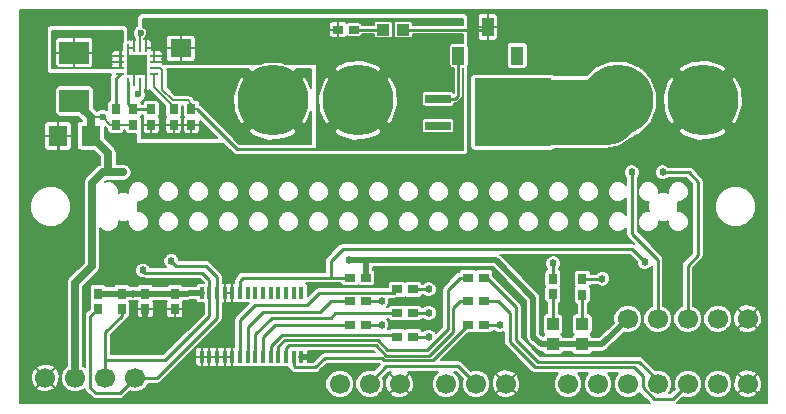
<source format=gbr>
G04 #@! TF.FileFunction,Copper,L1,Top,Signal*
%FSLAX46Y46*%
G04 Gerber Fmt 4.6, Leading zero omitted, Abs format (unit mm)*
G04 Created by KiCad (PCBNEW 4.0.7-e2-6376~58~ubuntu16.04.1) date Tue Jul 10 13:30:19 2018*
%MOMM*%
%LPD*%
G01*
G04 APERTURE LIST*
%ADD10C,0.050000*%
%ADD11C,6.000000*%
%ADD12C,1.700000*%
%ADD13R,0.700000X0.900000*%
%ADD14R,2.500000X1.895000*%
%ADD15R,0.350000X1.000000*%
%ADD16R,1.800000X1.600000*%
%ADD17R,0.800000X0.240000*%
%ADD18R,0.240000X0.800000*%
%ADD19R,1.680000X1.680000*%
%ADD20R,1.600000X1.800000*%
%ADD21R,1.100000X1.000000*%
%ADD22R,1.000000X1.100000*%
%ADD23R,0.900000X0.700000*%
%ADD24R,2.200000X0.800000*%
%ADD25R,6.400000X5.800000*%
%ADD26R,1.000000X1.600000*%
%ADD27C,0.625000*%
%ADD28C,0.600000*%
%ADD29C,0.500000*%
%ADD30C,0.250000*%
%ADD31C,0.200000*%
%ADD32C,0.210000*%
%ADD33C,5.500000*%
%ADD34C,0.700000*%
%ADD35C,0.205000*%
G04 APERTURE END LIST*
D10*
D11*
X139800000Y-91000000D03*
X147000000Y-91000000D03*
D12*
X120520000Y-114500000D03*
X123060000Y-114500000D03*
X125600000Y-114500000D03*
X128140000Y-114500000D03*
D13*
X132900000Y-91750000D03*
X132900000Y-93050000D03*
X131400000Y-91750000D03*
X131400000Y-93050000D03*
X129500000Y-91750000D03*
X129500000Y-93050000D03*
X128000000Y-93050000D03*
X128000000Y-91750000D03*
X126500000Y-93050000D03*
X126500000Y-91750000D03*
D12*
X180000000Y-109500000D03*
X177460000Y-109500000D03*
X174920000Y-109500000D03*
X172380000Y-109500000D03*
X169840000Y-109500000D03*
X164780000Y-115000000D03*
X167320000Y-115000000D03*
X169860000Y-115000000D03*
X172400000Y-115000000D03*
X174940000Y-115000000D03*
X177480000Y-115000000D03*
X180020000Y-115000000D03*
X154460000Y-115000000D03*
X157000000Y-115000000D03*
X159540000Y-115000000D03*
X145460000Y-115000000D03*
X148000000Y-115000000D03*
X150540000Y-115000000D03*
D14*
X123000000Y-86952500D03*
X123000000Y-91047500D03*
D15*
X133775000Y-112700000D03*
X134425000Y-112700000D03*
X135075000Y-112700000D03*
X135725000Y-112700000D03*
X136375000Y-112700000D03*
X137025000Y-112700000D03*
X137675000Y-112700000D03*
X138325000Y-112700000D03*
X138975000Y-112700000D03*
X139625000Y-112700000D03*
X140275000Y-112700000D03*
X140925000Y-112700000D03*
X141575000Y-112700000D03*
X142225000Y-112700000D03*
X142225000Y-107300000D03*
X141575000Y-107300000D03*
X140925000Y-107300000D03*
X140275000Y-107300000D03*
X139625000Y-107300000D03*
X138975000Y-107300000D03*
X138325000Y-107300000D03*
X137675000Y-107300000D03*
X137025000Y-107300000D03*
X136375000Y-107300000D03*
X135725000Y-107300000D03*
X135075000Y-107300000D03*
X134425000Y-107300000D03*
X133775000Y-107300000D03*
D13*
X131500000Y-108650000D03*
X131500000Y-107350000D03*
X129000000Y-108650000D03*
X129000000Y-107350000D03*
X163500000Y-106100000D03*
X163500000Y-107400000D03*
D16*
X132000000Y-86600000D03*
X132000000Y-89400000D03*
D17*
X126900000Y-87250000D03*
X126900000Y-87750000D03*
X126900000Y-88250000D03*
X126900000Y-88750000D03*
D18*
X127550000Y-89400000D03*
X128050000Y-89400000D03*
X128550000Y-89400000D03*
X129050000Y-89400000D03*
D17*
X129700000Y-88750000D03*
X129700000Y-88250000D03*
X129700000Y-87750000D03*
X129700000Y-87250000D03*
D18*
X129050000Y-86600000D03*
X128550000Y-86600000D03*
X128050000Y-86600000D03*
X127550000Y-86600000D03*
D19*
X128300000Y-88000000D03*
D20*
X124400000Y-94000000D03*
X121600000Y-94000000D03*
D21*
X149150000Y-85000000D03*
X150850000Y-85000000D03*
D22*
X163500000Y-111650000D03*
X163500000Y-109950000D03*
X166000000Y-111650000D03*
X166000000Y-109950000D03*
D23*
X145350000Y-85000000D03*
X146650000Y-85000000D03*
D24*
X153800000Y-89720000D03*
X153800000Y-90860000D03*
D25*
X160100000Y-92000000D03*
D24*
X153800000Y-93140000D03*
X153800000Y-94280000D03*
D26*
X155500000Y-87200000D03*
X158000000Y-84800000D03*
X160500000Y-87200000D03*
D11*
X176200000Y-91000000D03*
X169000000Y-91000000D03*
D13*
X125000000Y-108650000D03*
X125000000Y-107350000D03*
X127000000Y-108650000D03*
X127000000Y-107350000D03*
X166000000Y-106150000D03*
X166000000Y-107450000D03*
D23*
X150350000Y-107000000D03*
X151650000Y-107000000D03*
X146350000Y-108000000D03*
X147650000Y-108000000D03*
X150350000Y-109000000D03*
X151650000Y-109000000D03*
X146350000Y-110000000D03*
X147650000Y-110000000D03*
X150350000Y-111000000D03*
X151650000Y-111000000D03*
X156350000Y-106000000D03*
X157650000Y-106000000D03*
X156350000Y-108000000D03*
X157650000Y-108000000D03*
X156350000Y-110000000D03*
X157650000Y-110000000D03*
X147650000Y-106000000D03*
X146350000Y-106000000D03*
D27*
X128000000Y-107350000D03*
X146209208Y-104521475D03*
X167685310Y-106083131D03*
X171300000Y-104700000D03*
X170200000Y-97100000D03*
X163536170Y-104802143D03*
X128800000Y-105400000D03*
X172800000Y-97100000D03*
X135912830Y-110816601D03*
X143200000Y-112700000D03*
X130100000Y-110200000D03*
D28*
X128800000Y-88500000D03*
X127800000Y-88500000D03*
X127800000Y-87500000D03*
X128800000Y-87500000D03*
D27*
X120203200Y-94996173D03*
X120200000Y-93000000D03*
X120200000Y-94000000D03*
X120700000Y-95600000D03*
X121600000Y-95600000D03*
X122500000Y-95600000D03*
X133600000Y-90300000D03*
X133600000Y-89400000D03*
X133600000Y-88600000D03*
D28*
X128300000Y-88000000D03*
D27*
X131200000Y-104600000D03*
X127154248Y-97102471D03*
D28*
X128600000Y-85300000D03*
X125400000Y-92400000D03*
X128400000Y-90500000D03*
D27*
X153000000Y-107000000D03*
X149000000Y-108000000D03*
X153000000Y-109000000D03*
X149000000Y-110000000D03*
X153000000Y-111000000D03*
X159000000Y-110000000D03*
D29*
X146221563Y-104533830D02*
X147700000Y-104533830D01*
X147700000Y-104533830D02*
X158659701Y-104533830D01*
X147650000Y-106000000D02*
X147650000Y-104583830D01*
X147650000Y-104583830D02*
X147700000Y-104533830D01*
X146209208Y-104521475D02*
X146221563Y-104533830D01*
X158659701Y-104533830D02*
X161848390Y-107722519D01*
X161848390Y-107722519D02*
X161848390Y-111022294D01*
X161848390Y-111022294D02*
X162476096Y-111650000D01*
X162476096Y-111650000D02*
X163500000Y-111650000D01*
X129000000Y-107350000D02*
X128000000Y-107350000D01*
X128000000Y-107350000D02*
X127000000Y-107350000D01*
X127000000Y-107350000D02*
X125000000Y-107350000D01*
X132700000Y-107300000D02*
X133775000Y-107300000D01*
X131500000Y-107350000D02*
X132650000Y-107350000D01*
X132650000Y-107350000D02*
X132700000Y-107300000D01*
X166000000Y-111650000D02*
X167690000Y-111650000D01*
X167690000Y-111650000D02*
X169840000Y-109500000D01*
X163500000Y-111650000D02*
X166000000Y-111650000D01*
X129000000Y-107350000D02*
X131500000Y-107350000D01*
D30*
X167685310Y-106083131D02*
X167618441Y-106150000D01*
X167618441Y-106150000D02*
X167050000Y-106150000D01*
X167050000Y-106150000D02*
X166000000Y-106150000D01*
X127550000Y-89400000D02*
X127550000Y-91300000D01*
X127550000Y-91300000D02*
X128000000Y-91750000D01*
X129500000Y-91750000D02*
X128000000Y-91750000D01*
X137300000Y-106000000D02*
X137025000Y-106275000D01*
X137025000Y-106275000D02*
X137025000Y-107300000D01*
X144700000Y-106000000D02*
X137300000Y-106000000D01*
X144700000Y-106000000D02*
X146350000Y-106000000D01*
X144700000Y-104600000D02*
X144700000Y-106000000D01*
X145700000Y-103600000D02*
X144700000Y-104600000D01*
X170200000Y-103600000D02*
X145700000Y-103600000D01*
X171300000Y-104700000D02*
X170200000Y-103600000D01*
X170200000Y-102300000D02*
X170200000Y-97100000D01*
X172380000Y-104480000D02*
X170200000Y-102300000D01*
X172380000Y-109500000D02*
X172380000Y-104480000D01*
X144700000Y-109400000D02*
X145100000Y-109000000D01*
X145100000Y-109000000D02*
X150350000Y-109000000D01*
X139700000Y-109400000D02*
X144700000Y-109400000D01*
X138325000Y-110775000D02*
X139700000Y-109400000D01*
X138325000Y-112700000D02*
X138325000Y-110775000D01*
X163536170Y-104802143D02*
X163536170Y-104863830D01*
X163536170Y-104863830D02*
X163500000Y-104900000D01*
X163500000Y-104900000D02*
X163500000Y-106100000D01*
X128800000Y-105400000D02*
X129000000Y-105600000D01*
X129000000Y-105600000D02*
X133800000Y-105600000D01*
X133800000Y-105600000D02*
X134425000Y-106225000D01*
X134425000Y-106225000D02*
X134425000Y-107300000D01*
X125600000Y-114500000D02*
X125600000Y-113000000D01*
X125600000Y-113000000D02*
X125600000Y-110645461D01*
X134425000Y-109285056D02*
X130710056Y-113000000D01*
X134425000Y-107300000D02*
X134425000Y-109285056D01*
X130710056Y-113000000D02*
X125600000Y-113000000D01*
X125600000Y-110645461D02*
X127000000Y-109245461D01*
X127000000Y-109245461D02*
X127000000Y-108650000D01*
X125500000Y-114400000D02*
X125600000Y-114500000D01*
X137025000Y-112700000D02*
X137025000Y-109575000D01*
X137025000Y-109575000D02*
X138300000Y-108300000D01*
X138300000Y-108300000D02*
X142700000Y-108300000D01*
X142700000Y-108300000D02*
X143701799Y-107298201D01*
X143701799Y-107298201D02*
X150051799Y-107298201D01*
X150051799Y-107298201D02*
X150350000Y-107000000D01*
X138975000Y-111025000D02*
X140000000Y-110000000D01*
X140000000Y-110000000D02*
X146350000Y-110000000D01*
X138975000Y-112700000D02*
X138975000Y-111025000D01*
X175800000Y-97900000D02*
X175000000Y-97100000D01*
X175000000Y-97100000D02*
X172800000Y-97100000D01*
X175800000Y-104100000D02*
X175800000Y-97900000D01*
X174920000Y-104980000D02*
X175800000Y-104100000D01*
X174920000Y-109500000D02*
X174920000Y-104980000D01*
X143800000Y-108900000D02*
X144700000Y-108000000D01*
X144700000Y-108000000D02*
X146350000Y-108000000D01*
X139000000Y-108900000D02*
X143800000Y-108900000D01*
X137675000Y-110225000D02*
X139000000Y-108900000D01*
X137675000Y-112700000D02*
X137675000Y-110225000D01*
X139625000Y-112700000D02*
X139625000Y-111775000D01*
X139625000Y-111775000D02*
X140574170Y-110825830D01*
X140574170Y-110825830D02*
X150175830Y-110825830D01*
X150175830Y-110825830D02*
X150350000Y-111000000D01*
X146650000Y-85000000D02*
X149150000Y-85000000D01*
X166000000Y-109950000D02*
X166000000Y-107450000D01*
X149400000Y-113500000D02*
X155500000Y-113500000D01*
X155500000Y-113500000D02*
X157000000Y-115000000D01*
X148000000Y-114900000D02*
X149400000Y-113500000D01*
X148000000Y-115000000D02*
X148000000Y-114900000D01*
X140275000Y-112700000D02*
X140275000Y-111825000D01*
X140275000Y-111825000D02*
X140825167Y-111274833D01*
X140825167Y-111274833D02*
X148674833Y-111274833D01*
X148674833Y-111274833D02*
X149500000Y-112100000D01*
X149500000Y-112100000D02*
X152891885Y-112100000D01*
X152891885Y-112100000D02*
X154634095Y-110357790D01*
X154634095Y-110357790D02*
X154634095Y-107045484D01*
X154634095Y-107045484D02*
X155679579Y-106000000D01*
X155679579Y-106000000D02*
X156350000Y-106000000D01*
X155500000Y-90600000D02*
X155240000Y-90860000D01*
X155240000Y-90860000D02*
X153800000Y-90860000D01*
X155500000Y-87200000D02*
X155500000Y-90600000D01*
D31*
X129050000Y-89400000D02*
X129037655Y-89387655D01*
X129037655Y-89387655D02*
X129037655Y-88737655D01*
X129037655Y-88737655D02*
X128300000Y-88000000D01*
D29*
X129000000Y-108650000D02*
X129000000Y-109980880D01*
X129000000Y-109980880D02*
X129219120Y-110200000D01*
X129219120Y-110200000D02*
X130100000Y-110200000D01*
X135912830Y-110816601D02*
X136375000Y-111278771D01*
D32*
X136375000Y-111278771D02*
X136375000Y-112700000D01*
D29*
X142225000Y-112700000D02*
X143200000Y-112700000D01*
D30*
X120203200Y-94996173D02*
X120700000Y-95492973D01*
X120700000Y-95492973D02*
X120700000Y-95600000D01*
X120200000Y-94000000D02*
X120200000Y-93000000D01*
X121600000Y-94000000D02*
X121600000Y-95600000D01*
X121600000Y-95600000D02*
X122500000Y-95600000D01*
X121600000Y-95600000D02*
X120700000Y-95600000D01*
X133600000Y-89400000D02*
X133600000Y-90300000D01*
X132000000Y-89400000D02*
X132800000Y-89400000D01*
X132800000Y-89400000D02*
X133600000Y-88600000D01*
X150850000Y-85000000D02*
X157800000Y-85000000D01*
X157800000Y-85000000D02*
X158000000Y-84800000D01*
D31*
X128050000Y-89400000D02*
X128050000Y-88250000D01*
X128050000Y-88250000D02*
X128300000Y-88000000D01*
X127550000Y-86600000D02*
X127550000Y-87250000D01*
X127550000Y-87250000D02*
X128300000Y-88000000D01*
X129700000Y-88750000D02*
X129700000Y-89859285D01*
X129700000Y-89859285D02*
X131400000Y-91559285D01*
X131400000Y-91559285D02*
X131400000Y-91750000D01*
X129700000Y-88250000D02*
X130250000Y-88250000D01*
X130250000Y-88250000D02*
X130422469Y-88422469D01*
X130422469Y-88422469D02*
X130422469Y-90083137D01*
X132900000Y-91301796D02*
X132900000Y-91750000D01*
X130422469Y-90083137D02*
X131335341Y-90996009D01*
X131335341Y-90996009D02*
X132594213Y-90996009D01*
X132594213Y-90996009D02*
X132900000Y-91301796D01*
D30*
X133350000Y-91750000D02*
X136741395Y-95141395D01*
X136741395Y-95141395D02*
X143600000Y-95141395D01*
D31*
X133350000Y-91750000D02*
X132900000Y-91750000D01*
D30*
X140925000Y-112700000D02*
X140925000Y-111975000D01*
X140925000Y-111975000D02*
X141200000Y-111700000D01*
X141200000Y-111700000D02*
X148500000Y-111700000D01*
X148500000Y-111700000D02*
X149400000Y-112600000D01*
X149400000Y-112600000D02*
X153061521Y-112600000D01*
X153061521Y-112600000D02*
X155076533Y-110584988D01*
X155076533Y-110584988D02*
X155076533Y-108552165D01*
X155076533Y-108552165D02*
X155628698Y-108000000D01*
X155628698Y-108000000D02*
X156350000Y-108000000D01*
X163500000Y-109950000D02*
X163500000Y-107400000D01*
D33*
X160100000Y-92000000D02*
X168000000Y-92000000D01*
X168000000Y-92000000D02*
X169000000Y-91000000D01*
D30*
X131200000Y-104600000D02*
X131600000Y-105000000D01*
X131600000Y-105000000D02*
X134100000Y-105000000D01*
X134100000Y-105000000D02*
X135075000Y-105975000D01*
X135075000Y-105975000D02*
X135075000Y-107300000D01*
X128140000Y-114500000D02*
X126840000Y-115800000D01*
X126840000Y-115800000D02*
X124800000Y-115800000D01*
X124800000Y-115800000D02*
X124355807Y-115355807D01*
X124355807Y-115355807D02*
X124355807Y-109294193D01*
X124355807Y-109294193D02*
X125000000Y-108650000D01*
X135075000Y-109425000D02*
X130000000Y-114500000D01*
X130000000Y-114500000D02*
X128140000Y-114500000D01*
X135075000Y-107300000D02*
X135075000Y-109425000D01*
X149200000Y-113000000D02*
X153350000Y-113000000D01*
X153350000Y-113000000D02*
X156350000Y-110000000D01*
X149000000Y-112800000D02*
X149200000Y-113000000D01*
X144200000Y-112800000D02*
X149000000Y-112800000D01*
X143400000Y-113600000D02*
X144200000Y-112800000D01*
X141700000Y-113600000D02*
X143400000Y-113600000D01*
X141575000Y-113475000D02*
X141700000Y-113600000D01*
X141575000Y-112700000D02*
X141575000Y-113475000D01*
D34*
X127154248Y-97102471D02*
X127151777Y-97100000D01*
X127151777Y-97100000D02*
X125870000Y-97100000D01*
X125870000Y-97100000D02*
X125393351Y-97100000D01*
X123055296Y-106466795D02*
X123055296Y-114495296D01*
X123055296Y-114495296D02*
X123060000Y-114500000D01*
X125393351Y-97100000D02*
X124492110Y-98001241D01*
X124492110Y-98001241D02*
X124492110Y-105029981D01*
X124492110Y-105029981D02*
X123055296Y-106466795D01*
D31*
X128550000Y-86600000D02*
X128550000Y-85350000D01*
X128550000Y-85350000D02*
X128600000Y-85300000D01*
X125400000Y-92400000D02*
X124447500Y-92400000D01*
X124447500Y-92400000D02*
X124400000Y-92447500D01*
X126050000Y-93050000D02*
X125400000Y-92400000D01*
X126500000Y-93050000D02*
X126050000Y-93050000D01*
X128000000Y-93050000D02*
X126500000Y-93050000D01*
X128400000Y-90500000D02*
X128550000Y-90350000D01*
X128550000Y-90350000D02*
X128550000Y-89400000D01*
D34*
X125870000Y-97100000D02*
X125870000Y-95470000D01*
X125870000Y-95470000D02*
X124400000Y-94000000D01*
X124400000Y-94000000D02*
X124400000Y-92447500D01*
X124400000Y-92447500D02*
X123000000Y-91047500D01*
D30*
X126500000Y-91750000D02*
X126500000Y-89150000D01*
X126500000Y-89150000D02*
X126900000Y-88750000D01*
X153000000Y-107000000D02*
X151650000Y-107000000D01*
X147650000Y-108000000D02*
X149000000Y-108000000D01*
X151650000Y-109000000D02*
X153000000Y-109000000D01*
X148900000Y-110000000D02*
X149000000Y-110000000D01*
X147650000Y-110000000D02*
X148900000Y-110000000D01*
X151650000Y-111000000D02*
X153000000Y-111000000D01*
X157650000Y-106000000D02*
X157900000Y-106000000D01*
X162223638Y-113120916D02*
X170820916Y-113120916D01*
X157900000Y-106000000D02*
X160370844Y-108470844D01*
X160370844Y-108470844D02*
X160370844Y-111268122D01*
X160370844Y-111268122D02*
X162223638Y-113120916D01*
X170820916Y-113120916D02*
X172400000Y-114700000D01*
X172400000Y-114700000D02*
X172400000Y-115000000D01*
X157650000Y-106050000D02*
X157650000Y-106000000D01*
X157650000Y-108000000D02*
X158900000Y-108000000D01*
X158900000Y-108000000D02*
X159860575Y-108960575D01*
X159860575Y-108960575D02*
X159860575Y-111457110D01*
X159860575Y-111457110D02*
X162017389Y-113613924D01*
X162017389Y-113613924D02*
X170413924Y-113613924D01*
X170413924Y-113613924D02*
X171100000Y-114300000D01*
X171100000Y-114300000D02*
X171100000Y-115300000D01*
X171100000Y-115300000D02*
X172100000Y-116300000D01*
X173640000Y-116300000D02*
X174940000Y-115000000D01*
X172100000Y-116300000D02*
X173640000Y-116300000D01*
X157650000Y-110000000D02*
X159000000Y-110000000D01*
D35*
G36*
X181612500Y-116612500D02*
X174016930Y-116612500D01*
X174499476Y-116129954D01*
X174697761Y-116212289D01*
X175180123Y-116212710D01*
X175625929Y-116028507D01*
X175967308Y-115687723D01*
X176152289Y-115242239D01*
X176152290Y-115240123D01*
X176267290Y-115240123D01*
X176451493Y-115685929D01*
X176792277Y-116027308D01*
X177237761Y-116212289D01*
X177720123Y-116212710D01*
X178165929Y-116028507D01*
X178382966Y-115811848D01*
X179211688Y-115811848D01*
X179295372Y-116001617D01*
X179733833Y-116202678D01*
X180215862Y-116220640D01*
X180668071Y-116052771D01*
X180744628Y-116001617D01*
X180828312Y-115811848D01*
X180020000Y-115003536D01*
X179211688Y-115811848D01*
X178382966Y-115811848D01*
X178507308Y-115687723D01*
X178692289Y-115242239D01*
X178692329Y-115195862D01*
X178799360Y-115195862D01*
X178967229Y-115648071D01*
X179018383Y-115724628D01*
X179208152Y-115808312D01*
X180016464Y-115000000D01*
X180023536Y-115000000D01*
X180831848Y-115808312D01*
X181021617Y-115724628D01*
X181222678Y-115286167D01*
X181240640Y-114804138D01*
X181072771Y-114351929D01*
X181021617Y-114275372D01*
X180831848Y-114191688D01*
X180023536Y-115000000D01*
X180016464Y-115000000D01*
X179208152Y-114191688D01*
X179018383Y-114275372D01*
X178817322Y-114713833D01*
X178799360Y-115195862D01*
X178692329Y-115195862D01*
X178692710Y-114759877D01*
X178508507Y-114314071D01*
X178382808Y-114188152D01*
X179211688Y-114188152D01*
X180020000Y-114996464D01*
X180828312Y-114188152D01*
X180744628Y-113998383D01*
X180306167Y-113797322D01*
X179824138Y-113779360D01*
X179371929Y-113947229D01*
X179295372Y-113998383D01*
X179211688Y-114188152D01*
X178382808Y-114188152D01*
X178167723Y-113972692D01*
X177722239Y-113787711D01*
X177239877Y-113787290D01*
X176794071Y-113971493D01*
X176452692Y-114312277D01*
X176267711Y-114757761D01*
X176267290Y-115240123D01*
X176152290Y-115240123D01*
X176152710Y-114759877D01*
X175968507Y-114314071D01*
X175627723Y-113972692D01*
X175182239Y-113787711D01*
X174699877Y-113787290D01*
X174254071Y-113971493D01*
X173912692Y-114312277D01*
X173727711Y-114757761D01*
X173727290Y-115240123D01*
X173810080Y-115440490D01*
X173438070Y-115812500D01*
X173302313Y-115812500D01*
X173427308Y-115687723D01*
X173612289Y-115242239D01*
X173612710Y-114759877D01*
X173428507Y-114314071D01*
X173087723Y-113972692D01*
X172642239Y-113787711D01*
X172176735Y-113787305D01*
X171165631Y-112776201D01*
X171007474Y-112670525D01*
X170820916Y-112633415D01*
X170820911Y-112633416D01*
X162425567Y-112633416D01*
X160858344Y-111066192D01*
X160858344Y-108470849D01*
X160858345Y-108470844D01*
X160821235Y-108284286D01*
X160811423Y-108269601D01*
X160715559Y-108126129D01*
X160715556Y-108126127D01*
X158469601Y-105880171D01*
X158469601Y-105650000D01*
X158444324Y-105515666D01*
X158364933Y-105392288D01*
X158243795Y-105309518D01*
X158100000Y-105280399D01*
X157200000Y-105280399D01*
X157065666Y-105305676D01*
X157000007Y-105347926D01*
X156943795Y-105309518D01*
X156800000Y-105280399D01*
X155900000Y-105280399D01*
X155765666Y-105305676D01*
X155642288Y-105385067D01*
X155559518Y-105506205D01*
X155553151Y-105537648D01*
X155493021Y-105549609D01*
X155334864Y-105655285D01*
X155334862Y-105655288D01*
X154289380Y-106700769D01*
X154183704Y-106858926D01*
X154146594Y-107045484D01*
X154146595Y-107045489D01*
X154146595Y-110155860D01*
X153605242Y-110697213D01*
X153572571Y-110618143D01*
X153382856Y-110428097D01*
X153134855Y-110325117D01*
X152866323Y-110324883D01*
X152618143Y-110427429D01*
X152532924Y-110512500D01*
X152442287Y-110512500D01*
X152364933Y-110392288D01*
X152243795Y-110309518D01*
X152100000Y-110280399D01*
X151200000Y-110280399D01*
X151065666Y-110305676D01*
X151000007Y-110347926D01*
X150943795Y-110309518D01*
X150800000Y-110280399D01*
X149900000Y-110280399D01*
X149765666Y-110305676D01*
X149714920Y-110338330D01*
X149590392Y-110338330D01*
X149674883Y-110134855D01*
X149675117Y-109866323D01*
X149572571Y-109618143D01*
X149442156Y-109487500D01*
X149557713Y-109487500D01*
X149635067Y-109607712D01*
X149756205Y-109690482D01*
X149900000Y-109719601D01*
X150800000Y-109719601D01*
X150934334Y-109694324D01*
X150999993Y-109652074D01*
X151056205Y-109690482D01*
X151200000Y-109719601D01*
X152100000Y-109719601D01*
X152234334Y-109694324D01*
X152357712Y-109614933D01*
X152440482Y-109493795D01*
X152441757Y-109487500D01*
X152532888Y-109487500D01*
X152617144Y-109571903D01*
X152865145Y-109674883D01*
X153133677Y-109675117D01*
X153381857Y-109572571D01*
X153571903Y-109382856D01*
X153674883Y-109134855D01*
X153675117Y-108866323D01*
X153572571Y-108618143D01*
X153382856Y-108428097D01*
X153134855Y-108325117D01*
X152866323Y-108324883D01*
X152618143Y-108427429D01*
X152532924Y-108512500D01*
X152442287Y-108512500D01*
X152364933Y-108392288D01*
X152243795Y-108309518D01*
X152100000Y-108280399D01*
X151200000Y-108280399D01*
X151065666Y-108305676D01*
X151000007Y-108347926D01*
X150943795Y-108309518D01*
X150800000Y-108280399D01*
X149900000Y-108280399D01*
X149765666Y-108305676D01*
X149642288Y-108385067D01*
X149559518Y-108506205D01*
X149558243Y-108512500D01*
X149442033Y-108512500D01*
X149571903Y-108382856D01*
X149674883Y-108134855D01*
X149675117Y-107866323D01*
X149641805Y-107785701D01*
X150051794Y-107785701D01*
X150051799Y-107785702D01*
X150238357Y-107748592D01*
X150281746Y-107719601D01*
X150800000Y-107719601D01*
X150934334Y-107694324D01*
X150999993Y-107652074D01*
X151056205Y-107690482D01*
X151200000Y-107719601D01*
X152100000Y-107719601D01*
X152234334Y-107694324D01*
X152357712Y-107614933D01*
X152440482Y-107493795D01*
X152441757Y-107487500D01*
X152532888Y-107487500D01*
X152617144Y-107571903D01*
X152865145Y-107674883D01*
X153133677Y-107675117D01*
X153381857Y-107572571D01*
X153571903Y-107382856D01*
X153674883Y-107134855D01*
X153675117Y-106866323D01*
X153572571Y-106618143D01*
X153382856Y-106428097D01*
X153134855Y-106325117D01*
X152866323Y-106324883D01*
X152618143Y-106427429D01*
X152532924Y-106512500D01*
X152442287Y-106512500D01*
X152364933Y-106392288D01*
X152243795Y-106309518D01*
X152100000Y-106280399D01*
X151200000Y-106280399D01*
X151065666Y-106305676D01*
X151000007Y-106347926D01*
X150943795Y-106309518D01*
X150800000Y-106280399D01*
X149900000Y-106280399D01*
X149765666Y-106305676D01*
X149642288Y-106385067D01*
X149559518Y-106506205D01*
X149530399Y-106650000D01*
X149530399Y-106810701D01*
X143701804Y-106810701D01*
X143701799Y-106810700D01*
X143515241Y-106847810D01*
X143357084Y-106953486D01*
X143357082Y-106953489D01*
X142769601Y-107540969D01*
X142769601Y-106800000D01*
X142744324Y-106665666D01*
X142664933Y-106542288D01*
X142584748Y-106487500D01*
X145557713Y-106487500D01*
X145635067Y-106607712D01*
X145756205Y-106690482D01*
X145900000Y-106719601D01*
X146800000Y-106719601D01*
X146934334Y-106694324D01*
X146999993Y-106652074D01*
X147056205Y-106690482D01*
X147200000Y-106719601D01*
X148100000Y-106719601D01*
X148234334Y-106694324D01*
X148357712Y-106614933D01*
X148440482Y-106493795D01*
X148469601Y-106350000D01*
X148469601Y-105650000D01*
X148444324Y-105515666D01*
X148364933Y-105392288D01*
X148262500Y-105322299D01*
X148262500Y-105146330D01*
X158405995Y-105146330D01*
X161235890Y-107976225D01*
X161235890Y-111022294D01*
X161282514Y-111256688D01*
X161366149Y-111381857D01*
X161415287Y-111455397D01*
X162042993Y-112083103D01*
X162241702Y-112215876D01*
X162476096Y-112262500D01*
X162642159Y-112262500D01*
X162655676Y-112334334D01*
X162735067Y-112457712D01*
X162856205Y-112540482D01*
X163000000Y-112569601D01*
X164000000Y-112569601D01*
X164134334Y-112544324D01*
X164257712Y-112464933D01*
X164340482Y-112343795D01*
X164356945Y-112262500D01*
X165142159Y-112262500D01*
X165155676Y-112334334D01*
X165235067Y-112457712D01*
X165356205Y-112540482D01*
X165500000Y-112569601D01*
X166500000Y-112569601D01*
X166634334Y-112544324D01*
X166757712Y-112464933D01*
X166840482Y-112343795D01*
X166856945Y-112262500D01*
X167690000Y-112262500D01*
X167924394Y-112215876D01*
X168123103Y-112083103D01*
X169524385Y-110681821D01*
X169597761Y-110712289D01*
X170080123Y-110712710D01*
X170525929Y-110528507D01*
X170867308Y-110187723D01*
X171052289Y-109742239D01*
X171052710Y-109259877D01*
X170868507Y-108814071D01*
X170527723Y-108472692D01*
X170082239Y-108287711D01*
X169599877Y-108287290D01*
X169154071Y-108471493D01*
X168812692Y-108812277D01*
X168627711Y-109257761D01*
X168627290Y-109740123D01*
X168658394Y-109815400D01*
X167436294Y-111037500D01*
X166857841Y-111037500D01*
X166844324Y-110965666D01*
X166764933Y-110842288D01*
X166703127Y-110800058D01*
X166757712Y-110764933D01*
X166840482Y-110643795D01*
X166869601Y-110500000D01*
X166869601Y-109400000D01*
X166844324Y-109265666D01*
X166764933Y-109142288D01*
X166643795Y-109059518D01*
X166500000Y-109030399D01*
X166487500Y-109030399D01*
X166487500Y-108242287D01*
X166607712Y-108164933D01*
X166690482Y-108043795D01*
X166719601Y-107900000D01*
X166719601Y-107000000D01*
X166694324Y-106865666D01*
X166652074Y-106800007D01*
X166690482Y-106743795D01*
X166712007Y-106637500D01*
X167284951Y-106637500D01*
X167302454Y-106655034D01*
X167550455Y-106758014D01*
X167818987Y-106758248D01*
X168067167Y-106655702D01*
X168257213Y-106465987D01*
X168360193Y-106217986D01*
X168360427Y-105949454D01*
X168257881Y-105701274D01*
X168068166Y-105511228D01*
X167820165Y-105408248D01*
X167551633Y-105408014D01*
X167303453Y-105510560D01*
X167151248Y-105662500D01*
X166712545Y-105662500D01*
X166694324Y-105565666D01*
X166614933Y-105442288D01*
X166493795Y-105359518D01*
X166350000Y-105330399D01*
X165650000Y-105330399D01*
X165515666Y-105355676D01*
X165392288Y-105435067D01*
X165309518Y-105556205D01*
X165280399Y-105700000D01*
X165280399Y-106600000D01*
X165305676Y-106734334D01*
X165347926Y-106799993D01*
X165309518Y-106856205D01*
X165280399Y-107000000D01*
X165280399Y-107900000D01*
X165305676Y-108034334D01*
X165385067Y-108157712D01*
X165506205Y-108240482D01*
X165512500Y-108241757D01*
X165512500Y-109030399D01*
X165500000Y-109030399D01*
X165365666Y-109055676D01*
X165242288Y-109135067D01*
X165159518Y-109256205D01*
X165130399Y-109400000D01*
X165130399Y-110500000D01*
X165155676Y-110634334D01*
X165235067Y-110757712D01*
X165296873Y-110799942D01*
X165242288Y-110835067D01*
X165159518Y-110956205D01*
X165143055Y-111037500D01*
X164357841Y-111037500D01*
X164344324Y-110965666D01*
X164264933Y-110842288D01*
X164203127Y-110800058D01*
X164257712Y-110764933D01*
X164340482Y-110643795D01*
X164369601Y-110500000D01*
X164369601Y-109400000D01*
X164344324Y-109265666D01*
X164264933Y-109142288D01*
X164143795Y-109059518D01*
X164000000Y-109030399D01*
X163987500Y-109030399D01*
X163987500Y-108192287D01*
X164107712Y-108114933D01*
X164190482Y-107993795D01*
X164219601Y-107850000D01*
X164219601Y-106950000D01*
X164194324Y-106815666D01*
X164152074Y-106750007D01*
X164190482Y-106693795D01*
X164219601Y-106550000D01*
X164219601Y-105650000D01*
X164194324Y-105515666D01*
X164114933Y-105392288D01*
X163993795Y-105309518D01*
X163987500Y-105308243D01*
X163987500Y-105305362D01*
X164108073Y-105184999D01*
X164211053Y-104936998D01*
X164211287Y-104668466D01*
X164108741Y-104420286D01*
X163919026Y-104230240D01*
X163671025Y-104127260D01*
X163402493Y-104127026D01*
X163154313Y-104229572D01*
X162964267Y-104419287D01*
X162861287Y-104667288D01*
X162861053Y-104935820D01*
X162963599Y-105184000D01*
X163012500Y-105232986D01*
X163012500Y-105307713D01*
X162892288Y-105385067D01*
X162809518Y-105506205D01*
X162780399Y-105650000D01*
X162780399Y-106550000D01*
X162805676Y-106684334D01*
X162847926Y-106749993D01*
X162809518Y-106806205D01*
X162780399Y-106950000D01*
X162780399Y-107850000D01*
X162805676Y-107984334D01*
X162885067Y-108107712D01*
X163006205Y-108190482D01*
X163012500Y-108191757D01*
X163012500Y-109030399D01*
X163000000Y-109030399D01*
X162865666Y-109055676D01*
X162742288Y-109135067D01*
X162659518Y-109256205D01*
X162630399Y-109400000D01*
X162630399Y-110500000D01*
X162655676Y-110634334D01*
X162735067Y-110757712D01*
X162796873Y-110799942D01*
X162742288Y-110835067D01*
X162659518Y-110956205D01*
X162657664Y-110965362D01*
X162460890Y-110768588D01*
X162460890Y-107722519D01*
X162414266Y-107488125D01*
X162281493Y-107289416D01*
X159092804Y-104100727D01*
X159073008Y-104087500D01*
X169998070Y-104087500D01*
X170624987Y-104714416D01*
X170624883Y-104833677D01*
X170727429Y-105081857D01*
X170917144Y-105271903D01*
X171165145Y-105374883D01*
X171433677Y-105375117D01*
X171681857Y-105272571D01*
X171871903Y-105082856D01*
X171892500Y-105033253D01*
X171892500Y-108389504D01*
X171694071Y-108471493D01*
X171352692Y-108812277D01*
X171167711Y-109257761D01*
X171167290Y-109740123D01*
X171351493Y-110185929D01*
X171692277Y-110527308D01*
X172137761Y-110712289D01*
X172620123Y-110712710D01*
X173065929Y-110528507D01*
X173407308Y-110187723D01*
X173592289Y-109742239D01*
X173592710Y-109259877D01*
X173408507Y-108814071D01*
X173067723Y-108472692D01*
X172867500Y-108389552D01*
X172867500Y-104480005D01*
X172867501Y-104480000D01*
X172830391Y-104293442D01*
X172825791Y-104286558D01*
X172724715Y-104135285D01*
X172724712Y-104135283D01*
X170687500Y-102098070D01*
X170687500Y-98902790D01*
X170717349Y-98902790D01*
X170849899Y-99223586D01*
X171095123Y-99469238D01*
X171415688Y-99602348D01*
X171658016Y-99602560D01*
X171597719Y-99747771D01*
X171597281Y-100250025D01*
X171658241Y-100397559D01*
X171417210Y-100397349D01*
X171096414Y-100529899D01*
X170850762Y-100775123D01*
X170717652Y-101095688D01*
X170717349Y-101442790D01*
X170849899Y-101763586D01*
X171095123Y-102009238D01*
X171415688Y-102142348D01*
X171762790Y-102142651D01*
X172083586Y-102010101D01*
X172329238Y-101764877D01*
X172462348Y-101444312D01*
X172462560Y-101201984D01*
X172607771Y-101262281D01*
X173110025Y-101262719D01*
X173257559Y-101201759D01*
X173257349Y-101442790D01*
X173389899Y-101763586D01*
X173635123Y-102009238D01*
X173955688Y-102142348D01*
X174302790Y-102142651D01*
X174623586Y-102010101D01*
X174869238Y-101764877D01*
X175002348Y-101444312D01*
X175002651Y-101097210D01*
X174870101Y-100776414D01*
X174624877Y-100530762D01*
X174304312Y-100397652D01*
X174061984Y-100397440D01*
X174122281Y-100252229D01*
X174122719Y-99749975D01*
X174061759Y-99602441D01*
X174302790Y-99602651D01*
X174623586Y-99470101D01*
X174869238Y-99224877D01*
X175002348Y-98904312D01*
X175002651Y-98557210D01*
X174870101Y-98236414D01*
X174624877Y-97990762D01*
X174304312Y-97857652D01*
X173957210Y-97857349D01*
X173636414Y-97989899D01*
X173390762Y-98235123D01*
X173257652Y-98555688D01*
X173257440Y-98798016D01*
X173112229Y-98737719D01*
X172609975Y-98737281D01*
X172462441Y-98798241D01*
X172462651Y-98557210D01*
X172330101Y-98236414D01*
X172084877Y-97990762D01*
X171764312Y-97857652D01*
X171417210Y-97857349D01*
X171096414Y-97989899D01*
X170850762Y-98235123D01*
X170717652Y-98555688D01*
X170717349Y-98902790D01*
X170687500Y-98902790D01*
X170687500Y-97567112D01*
X170771903Y-97482856D01*
X170874883Y-97234855D01*
X170874884Y-97233677D01*
X172124883Y-97233677D01*
X172227429Y-97481857D01*
X172417144Y-97671903D01*
X172665145Y-97774883D01*
X172933677Y-97775117D01*
X173181857Y-97672571D01*
X173267076Y-97587500D01*
X174798070Y-97587500D01*
X175312500Y-98101929D01*
X175312500Y-103898070D01*
X174575285Y-104635285D01*
X174469609Y-104793442D01*
X174432499Y-104980000D01*
X174432500Y-104980005D01*
X174432500Y-108389504D01*
X174234071Y-108471493D01*
X173892692Y-108812277D01*
X173707711Y-109257761D01*
X173707290Y-109740123D01*
X173891493Y-110185929D01*
X174232277Y-110527308D01*
X174677761Y-110712289D01*
X175160123Y-110712710D01*
X175605929Y-110528507D01*
X175947308Y-110187723D01*
X176132289Y-109742239D01*
X176132290Y-109740123D01*
X176247290Y-109740123D01*
X176431493Y-110185929D01*
X176772277Y-110527308D01*
X177217761Y-110712289D01*
X177700123Y-110712710D01*
X178145929Y-110528507D01*
X178362966Y-110311848D01*
X179191688Y-110311848D01*
X179275372Y-110501617D01*
X179713833Y-110702678D01*
X180195862Y-110720640D01*
X180648071Y-110552771D01*
X180724628Y-110501617D01*
X180808312Y-110311848D01*
X180000000Y-109503536D01*
X179191688Y-110311848D01*
X178362966Y-110311848D01*
X178487308Y-110187723D01*
X178672289Y-109742239D01*
X178672329Y-109695862D01*
X178779360Y-109695862D01*
X178947229Y-110148071D01*
X178998383Y-110224628D01*
X179188152Y-110308312D01*
X179996464Y-109500000D01*
X180003536Y-109500000D01*
X180811848Y-110308312D01*
X181001617Y-110224628D01*
X181202678Y-109786167D01*
X181220640Y-109304138D01*
X181052771Y-108851929D01*
X181001617Y-108775372D01*
X180811848Y-108691688D01*
X180003536Y-109500000D01*
X179996464Y-109500000D01*
X179188152Y-108691688D01*
X178998383Y-108775372D01*
X178797322Y-109213833D01*
X178779360Y-109695862D01*
X178672329Y-109695862D01*
X178672710Y-109259877D01*
X178488507Y-108814071D01*
X178362808Y-108688152D01*
X179191688Y-108688152D01*
X180000000Y-109496464D01*
X180808312Y-108688152D01*
X180724628Y-108498383D01*
X180286167Y-108297322D01*
X179804138Y-108279360D01*
X179351929Y-108447229D01*
X179275372Y-108498383D01*
X179191688Y-108688152D01*
X178362808Y-108688152D01*
X178147723Y-108472692D01*
X177702239Y-108287711D01*
X177219877Y-108287290D01*
X176774071Y-108471493D01*
X176432692Y-108812277D01*
X176247711Y-109257761D01*
X176247290Y-109740123D01*
X176132290Y-109740123D01*
X176132710Y-109259877D01*
X175948507Y-108814071D01*
X175607723Y-108472692D01*
X175407500Y-108389552D01*
X175407500Y-105181930D01*
X176144715Y-104444715D01*
X176250391Y-104286558D01*
X176287501Y-104100000D01*
X176287500Y-104099995D01*
X176287500Y-100344094D01*
X177262199Y-100344094D01*
X177526160Y-100982929D01*
X178014500Y-101472122D01*
X178652874Y-101737198D01*
X179344094Y-101737801D01*
X179982929Y-101473840D01*
X180472122Y-100985500D01*
X180737198Y-100347126D01*
X180737801Y-99655906D01*
X180473840Y-99017071D01*
X179985500Y-98527878D01*
X179347126Y-98262802D01*
X178655906Y-98262199D01*
X178017071Y-98526160D01*
X177527878Y-99014500D01*
X177262802Y-99652874D01*
X177262199Y-100344094D01*
X176287500Y-100344094D01*
X176287500Y-97900005D01*
X176287501Y-97900000D01*
X176250391Y-97713442D01*
X176222636Y-97671903D01*
X176144715Y-97555285D01*
X176144712Y-97555283D01*
X175344715Y-96755285D01*
X175186558Y-96649609D01*
X175000000Y-96612499D01*
X174999995Y-96612500D01*
X173267112Y-96612500D01*
X173182856Y-96528097D01*
X172934855Y-96425117D01*
X172666323Y-96424883D01*
X172418143Y-96527429D01*
X172228097Y-96717144D01*
X172125117Y-96965145D01*
X172124883Y-97233677D01*
X170874884Y-97233677D01*
X170875117Y-96966323D01*
X170772571Y-96718143D01*
X170582856Y-96528097D01*
X170334855Y-96425117D01*
X170066323Y-96424883D01*
X169818143Y-96527429D01*
X169628097Y-96717144D01*
X169525117Y-96965145D01*
X169524883Y-97233677D01*
X169627429Y-97481857D01*
X169712500Y-97567076D01*
X169712500Y-98158678D01*
X169544877Y-97990762D01*
X169224312Y-97857652D01*
X168877210Y-97857349D01*
X168556414Y-97989899D01*
X168310762Y-98235123D01*
X168177652Y-98555688D01*
X168177349Y-98902790D01*
X168309899Y-99223586D01*
X168555123Y-99469238D01*
X168875688Y-99602348D01*
X169222790Y-99602651D01*
X169543586Y-99470101D01*
X169712500Y-99301481D01*
X169712500Y-100698678D01*
X169544877Y-100530762D01*
X169224312Y-100397652D01*
X168877210Y-100397349D01*
X168556414Y-100529899D01*
X168310762Y-100775123D01*
X168177652Y-101095688D01*
X168177349Y-101442790D01*
X168309899Y-101763586D01*
X168555123Y-102009238D01*
X168875688Y-102142348D01*
X169222790Y-102142651D01*
X169543586Y-102010101D01*
X169712500Y-101841481D01*
X169712500Y-102299995D01*
X169712499Y-102300000D01*
X169749609Y-102486558D01*
X169855285Y-102644715D01*
X170353629Y-103143059D01*
X170200000Y-103112499D01*
X170199995Y-103112500D01*
X145700005Y-103112500D01*
X145700000Y-103112499D01*
X145513442Y-103149609D01*
X145355285Y-103255285D01*
X145355283Y-103255288D01*
X144355285Y-104255285D01*
X144249609Y-104413442D01*
X144212499Y-104600000D01*
X144212500Y-104600005D01*
X144212500Y-105512500D01*
X137300005Y-105512500D01*
X137300000Y-105512499D01*
X137113442Y-105549609D01*
X136955285Y-105655285D01*
X136955283Y-105655288D01*
X136680285Y-105930285D01*
X136574609Y-106088442D01*
X136537499Y-106275000D01*
X136537500Y-106275005D01*
X136537500Y-106437500D01*
X136468125Y-106437500D01*
X136377500Y-106528125D01*
X136377500Y-107297500D01*
X136397500Y-107297500D01*
X136397500Y-107302500D01*
X136377500Y-107302500D01*
X136377500Y-108071875D01*
X136468125Y-108162500D01*
X136622106Y-108162500D01*
X136694527Y-108132503D01*
X136706205Y-108140482D01*
X136850000Y-108169601D01*
X137200000Y-108169601D01*
X137334334Y-108144324D01*
X137348493Y-108135213D01*
X137356205Y-108140482D01*
X137500000Y-108169601D01*
X137740970Y-108169601D01*
X136680285Y-109230285D01*
X136574609Y-109388442D01*
X136537499Y-109575000D01*
X136537500Y-109575005D01*
X136537500Y-111837500D01*
X136468125Y-111837500D01*
X136377500Y-111928125D01*
X136377500Y-112697500D01*
X136397500Y-112697500D01*
X136397500Y-112702500D01*
X136377500Y-112702500D01*
X136377500Y-113471875D01*
X136468125Y-113562500D01*
X136622106Y-113562500D01*
X136694527Y-113532503D01*
X136706205Y-113540482D01*
X136850000Y-113569601D01*
X137200000Y-113569601D01*
X137334334Y-113544324D01*
X137348493Y-113535213D01*
X137356205Y-113540482D01*
X137500000Y-113569601D01*
X137850000Y-113569601D01*
X137984334Y-113544324D01*
X137998493Y-113535213D01*
X138006205Y-113540482D01*
X138150000Y-113569601D01*
X138500000Y-113569601D01*
X138634334Y-113544324D01*
X138648493Y-113535213D01*
X138656205Y-113540482D01*
X138800000Y-113569601D01*
X139150000Y-113569601D01*
X139284334Y-113544324D01*
X139298493Y-113535213D01*
X139306205Y-113540482D01*
X139450000Y-113569601D01*
X139800000Y-113569601D01*
X139934334Y-113544324D01*
X139948493Y-113535213D01*
X139956205Y-113540482D01*
X140100000Y-113569601D01*
X140450000Y-113569601D01*
X140584334Y-113544324D01*
X140598493Y-113535213D01*
X140606205Y-113540482D01*
X140750000Y-113569601D01*
X141100000Y-113569601D01*
X141106089Y-113568455D01*
X141124609Y-113661558D01*
X141230285Y-113819715D01*
X141355283Y-113944712D01*
X141355285Y-113944715D01*
X141425278Y-113991482D01*
X141513442Y-114050391D01*
X141700000Y-114087501D01*
X141700005Y-114087500D01*
X143399995Y-114087500D01*
X143400000Y-114087501D01*
X143586558Y-114050391D01*
X143744715Y-113944715D01*
X144401929Y-113287500D01*
X148798071Y-113287500D01*
X148855283Y-113344712D01*
X148855285Y-113344715D01*
X148861621Y-113348949D01*
X148369864Y-113840706D01*
X148242239Y-113787711D01*
X147759877Y-113787290D01*
X147314071Y-113971493D01*
X146972692Y-114312277D01*
X146787711Y-114757761D01*
X146787290Y-115240123D01*
X146971493Y-115685929D01*
X147312277Y-116027308D01*
X147757761Y-116212289D01*
X148240123Y-116212710D01*
X148685929Y-116028507D01*
X148902966Y-115811848D01*
X149731688Y-115811848D01*
X149815372Y-116001617D01*
X150253833Y-116202678D01*
X150735862Y-116220640D01*
X151188071Y-116052771D01*
X151264628Y-116001617D01*
X151348312Y-115811848D01*
X150540000Y-115003536D01*
X149731688Y-115811848D01*
X148902966Y-115811848D01*
X149027308Y-115687723D01*
X149212289Y-115242239D01*
X149212329Y-115195862D01*
X149319360Y-115195862D01*
X149487229Y-115648071D01*
X149538383Y-115724628D01*
X149728152Y-115808312D01*
X150536464Y-115000000D01*
X150543536Y-115000000D01*
X151351848Y-115808312D01*
X151541617Y-115724628D01*
X151742678Y-115286167D01*
X151760640Y-114804138D01*
X151592771Y-114351929D01*
X151541617Y-114275372D01*
X151351848Y-114191688D01*
X150543536Y-115000000D01*
X150536464Y-115000000D01*
X149728152Y-114191688D01*
X149538383Y-114275372D01*
X149337322Y-114713833D01*
X149319360Y-115195862D01*
X149212329Y-115195862D01*
X149212710Y-114759877D01*
X149100682Y-114488748D01*
X149601930Y-113987500D01*
X149831659Y-113987500D01*
X149815372Y-113998383D01*
X149731688Y-114188152D01*
X150540000Y-114996464D01*
X151348312Y-114188152D01*
X151264628Y-113998383D01*
X151240895Y-113987500D01*
X153758036Y-113987500D01*
X153432692Y-114312277D01*
X153247711Y-114757761D01*
X153247290Y-115240123D01*
X153431493Y-115685929D01*
X153772277Y-116027308D01*
X154217761Y-116212289D01*
X154700123Y-116212710D01*
X155145929Y-116028507D01*
X155487308Y-115687723D01*
X155672289Y-115242239D01*
X155672710Y-114759877D01*
X155488507Y-114314071D01*
X155162505Y-113987500D01*
X155298070Y-113987500D01*
X155870046Y-114559476D01*
X155787711Y-114757761D01*
X155787290Y-115240123D01*
X155971493Y-115685929D01*
X156312277Y-116027308D01*
X156757761Y-116212289D01*
X157240123Y-116212710D01*
X157685929Y-116028507D01*
X157902966Y-115811848D01*
X158731688Y-115811848D01*
X158815372Y-116001617D01*
X159253833Y-116202678D01*
X159735862Y-116220640D01*
X160188071Y-116052771D01*
X160264628Y-116001617D01*
X160348312Y-115811848D01*
X159540000Y-115003536D01*
X158731688Y-115811848D01*
X157902966Y-115811848D01*
X158027308Y-115687723D01*
X158212289Y-115242239D01*
X158212329Y-115195862D01*
X158319360Y-115195862D01*
X158487229Y-115648071D01*
X158538383Y-115724628D01*
X158728152Y-115808312D01*
X159536464Y-115000000D01*
X159543536Y-115000000D01*
X160351848Y-115808312D01*
X160541617Y-115724628D01*
X160742678Y-115286167D01*
X160760640Y-114804138D01*
X160592771Y-114351929D01*
X160541617Y-114275372D01*
X160351848Y-114191688D01*
X159543536Y-115000000D01*
X159536464Y-115000000D01*
X158728152Y-114191688D01*
X158538383Y-114275372D01*
X158337322Y-114713833D01*
X158319360Y-115195862D01*
X158212329Y-115195862D01*
X158212710Y-114759877D01*
X158028507Y-114314071D01*
X157902808Y-114188152D01*
X158731688Y-114188152D01*
X159540000Y-114996464D01*
X160348312Y-114188152D01*
X160264628Y-113998383D01*
X159826167Y-113797322D01*
X159344138Y-113779360D01*
X158891929Y-113947229D01*
X158815372Y-113998383D01*
X158731688Y-114188152D01*
X157902808Y-114188152D01*
X157687723Y-113972692D01*
X157242239Y-113787711D01*
X156759877Y-113787290D01*
X156559510Y-113870080D01*
X155844715Y-113155285D01*
X155686558Y-113049609D01*
X155500000Y-113012499D01*
X155499995Y-113012500D01*
X154026930Y-113012500D01*
X156319828Y-110719601D01*
X156800000Y-110719601D01*
X156934334Y-110694324D01*
X156999993Y-110652074D01*
X157056205Y-110690482D01*
X157200000Y-110719601D01*
X158100000Y-110719601D01*
X158234334Y-110694324D01*
X158357712Y-110614933D01*
X158440482Y-110493795D01*
X158441757Y-110487500D01*
X158532888Y-110487500D01*
X158617144Y-110571903D01*
X158865145Y-110674883D01*
X159133677Y-110675117D01*
X159373075Y-110576200D01*
X159373075Y-111457105D01*
X159373074Y-111457110D01*
X159410184Y-111643668D01*
X159515860Y-111801825D01*
X161672672Y-113958636D01*
X161672674Y-113958639D01*
X161753284Y-114012500D01*
X161830831Y-114064315D01*
X162017389Y-114101425D01*
X162017394Y-114101424D01*
X163963913Y-114101424D01*
X163752692Y-114312277D01*
X163567711Y-114757761D01*
X163567290Y-115240123D01*
X163751493Y-115685929D01*
X164092277Y-116027308D01*
X164537761Y-116212289D01*
X165020123Y-116212710D01*
X165465929Y-116028507D01*
X165807308Y-115687723D01*
X165992289Y-115242239D01*
X165992710Y-114759877D01*
X165808507Y-114314071D01*
X165596231Y-114101424D01*
X166503913Y-114101424D01*
X166292692Y-114312277D01*
X166107711Y-114757761D01*
X166107290Y-115240123D01*
X166291493Y-115685929D01*
X166632277Y-116027308D01*
X167077761Y-116212289D01*
X167560123Y-116212710D01*
X168005929Y-116028507D01*
X168347308Y-115687723D01*
X168532289Y-115242239D01*
X168532710Y-114759877D01*
X168348507Y-114314071D01*
X168136231Y-114101424D01*
X169043913Y-114101424D01*
X168832692Y-114312277D01*
X168647711Y-114757761D01*
X168647290Y-115240123D01*
X168831493Y-115685929D01*
X169172277Y-116027308D01*
X169617761Y-116212289D01*
X170100123Y-116212710D01*
X170545929Y-116028507D01*
X170842762Y-115732192D01*
X171723071Y-116612500D01*
X118387500Y-116612500D01*
X118387500Y-115311848D01*
X119711688Y-115311848D01*
X119795372Y-115501617D01*
X120233833Y-115702678D01*
X120715862Y-115720640D01*
X121168071Y-115552771D01*
X121244628Y-115501617D01*
X121328312Y-115311848D01*
X120520000Y-114503536D01*
X119711688Y-115311848D01*
X118387500Y-115311848D01*
X118387500Y-114695862D01*
X119299360Y-114695862D01*
X119467229Y-115148071D01*
X119518383Y-115224628D01*
X119708152Y-115308312D01*
X120516464Y-114500000D01*
X120523536Y-114500000D01*
X121331848Y-115308312D01*
X121521617Y-115224628D01*
X121722678Y-114786167D01*
X121740640Y-114304138D01*
X121572771Y-113851929D01*
X121521617Y-113775372D01*
X121331848Y-113691688D01*
X120523536Y-114500000D01*
X120516464Y-114500000D01*
X119708152Y-113691688D01*
X119518383Y-113775372D01*
X119317322Y-114213833D01*
X119299360Y-114695862D01*
X118387500Y-114695862D01*
X118387500Y-113688152D01*
X119711688Y-113688152D01*
X120520000Y-114496464D01*
X121328312Y-113688152D01*
X121244628Y-113498383D01*
X120806167Y-113297322D01*
X120324138Y-113279360D01*
X119871929Y-113447229D01*
X119795372Y-113498383D01*
X119711688Y-113688152D01*
X118387500Y-113688152D01*
X118387500Y-100344094D01*
X119262199Y-100344094D01*
X119526160Y-100982929D01*
X120014500Y-101472122D01*
X120652874Y-101737198D01*
X121344094Y-101737801D01*
X121982929Y-101473840D01*
X122472122Y-100985500D01*
X122737198Y-100347126D01*
X122737801Y-99655906D01*
X122473840Y-99017071D01*
X121985500Y-98527878D01*
X121347126Y-98262802D01*
X120655906Y-98262199D01*
X120017071Y-98526160D01*
X119527878Y-99014500D01*
X119262802Y-99652874D01*
X119262199Y-100344094D01*
X118387500Y-100344094D01*
X118387500Y-94093125D01*
X120437500Y-94093125D01*
X120437500Y-94972105D01*
X120492687Y-95105340D01*
X120594660Y-95207313D01*
X120727894Y-95262500D01*
X121506875Y-95262500D01*
X121597500Y-95171875D01*
X121597500Y-94002500D01*
X121602500Y-94002500D01*
X121602500Y-95171875D01*
X121693125Y-95262500D01*
X122472106Y-95262500D01*
X122605340Y-95207313D01*
X122707313Y-95105340D01*
X122762500Y-94972105D01*
X122762500Y-94093125D01*
X122671875Y-94002500D01*
X121602500Y-94002500D01*
X121597500Y-94002500D01*
X120528125Y-94002500D01*
X120437500Y-94093125D01*
X118387500Y-94093125D01*
X118387500Y-93027895D01*
X120437500Y-93027895D01*
X120437500Y-93906875D01*
X120528125Y-93997500D01*
X121597500Y-93997500D01*
X121597500Y-92828125D01*
X121602500Y-92828125D01*
X121602500Y-93997500D01*
X122671875Y-93997500D01*
X122762500Y-93906875D01*
X122762500Y-93027895D01*
X122707313Y-92894660D01*
X122605340Y-92792687D01*
X122472106Y-92737500D01*
X121693125Y-92737500D01*
X121602500Y-92828125D01*
X121597500Y-92828125D01*
X121506875Y-92737500D01*
X120727894Y-92737500D01*
X120594660Y-92792687D01*
X120492687Y-92894660D01*
X120437500Y-93027895D01*
X118387500Y-93027895D01*
X118387500Y-85000000D01*
X120637500Y-85000000D01*
X120637500Y-88400000D01*
X120662291Y-88531753D01*
X120740157Y-88652761D01*
X120858967Y-88733940D01*
X121000000Y-88762500D01*
X126130399Y-88762500D01*
X126130399Y-88842530D01*
X126049609Y-88963442D01*
X126012499Y-89150000D01*
X126012500Y-89150005D01*
X126012500Y-90957713D01*
X125892288Y-91035067D01*
X125809518Y-91156205D01*
X125780399Y-91300000D01*
X125780399Y-91843328D01*
X125775766Y-91838687D01*
X125532358Y-91737615D01*
X125268799Y-91737385D01*
X125025214Y-91838032D01*
X124925572Y-91937500D01*
X124897628Y-91937500D01*
X124619601Y-91659473D01*
X124619601Y-90100000D01*
X124594324Y-89965666D01*
X124514933Y-89842288D01*
X124393795Y-89759518D01*
X124250000Y-89730399D01*
X121750000Y-89730399D01*
X121615666Y-89755676D01*
X121492288Y-89835067D01*
X121409518Y-89956205D01*
X121380399Y-90100000D01*
X121380399Y-91995000D01*
X121405676Y-92129334D01*
X121485067Y-92252712D01*
X121606205Y-92335482D01*
X121750000Y-92364601D01*
X123309473Y-92364601D01*
X123675271Y-92730399D01*
X123600000Y-92730399D01*
X123465666Y-92755676D01*
X123342288Y-92835067D01*
X123259518Y-92956205D01*
X123230399Y-93100000D01*
X123230399Y-94900000D01*
X123255676Y-95034334D01*
X123335067Y-95157712D01*
X123456205Y-95240482D01*
X123600000Y-95269601D01*
X124661973Y-95269601D01*
X125157500Y-95765128D01*
X125157500Y-96434414D01*
X125120689Y-96441736D01*
X124889537Y-96596186D01*
X124889535Y-96596189D01*
X123988296Y-97497427D01*
X123833846Y-97728579D01*
X123779609Y-98001241D01*
X123779610Y-98001246D01*
X123779610Y-104734854D01*
X122551482Y-105962981D01*
X122397032Y-106194133D01*
X122342795Y-106466795D01*
X122342796Y-106466800D01*
X122342796Y-113502713D01*
X122032692Y-113812277D01*
X121847711Y-114257761D01*
X121847290Y-114740123D01*
X122031493Y-115185929D01*
X122372277Y-115527308D01*
X122817761Y-115712289D01*
X123300123Y-115712710D01*
X123745929Y-115528507D01*
X123876693Y-115397971D01*
X123905416Y-115542365D01*
X124011092Y-115700522D01*
X124455283Y-116144712D01*
X124455285Y-116144715D01*
X124542034Y-116202678D01*
X124613442Y-116250391D01*
X124800000Y-116287501D01*
X124800005Y-116287500D01*
X126839995Y-116287500D01*
X126840000Y-116287501D01*
X127026558Y-116250391D01*
X127184715Y-116144715D01*
X127699476Y-115629954D01*
X127897761Y-115712289D01*
X128380123Y-115712710D01*
X128825929Y-115528507D01*
X129114816Y-115240123D01*
X144247290Y-115240123D01*
X144431493Y-115685929D01*
X144772277Y-116027308D01*
X145217761Y-116212289D01*
X145700123Y-116212710D01*
X146145929Y-116028507D01*
X146487308Y-115687723D01*
X146672289Y-115242239D01*
X146672710Y-114759877D01*
X146488507Y-114314071D01*
X146147723Y-113972692D01*
X145702239Y-113787711D01*
X145219877Y-113787290D01*
X144774071Y-113971493D01*
X144432692Y-114312277D01*
X144247711Y-114757761D01*
X144247290Y-115240123D01*
X129114816Y-115240123D01*
X129167308Y-115187723D01*
X129250448Y-114987500D01*
X129999995Y-114987500D01*
X130000000Y-114987501D01*
X130186558Y-114950391D01*
X130344715Y-114844715D01*
X132396304Y-112793125D01*
X133237500Y-112793125D01*
X133237500Y-113272105D01*
X133292687Y-113405340D01*
X133394660Y-113507313D01*
X133527894Y-113562500D01*
X133681875Y-113562500D01*
X133772500Y-113471875D01*
X133772500Y-112702500D01*
X133777500Y-112702500D01*
X133777500Y-113471875D01*
X133868125Y-113562500D01*
X134022106Y-113562500D01*
X134100000Y-113530235D01*
X134177894Y-113562500D01*
X134331875Y-113562500D01*
X134422500Y-113471875D01*
X134422500Y-112702500D01*
X134427500Y-112702500D01*
X134427500Y-113471875D01*
X134518125Y-113562500D01*
X134672106Y-113562500D01*
X134750000Y-113530235D01*
X134827894Y-113562500D01*
X134981875Y-113562500D01*
X135072500Y-113471875D01*
X135072500Y-112702500D01*
X135077500Y-112702500D01*
X135077500Y-113471875D01*
X135168125Y-113562500D01*
X135322106Y-113562500D01*
X135400000Y-113530235D01*
X135477894Y-113562500D01*
X135631875Y-113562500D01*
X135722500Y-113471875D01*
X135722500Y-112702500D01*
X135727500Y-112702500D01*
X135727500Y-113471875D01*
X135818125Y-113562500D01*
X135972106Y-113562500D01*
X136050000Y-113530235D01*
X136127894Y-113562500D01*
X136281875Y-113562500D01*
X136372500Y-113471875D01*
X136372500Y-112702500D01*
X135727500Y-112702500D01*
X135722500Y-112702500D01*
X135077500Y-112702500D01*
X135072500Y-112702500D01*
X134427500Y-112702500D01*
X134422500Y-112702500D01*
X133777500Y-112702500D01*
X133772500Y-112702500D01*
X133328125Y-112702500D01*
X133237500Y-112793125D01*
X132396304Y-112793125D01*
X133061534Y-112127895D01*
X133237500Y-112127895D01*
X133237500Y-112606875D01*
X133328125Y-112697500D01*
X133772500Y-112697500D01*
X133772500Y-111928125D01*
X133777500Y-111928125D01*
X133777500Y-112697500D01*
X134422500Y-112697500D01*
X134422500Y-111928125D01*
X134427500Y-111928125D01*
X134427500Y-112697500D01*
X135072500Y-112697500D01*
X135072500Y-111928125D01*
X135077500Y-111928125D01*
X135077500Y-112697500D01*
X135722500Y-112697500D01*
X135722500Y-111928125D01*
X135727500Y-111928125D01*
X135727500Y-112697500D01*
X136372500Y-112697500D01*
X136372500Y-111928125D01*
X136281875Y-111837500D01*
X136127894Y-111837500D01*
X136050000Y-111869765D01*
X135972106Y-111837500D01*
X135818125Y-111837500D01*
X135727500Y-111928125D01*
X135722500Y-111928125D01*
X135631875Y-111837500D01*
X135477894Y-111837500D01*
X135400000Y-111869765D01*
X135322106Y-111837500D01*
X135168125Y-111837500D01*
X135077500Y-111928125D01*
X135072500Y-111928125D01*
X134981875Y-111837500D01*
X134827894Y-111837500D01*
X134750000Y-111869765D01*
X134672106Y-111837500D01*
X134518125Y-111837500D01*
X134427500Y-111928125D01*
X134422500Y-111928125D01*
X134331875Y-111837500D01*
X134177894Y-111837500D01*
X134100000Y-111869765D01*
X134022106Y-111837500D01*
X133868125Y-111837500D01*
X133777500Y-111928125D01*
X133772500Y-111928125D01*
X133681875Y-111837500D01*
X133527894Y-111837500D01*
X133394660Y-111892687D01*
X133292687Y-111994660D01*
X133237500Y-112127895D01*
X133061534Y-112127895D01*
X135419712Y-109769717D01*
X135419715Y-109769715D01*
X135525391Y-109611558D01*
X135537714Y-109549609D01*
X135562501Y-109425000D01*
X135562500Y-109424995D01*
X135562500Y-108162500D01*
X135631875Y-108162500D01*
X135722500Y-108071875D01*
X135722500Y-107302500D01*
X135727500Y-107302500D01*
X135727500Y-108071875D01*
X135818125Y-108162500D01*
X135972106Y-108162500D01*
X136050000Y-108130235D01*
X136127894Y-108162500D01*
X136281875Y-108162500D01*
X136372500Y-108071875D01*
X136372500Y-107302500D01*
X135727500Y-107302500D01*
X135722500Y-107302500D01*
X135702500Y-107302500D01*
X135702500Y-107297500D01*
X135722500Y-107297500D01*
X135722500Y-106528125D01*
X135727500Y-106528125D01*
X135727500Y-107297500D01*
X136372500Y-107297500D01*
X136372500Y-106528125D01*
X136281875Y-106437500D01*
X136127894Y-106437500D01*
X136050000Y-106469765D01*
X135972106Y-106437500D01*
X135818125Y-106437500D01*
X135727500Y-106528125D01*
X135722500Y-106528125D01*
X135631875Y-106437500D01*
X135562500Y-106437500D01*
X135562500Y-105975000D01*
X135525391Y-105788442D01*
X135419715Y-105630285D01*
X135419712Y-105630283D01*
X134444715Y-104655285D01*
X134286558Y-104549609D01*
X134100000Y-104512499D01*
X134099995Y-104512500D01*
X131875077Y-104512500D01*
X131875117Y-104466323D01*
X131772571Y-104218143D01*
X131582856Y-104028097D01*
X131334855Y-103925117D01*
X131066323Y-103924883D01*
X130818143Y-104027429D01*
X130628097Y-104217144D01*
X130525117Y-104465145D01*
X130524883Y-104733677D01*
X130627429Y-104981857D01*
X130757844Y-105112500D01*
X129411559Y-105112500D01*
X129372571Y-105018143D01*
X129182856Y-104828097D01*
X128934855Y-104725117D01*
X128666323Y-104724883D01*
X128418143Y-104827429D01*
X128228097Y-105017144D01*
X128125117Y-105265145D01*
X128124883Y-105533677D01*
X128227429Y-105781857D01*
X128417144Y-105971903D01*
X128665145Y-106074883D01*
X128933677Y-106075117D01*
X128934999Y-106074571D01*
X129000000Y-106087501D01*
X129000005Y-106087500D01*
X133598070Y-106087500D01*
X133937500Y-106426929D01*
X133937500Y-106430399D01*
X133600000Y-106430399D01*
X133465666Y-106455676D01*
X133342288Y-106535067D01*
X133259518Y-106656205D01*
X133253181Y-106687500D01*
X132700000Y-106687500D01*
X132465607Y-106734123D01*
X132460553Y-106737500D01*
X132176200Y-106737500D01*
X132114933Y-106642288D01*
X131993795Y-106559518D01*
X131850000Y-106530399D01*
X131150000Y-106530399D01*
X131015666Y-106555676D01*
X130892288Y-106635067D01*
X130822299Y-106737500D01*
X129676200Y-106737500D01*
X129614933Y-106642288D01*
X129493795Y-106559518D01*
X129350000Y-106530399D01*
X128650000Y-106530399D01*
X128515666Y-106555676D01*
X128392288Y-106635067D01*
X128322299Y-106737500D01*
X128285089Y-106737500D01*
X128134855Y-106675117D01*
X127866323Y-106674883D01*
X127714778Y-106737500D01*
X127676200Y-106737500D01*
X127614933Y-106642288D01*
X127493795Y-106559518D01*
X127350000Y-106530399D01*
X126650000Y-106530399D01*
X126515666Y-106555676D01*
X126392288Y-106635067D01*
X126322299Y-106737500D01*
X125676200Y-106737500D01*
X125614933Y-106642288D01*
X125493795Y-106559518D01*
X125350000Y-106530399D01*
X124650000Y-106530399D01*
X124515666Y-106555676D01*
X124392288Y-106635067D01*
X124309518Y-106756205D01*
X124280399Y-106900000D01*
X124280399Y-107800000D01*
X124305676Y-107934334D01*
X124347926Y-107999993D01*
X124309518Y-108056205D01*
X124280399Y-108200000D01*
X124280399Y-108680171D01*
X124011092Y-108949478D01*
X123905416Y-109107635D01*
X123868306Y-109294193D01*
X123868307Y-109294198D01*
X123868307Y-113593487D01*
X123767796Y-113492800D01*
X123767796Y-106761923D01*
X124995921Y-105533797D01*
X124995924Y-105533795D01*
X125150374Y-105302643D01*
X125161897Y-105244715D01*
X125204611Y-105029981D01*
X125204610Y-105029976D01*
X125204610Y-101838427D01*
X125375123Y-102009238D01*
X125695688Y-102142348D01*
X126042790Y-102142651D01*
X126363586Y-102010101D01*
X126609238Y-101764877D01*
X126742348Y-101444312D01*
X126742560Y-101201984D01*
X126887771Y-101262281D01*
X127390025Y-101262719D01*
X127537559Y-101201759D01*
X127537349Y-101442790D01*
X127669899Y-101763586D01*
X127915123Y-102009238D01*
X128235688Y-102142348D01*
X128582790Y-102142651D01*
X128903586Y-102010101D01*
X129149238Y-101764877D01*
X129282348Y-101444312D01*
X129282349Y-101442790D01*
X130077349Y-101442790D01*
X130209899Y-101763586D01*
X130455123Y-102009238D01*
X130775688Y-102142348D01*
X131122790Y-102142651D01*
X131443586Y-102010101D01*
X131689238Y-101764877D01*
X131822348Y-101444312D01*
X131822349Y-101442790D01*
X132617349Y-101442790D01*
X132749899Y-101763586D01*
X132995123Y-102009238D01*
X133315688Y-102142348D01*
X133662790Y-102142651D01*
X133983586Y-102010101D01*
X134229238Y-101764877D01*
X134362348Y-101444312D01*
X134362349Y-101442790D01*
X135157349Y-101442790D01*
X135289899Y-101763586D01*
X135535123Y-102009238D01*
X135855688Y-102142348D01*
X136202790Y-102142651D01*
X136523586Y-102010101D01*
X136769238Y-101764877D01*
X136902348Y-101444312D01*
X136902349Y-101442790D01*
X137697349Y-101442790D01*
X137829899Y-101763586D01*
X138075123Y-102009238D01*
X138395688Y-102142348D01*
X138742790Y-102142651D01*
X139063586Y-102010101D01*
X139309238Y-101764877D01*
X139442348Y-101444312D01*
X139442349Y-101442790D01*
X140237349Y-101442790D01*
X140369899Y-101763586D01*
X140615123Y-102009238D01*
X140935688Y-102142348D01*
X141282790Y-102142651D01*
X141603586Y-102010101D01*
X141849238Y-101764877D01*
X141982348Y-101444312D01*
X141982349Y-101442790D01*
X142777349Y-101442790D01*
X142909899Y-101763586D01*
X143155123Y-102009238D01*
X143475688Y-102142348D01*
X143822790Y-102142651D01*
X144143586Y-102010101D01*
X144389238Y-101764877D01*
X144522348Y-101444312D01*
X144522349Y-101442790D01*
X145317349Y-101442790D01*
X145449899Y-101763586D01*
X145695123Y-102009238D01*
X146015688Y-102142348D01*
X146362790Y-102142651D01*
X146683586Y-102010101D01*
X146929238Y-101764877D01*
X147062348Y-101444312D01*
X147062349Y-101442790D01*
X147857349Y-101442790D01*
X147989899Y-101763586D01*
X148235123Y-102009238D01*
X148555688Y-102142348D01*
X148902790Y-102142651D01*
X149223586Y-102010101D01*
X149469238Y-101764877D01*
X149602348Y-101444312D01*
X149602349Y-101442790D01*
X150397349Y-101442790D01*
X150529899Y-101763586D01*
X150775123Y-102009238D01*
X151095688Y-102142348D01*
X151442790Y-102142651D01*
X151763586Y-102010101D01*
X152009238Y-101764877D01*
X152142348Y-101444312D01*
X152142349Y-101442790D01*
X152937349Y-101442790D01*
X153069899Y-101763586D01*
X153315123Y-102009238D01*
X153635688Y-102142348D01*
X153982790Y-102142651D01*
X154303586Y-102010101D01*
X154549238Y-101764877D01*
X154682348Y-101444312D01*
X154682349Y-101442790D01*
X155477349Y-101442790D01*
X155609899Y-101763586D01*
X155855123Y-102009238D01*
X156175688Y-102142348D01*
X156522790Y-102142651D01*
X156843586Y-102010101D01*
X157089238Y-101764877D01*
X157222348Y-101444312D01*
X157222349Y-101442790D01*
X158017349Y-101442790D01*
X158149899Y-101763586D01*
X158395123Y-102009238D01*
X158715688Y-102142348D01*
X159062790Y-102142651D01*
X159383586Y-102010101D01*
X159629238Y-101764877D01*
X159762348Y-101444312D01*
X159762349Y-101442790D01*
X160557349Y-101442790D01*
X160689899Y-101763586D01*
X160935123Y-102009238D01*
X161255688Y-102142348D01*
X161602790Y-102142651D01*
X161923586Y-102010101D01*
X162169238Y-101764877D01*
X162302348Y-101444312D01*
X162302349Y-101442790D01*
X163097349Y-101442790D01*
X163229899Y-101763586D01*
X163475123Y-102009238D01*
X163795688Y-102142348D01*
X164142790Y-102142651D01*
X164463586Y-102010101D01*
X164709238Y-101764877D01*
X164842348Y-101444312D01*
X164842349Y-101442790D01*
X165637349Y-101442790D01*
X165769899Y-101763586D01*
X166015123Y-102009238D01*
X166335688Y-102142348D01*
X166682790Y-102142651D01*
X167003586Y-102010101D01*
X167249238Y-101764877D01*
X167382348Y-101444312D01*
X167382651Y-101097210D01*
X167250101Y-100776414D01*
X167004877Y-100530762D01*
X166684312Y-100397652D01*
X166337210Y-100397349D01*
X166016414Y-100529899D01*
X165770762Y-100775123D01*
X165637652Y-101095688D01*
X165637349Y-101442790D01*
X164842349Y-101442790D01*
X164842651Y-101097210D01*
X164710101Y-100776414D01*
X164464877Y-100530762D01*
X164144312Y-100397652D01*
X163797210Y-100397349D01*
X163476414Y-100529899D01*
X163230762Y-100775123D01*
X163097652Y-101095688D01*
X163097349Y-101442790D01*
X162302349Y-101442790D01*
X162302651Y-101097210D01*
X162170101Y-100776414D01*
X161924877Y-100530762D01*
X161604312Y-100397652D01*
X161257210Y-100397349D01*
X160936414Y-100529899D01*
X160690762Y-100775123D01*
X160557652Y-101095688D01*
X160557349Y-101442790D01*
X159762349Y-101442790D01*
X159762651Y-101097210D01*
X159630101Y-100776414D01*
X159384877Y-100530762D01*
X159064312Y-100397652D01*
X158717210Y-100397349D01*
X158396414Y-100529899D01*
X158150762Y-100775123D01*
X158017652Y-101095688D01*
X158017349Y-101442790D01*
X157222349Y-101442790D01*
X157222651Y-101097210D01*
X157090101Y-100776414D01*
X156844877Y-100530762D01*
X156524312Y-100397652D01*
X156177210Y-100397349D01*
X155856414Y-100529899D01*
X155610762Y-100775123D01*
X155477652Y-101095688D01*
X155477349Y-101442790D01*
X154682349Y-101442790D01*
X154682651Y-101097210D01*
X154550101Y-100776414D01*
X154304877Y-100530762D01*
X153984312Y-100397652D01*
X153637210Y-100397349D01*
X153316414Y-100529899D01*
X153070762Y-100775123D01*
X152937652Y-101095688D01*
X152937349Y-101442790D01*
X152142349Y-101442790D01*
X152142651Y-101097210D01*
X152010101Y-100776414D01*
X151764877Y-100530762D01*
X151444312Y-100397652D01*
X151097210Y-100397349D01*
X150776414Y-100529899D01*
X150530762Y-100775123D01*
X150397652Y-101095688D01*
X150397349Y-101442790D01*
X149602349Y-101442790D01*
X149602651Y-101097210D01*
X149470101Y-100776414D01*
X149224877Y-100530762D01*
X148904312Y-100397652D01*
X148557210Y-100397349D01*
X148236414Y-100529899D01*
X147990762Y-100775123D01*
X147857652Y-101095688D01*
X147857349Y-101442790D01*
X147062349Y-101442790D01*
X147062651Y-101097210D01*
X146930101Y-100776414D01*
X146684877Y-100530762D01*
X146364312Y-100397652D01*
X146017210Y-100397349D01*
X145696414Y-100529899D01*
X145450762Y-100775123D01*
X145317652Y-101095688D01*
X145317349Y-101442790D01*
X144522349Y-101442790D01*
X144522651Y-101097210D01*
X144390101Y-100776414D01*
X144144877Y-100530762D01*
X143824312Y-100397652D01*
X143477210Y-100397349D01*
X143156414Y-100529899D01*
X142910762Y-100775123D01*
X142777652Y-101095688D01*
X142777349Y-101442790D01*
X141982349Y-101442790D01*
X141982651Y-101097210D01*
X141850101Y-100776414D01*
X141604877Y-100530762D01*
X141284312Y-100397652D01*
X140937210Y-100397349D01*
X140616414Y-100529899D01*
X140370762Y-100775123D01*
X140237652Y-101095688D01*
X140237349Y-101442790D01*
X139442349Y-101442790D01*
X139442651Y-101097210D01*
X139310101Y-100776414D01*
X139064877Y-100530762D01*
X138744312Y-100397652D01*
X138397210Y-100397349D01*
X138076414Y-100529899D01*
X137830762Y-100775123D01*
X137697652Y-101095688D01*
X137697349Y-101442790D01*
X136902349Y-101442790D01*
X136902651Y-101097210D01*
X136770101Y-100776414D01*
X136524877Y-100530762D01*
X136204312Y-100397652D01*
X135857210Y-100397349D01*
X135536414Y-100529899D01*
X135290762Y-100775123D01*
X135157652Y-101095688D01*
X135157349Y-101442790D01*
X134362349Y-101442790D01*
X134362651Y-101097210D01*
X134230101Y-100776414D01*
X133984877Y-100530762D01*
X133664312Y-100397652D01*
X133317210Y-100397349D01*
X132996414Y-100529899D01*
X132750762Y-100775123D01*
X132617652Y-101095688D01*
X132617349Y-101442790D01*
X131822349Y-101442790D01*
X131822651Y-101097210D01*
X131690101Y-100776414D01*
X131444877Y-100530762D01*
X131124312Y-100397652D01*
X130777210Y-100397349D01*
X130456414Y-100529899D01*
X130210762Y-100775123D01*
X130077652Y-101095688D01*
X130077349Y-101442790D01*
X129282349Y-101442790D01*
X129282651Y-101097210D01*
X129150101Y-100776414D01*
X128904877Y-100530762D01*
X128584312Y-100397652D01*
X128341984Y-100397440D01*
X128402281Y-100252229D01*
X128402719Y-99749975D01*
X128341759Y-99602441D01*
X128582790Y-99602651D01*
X128903586Y-99470101D01*
X129149238Y-99224877D01*
X129282348Y-98904312D01*
X129282349Y-98902790D01*
X130077349Y-98902790D01*
X130209899Y-99223586D01*
X130455123Y-99469238D01*
X130775688Y-99602348D01*
X131122790Y-99602651D01*
X131443586Y-99470101D01*
X131689238Y-99224877D01*
X131822348Y-98904312D01*
X131822349Y-98902790D01*
X132617349Y-98902790D01*
X132749899Y-99223586D01*
X132995123Y-99469238D01*
X133315688Y-99602348D01*
X133662790Y-99602651D01*
X133983586Y-99470101D01*
X134229238Y-99224877D01*
X134362348Y-98904312D01*
X134362349Y-98902790D01*
X135157349Y-98902790D01*
X135289899Y-99223586D01*
X135535123Y-99469238D01*
X135855688Y-99602348D01*
X136202790Y-99602651D01*
X136523586Y-99470101D01*
X136769238Y-99224877D01*
X136902348Y-98904312D01*
X136902349Y-98902790D01*
X137697349Y-98902790D01*
X137829899Y-99223586D01*
X138075123Y-99469238D01*
X138395688Y-99602348D01*
X138742790Y-99602651D01*
X139063586Y-99470101D01*
X139309238Y-99224877D01*
X139442348Y-98904312D01*
X139442349Y-98902790D01*
X140237349Y-98902790D01*
X140369899Y-99223586D01*
X140615123Y-99469238D01*
X140935688Y-99602348D01*
X141282790Y-99602651D01*
X141603586Y-99470101D01*
X141849238Y-99224877D01*
X141982348Y-98904312D01*
X141982349Y-98902790D01*
X142777349Y-98902790D01*
X142909899Y-99223586D01*
X143155123Y-99469238D01*
X143475688Y-99602348D01*
X143822790Y-99602651D01*
X144143586Y-99470101D01*
X144389238Y-99224877D01*
X144522348Y-98904312D01*
X144522349Y-98902790D01*
X145317349Y-98902790D01*
X145449899Y-99223586D01*
X145695123Y-99469238D01*
X146015688Y-99602348D01*
X146362790Y-99602651D01*
X146683586Y-99470101D01*
X146929238Y-99224877D01*
X147062348Y-98904312D01*
X147062349Y-98902790D01*
X147857349Y-98902790D01*
X147989899Y-99223586D01*
X148235123Y-99469238D01*
X148555688Y-99602348D01*
X148902790Y-99602651D01*
X149223586Y-99470101D01*
X149469238Y-99224877D01*
X149602348Y-98904312D01*
X149602349Y-98902790D01*
X150397349Y-98902790D01*
X150529899Y-99223586D01*
X150775123Y-99469238D01*
X151095688Y-99602348D01*
X151442790Y-99602651D01*
X151763586Y-99470101D01*
X152009238Y-99224877D01*
X152142348Y-98904312D01*
X152142349Y-98902790D01*
X152937349Y-98902790D01*
X153069899Y-99223586D01*
X153315123Y-99469238D01*
X153635688Y-99602348D01*
X153982790Y-99602651D01*
X154303586Y-99470101D01*
X154549238Y-99224877D01*
X154682348Y-98904312D01*
X154682349Y-98902790D01*
X155477349Y-98902790D01*
X155609899Y-99223586D01*
X155855123Y-99469238D01*
X156175688Y-99602348D01*
X156522790Y-99602651D01*
X156843586Y-99470101D01*
X157089238Y-99224877D01*
X157222348Y-98904312D01*
X157222349Y-98902790D01*
X158017349Y-98902790D01*
X158149899Y-99223586D01*
X158395123Y-99469238D01*
X158715688Y-99602348D01*
X159062790Y-99602651D01*
X159383586Y-99470101D01*
X159629238Y-99224877D01*
X159762348Y-98904312D01*
X159762349Y-98902790D01*
X160557349Y-98902790D01*
X160689899Y-99223586D01*
X160935123Y-99469238D01*
X161255688Y-99602348D01*
X161602790Y-99602651D01*
X161923586Y-99470101D01*
X162169238Y-99224877D01*
X162302348Y-98904312D01*
X162302349Y-98902790D01*
X163097349Y-98902790D01*
X163229899Y-99223586D01*
X163475123Y-99469238D01*
X163795688Y-99602348D01*
X164142790Y-99602651D01*
X164463586Y-99470101D01*
X164709238Y-99224877D01*
X164842348Y-98904312D01*
X164842349Y-98902790D01*
X165637349Y-98902790D01*
X165769899Y-99223586D01*
X166015123Y-99469238D01*
X166335688Y-99602348D01*
X166682790Y-99602651D01*
X167003586Y-99470101D01*
X167249238Y-99224877D01*
X167382348Y-98904312D01*
X167382651Y-98557210D01*
X167250101Y-98236414D01*
X167004877Y-97990762D01*
X166684312Y-97857652D01*
X166337210Y-97857349D01*
X166016414Y-97989899D01*
X165770762Y-98235123D01*
X165637652Y-98555688D01*
X165637349Y-98902790D01*
X164842349Y-98902790D01*
X164842651Y-98557210D01*
X164710101Y-98236414D01*
X164464877Y-97990762D01*
X164144312Y-97857652D01*
X163797210Y-97857349D01*
X163476414Y-97989899D01*
X163230762Y-98235123D01*
X163097652Y-98555688D01*
X163097349Y-98902790D01*
X162302349Y-98902790D01*
X162302651Y-98557210D01*
X162170101Y-98236414D01*
X161924877Y-97990762D01*
X161604312Y-97857652D01*
X161257210Y-97857349D01*
X160936414Y-97989899D01*
X160690762Y-98235123D01*
X160557652Y-98555688D01*
X160557349Y-98902790D01*
X159762349Y-98902790D01*
X159762651Y-98557210D01*
X159630101Y-98236414D01*
X159384877Y-97990762D01*
X159064312Y-97857652D01*
X158717210Y-97857349D01*
X158396414Y-97989899D01*
X158150762Y-98235123D01*
X158017652Y-98555688D01*
X158017349Y-98902790D01*
X157222349Y-98902790D01*
X157222651Y-98557210D01*
X157090101Y-98236414D01*
X156844877Y-97990762D01*
X156524312Y-97857652D01*
X156177210Y-97857349D01*
X155856414Y-97989899D01*
X155610762Y-98235123D01*
X155477652Y-98555688D01*
X155477349Y-98902790D01*
X154682349Y-98902790D01*
X154682651Y-98557210D01*
X154550101Y-98236414D01*
X154304877Y-97990762D01*
X153984312Y-97857652D01*
X153637210Y-97857349D01*
X153316414Y-97989899D01*
X153070762Y-98235123D01*
X152937652Y-98555688D01*
X152937349Y-98902790D01*
X152142349Y-98902790D01*
X152142651Y-98557210D01*
X152010101Y-98236414D01*
X151764877Y-97990762D01*
X151444312Y-97857652D01*
X151097210Y-97857349D01*
X150776414Y-97989899D01*
X150530762Y-98235123D01*
X150397652Y-98555688D01*
X150397349Y-98902790D01*
X149602349Y-98902790D01*
X149602651Y-98557210D01*
X149470101Y-98236414D01*
X149224877Y-97990762D01*
X148904312Y-97857652D01*
X148557210Y-97857349D01*
X148236414Y-97989899D01*
X147990762Y-98235123D01*
X147857652Y-98555688D01*
X147857349Y-98902790D01*
X147062349Y-98902790D01*
X147062651Y-98557210D01*
X146930101Y-98236414D01*
X146684877Y-97990762D01*
X146364312Y-97857652D01*
X146017210Y-97857349D01*
X145696414Y-97989899D01*
X145450762Y-98235123D01*
X145317652Y-98555688D01*
X145317349Y-98902790D01*
X144522349Y-98902790D01*
X144522651Y-98557210D01*
X144390101Y-98236414D01*
X144144877Y-97990762D01*
X143824312Y-97857652D01*
X143477210Y-97857349D01*
X143156414Y-97989899D01*
X142910762Y-98235123D01*
X142777652Y-98555688D01*
X142777349Y-98902790D01*
X141982349Y-98902790D01*
X141982651Y-98557210D01*
X141850101Y-98236414D01*
X141604877Y-97990762D01*
X141284312Y-97857652D01*
X140937210Y-97857349D01*
X140616414Y-97989899D01*
X140370762Y-98235123D01*
X140237652Y-98555688D01*
X140237349Y-98902790D01*
X139442349Y-98902790D01*
X139442651Y-98557210D01*
X139310101Y-98236414D01*
X139064877Y-97990762D01*
X138744312Y-97857652D01*
X138397210Y-97857349D01*
X138076414Y-97989899D01*
X137830762Y-98235123D01*
X137697652Y-98555688D01*
X137697349Y-98902790D01*
X136902349Y-98902790D01*
X136902651Y-98557210D01*
X136770101Y-98236414D01*
X136524877Y-97990762D01*
X136204312Y-97857652D01*
X135857210Y-97857349D01*
X135536414Y-97989899D01*
X135290762Y-98235123D01*
X135157652Y-98555688D01*
X135157349Y-98902790D01*
X134362349Y-98902790D01*
X134362651Y-98557210D01*
X134230101Y-98236414D01*
X133984877Y-97990762D01*
X133664312Y-97857652D01*
X133317210Y-97857349D01*
X132996414Y-97989899D01*
X132750762Y-98235123D01*
X132617652Y-98555688D01*
X132617349Y-98902790D01*
X131822349Y-98902790D01*
X131822651Y-98557210D01*
X131690101Y-98236414D01*
X131444877Y-97990762D01*
X131124312Y-97857652D01*
X130777210Y-97857349D01*
X130456414Y-97989899D01*
X130210762Y-98235123D01*
X130077652Y-98555688D01*
X130077349Y-98902790D01*
X129282349Y-98902790D01*
X129282651Y-98557210D01*
X129150101Y-98236414D01*
X128904877Y-97990762D01*
X128584312Y-97857652D01*
X128237210Y-97857349D01*
X127916414Y-97989899D01*
X127670762Y-98235123D01*
X127537652Y-98555688D01*
X127537440Y-98798016D01*
X127392229Y-98737719D01*
X126889975Y-98737281D01*
X126742441Y-98798241D01*
X126742651Y-98557210D01*
X126610101Y-98236414D01*
X126364877Y-97990762D01*
X126044312Y-97857652D01*
X125697210Y-97857349D01*
X125605901Y-97895077D01*
X125688478Y-97812500D01*
X127141821Y-97812500D01*
X127154248Y-97814972D01*
X127426910Y-97760735D01*
X127658062Y-97606285D01*
X127812512Y-97375133D01*
X127866749Y-97102471D01*
X127812512Y-96829810D01*
X127658062Y-96598658D01*
X127655591Y-96596186D01*
X127424439Y-96441736D01*
X127151777Y-96387499D01*
X127151772Y-96387500D01*
X126582500Y-96387500D01*
X126582500Y-95470005D01*
X126582501Y-95470000D01*
X126528264Y-95197338D01*
X126373814Y-94966186D01*
X125569601Y-94161973D01*
X125569601Y-93223675D01*
X125722963Y-93377037D01*
X125780399Y-93415414D01*
X125780399Y-93500000D01*
X125805676Y-93634334D01*
X125885067Y-93757712D01*
X126006205Y-93840482D01*
X126150000Y-93869601D01*
X126850000Y-93869601D01*
X126984334Y-93844324D01*
X127107712Y-93764933D01*
X127190482Y-93643795D01*
X127217070Y-93512500D01*
X127282751Y-93512500D01*
X127305676Y-93634334D01*
X127385067Y-93757712D01*
X127506205Y-93840482D01*
X127650000Y-93869601D01*
X128197500Y-93869601D01*
X128197500Y-94600000D01*
X128204510Y-94637254D01*
X128226527Y-94671470D01*
X128260122Y-94694424D01*
X128300000Y-94702500D01*
X135613071Y-94702500D01*
X136396678Y-95486107D01*
X136396680Y-95486110D01*
X136554837Y-95591786D01*
X136741395Y-95628896D01*
X136741400Y-95628895D01*
X143251583Y-95628895D01*
X143258967Y-95633940D01*
X143400000Y-95662500D01*
X156000000Y-95662500D01*
X156131753Y-95637709D01*
X156252761Y-95559843D01*
X156333940Y-95441033D01*
X156362500Y-95300000D01*
X156362500Y-89100000D01*
X156530399Y-89100000D01*
X156530399Y-94900000D01*
X156555676Y-95034334D01*
X156635067Y-95157712D01*
X156756205Y-95240482D01*
X156900000Y-95269601D01*
X163300000Y-95269601D01*
X163434334Y-95244324D01*
X163557712Y-95164933D01*
X163593538Y-95112500D01*
X168000000Y-95112500D01*
X169191102Y-94875575D01*
X170200870Y-94200870D01*
X170301123Y-94100617D01*
X170902215Y-93852251D01*
X171130439Y-93624424D01*
X174137726Y-93624424D01*
X174520027Y-93988552D01*
X175791577Y-94403960D01*
X177125305Y-94301146D01*
X177879973Y-93988552D01*
X178262274Y-93624424D01*
X176200000Y-91562150D01*
X174137726Y-93624424D01*
X171130439Y-93624424D01*
X171848926Y-92907190D01*
X172361915Y-91671777D01*
X172362857Y-90591577D01*
X172796040Y-90591577D01*
X172898854Y-91925305D01*
X173211448Y-92679973D01*
X173575576Y-93062274D01*
X175637850Y-91000000D01*
X176762150Y-91000000D01*
X178824424Y-93062274D01*
X179188552Y-92679973D01*
X179603960Y-91408423D01*
X179501146Y-90074695D01*
X179188552Y-89320027D01*
X178824424Y-88937726D01*
X176762150Y-91000000D01*
X175637850Y-91000000D01*
X173575576Y-88937726D01*
X173211448Y-89320027D01*
X172796040Y-90591577D01*
X172362857Y-90591577D01*
X172363082Y-90334092D01*
X171852251Y-89097785D01*
X171131301Y-88375576D01*
X174137726Y-88375576D01*
X176200000Y-90437850D01*
X178262274Y-88375576D01*
X177879973Y-88011448D01*
X176608423Y-87596040D01*
X175274695Y-87698854D01*
X174520027Y-88011448D01*
X174137726Y-88375576D01*
X171131301Y-88375576D01*
X170907190Y-88151074D01*
X169671777Y-87638085D01*
X168334092Y-87636918D01*
X167097785Y-88147749D01*
X166356742Y-88887500D01*
X163594026Y-88887500D01*
X163564933Y-88842288D01*
X163443795Y-88759518D01*
X163300000Y-88730399D01*
X156900000Y-88730399D01*
X156765666Y-88755676D01*
X156642288Y-88835067D01*
X156559518Y-88956205D01*
X156530399Y-89100000D01*
X156362500Y-89100000D01*
X156362500Y-88035066D01*
X156369601Y-88000000D01*
X156369601Y-86400000D01*
X159630399Y-86400000D01*
X159630399Y-88000000D01*
X159655676Y-88134334D01*
X159735067Y-88257712D01*
X159856205Y-88340482D01*
X160000000Y-88369601D01*
X161000000Y-88369601D01*
X161134334Y-88344324D01*
X161257712Y-88264933D01*
X161340482Y-88143795D01*
X161369601Y-88000000D01*
X161369601Y-86400000D01*
X161344324Y-86265666D01*
X161264933Y-86142288D01*
X161143795Y-86059518D01*
X161000000Y-86030399D01*
X160000000Y-86030399D01*
X159865666Y-86055676D01*
X159742288Y-86135067D01*
X159659518Y-86256205D01*
X159630399Y-86400000D01*
X156369601Y-86400000D01*
X156362500Y-86362262D01*
X156362500Y-84893125D01*
X157137500Y-84893125D01*
X157137500Y-85672105D01*
X157192687Y-85805340D01*
X157294660Y-85907313D01*
X157427894Y-85962500D01*
X157906875Y-85962500D01*
X157997500Y-85871875D01*
X157997500Y-84802500D01*
X158002500Y-84802500D01*
X158002500Y-85871875D01*
X158093125Y-85962500D01*
X158572106Y-85962500D01*
X158705340Y-85907313D01*
X158807313Y-85805340D01*
X158862500Y-85672105D01*
X158862500Y-84893125D01*
X158771875Y-84802500D01*
X158002500Y-84802500D01*
X157997500Y-84802500D01*
X157228125Y-84802500D01*
X157137500Y-84893125D01*
X156362500Y-84893125D01*
X156362500Y-84000000D01*
X156348933Y-83927895D01*
X157137500Y-83927895D01*
X157137500Y-84706875D01*
X157228125Y-84797500D01*
X157997500Y-84797500D01*
X157997500Y-83728125D01*
X158002500Y-83728125D01*
X158002500Y-84797500D01*
X158771875Y-84797500D01*
X158862500Y-84706875D01*
X158862500Y-83927895D01*
X158807313Y-83794660D01*
X158705340Y-83692687D01*
X158572106Y-83637500D01*
X158093125Y-83637500D01*
X158002500Y-83728125D01*
X157997500Y-83728125D01*
X157906875Y-83637500D01*
X157427894Y-83637500D01*
X157294660Y-83692687D01*
X157192687Y-83794660D01*
X157137500Y-83927895D01*
X156348933Y-83927895D01*
X156337709Y-83868247D01*
X156259843Y-83747239D01*
X156141033Y-83666060D01*
X156000000Y-83637500D01*
X128700000Y-83637500D01*
X128568247Y-83662291D01*
X128447239Y-83740157D01*
X128366060Y-83858967D01*
X128337500Y-84000000D01*
X128337500Y-84691636D01*
X128225214Y-84738032D01*
X128038687Y-84924234D01*
X127937615Y-85167642D01*
X127937385Y-85431201D01*
X128038032Y-85674786D01*
X128087500Y-85724340D01*
X128087500Y-85893125D01*
X128052500Y-85928125D01*
X128052500Y-86597500D01*
X128060399Y-86597500D01*
X128060399Y-86602500D01*
X128052500Y-86602500D01*
X128052500Y-86622500D01*
X128047500Y-86622500D01*
X128047500Y-86602500D01*
X127562500Y-86602500D01*
X127562500Y-86597500D01*
X128047500Y-86597500D01*
X128047500Y-85928125D01*
X127956875Y-85837500D01*
X127857894Y-85837500D01*
X127800000Y-85861480D01*
X127742106Y-85837500D01*
X127643125Y-85837500D01*
X127562500Y-85918125D01*
X127562500Y-85000000D01*
X127537709Y-84868247D01*
X127459843Y-84747239D01*
X127341033Y-84666060D01*
X127200000Y-84637500D01*
X121000000Y-84637500D01*
X120868247Y-84662291D01*
X120747239Y-84740157D01*
X120666060Y-84858967D01*
X120637500Y-85000000D01*
X118387500Y-85000000D01*
X118387500Y-83387500D01*
X181612500Y-83387500D01*
X181612500Y-116612500D01*
X181612500Y-116612500D01*
G37*
X181612500Y-116612500D02*
X174016930Y-116612500D01*
X174499476Y-116129954D01*
X174697761Y-116212289D01*
X175180123Y-116212710D01*
X175625929Y-116028507D01*
X175967308Y-115687723D01*
X176152289Y-115242239D01*
X176152290Y-115240123D01*
X176267290Y-115240123D01*
X176451493Y-115685929D01*
X176792277Y-116027308D01*
X177237761Y-116212289D01*
X177720123Y-116212710D01*
X178165929Y-116028507D01*
X178382966Y-115811848D01*
X179211688Y-115811848D01*
X179295372Y-116001617D01*
X179733833Y-116202678D01*
X180215862Y-116220640D01*
X180668071Y-116052771D01*
X180744628Y-116001617D01*
X180828312Y-115811848D01*
X180020000Y-115003536D01*
X179211688Y-115811848D01*
X178382966Y-115811848D01*
X178507308Y-115687723D01*
X178692289Y-115242239D01*
X178692329Y-115195862D01*
X178799360Y-115195862D01*
X178967229Y-115648071D01*
X179018383Y-115724628D01*
X179208152Y-115808312D01*
X180016464Y-115000000D01*
X180023536Y-115000000D01*
X180831848Y-115808312D01*
X181021617Y-115724628D01*
X181222678Y-115286167D01*
X181240640Y-114804138D01*
X181072771Y-114351929D01*
X181021617Y-114275372D01*
X180831848Y-114191688D01*
X180023536Y-115000000D01*
X180016464Y-115000000D01*
X179208152Y-114191688D01*
X179018383Y-114275372D01*
X178817322Y-114713833D01*
X178799360Y-115195862D01*
X178692329Y-115195862D01*
X178692710Y-114759877D01*
X178508507Y-114314071D01*
X178382808Y-114188152D01*
X179211688Y-114188152D01*
X180020000Y-114996464D01*
X180828312Y-114188152D01*
X180744628Y-113998383D01*
X180306167Y-113797322D01*
X179824138Y-113779360D01*
X179371929Y-113947229D01*
X179295372Y-113998383D01*
X179211688Y-114188152D01*
X178382808Y-114188152D01*
X178167723Y-113972692D01*
X177722239Y-113787711D01*
X177239877Y-113787290D01*
X176794071Y-113971493D01*
X176452692Y-114312277D01*
X176267711Y-114757761D01*
X176267290Y-115240123D01*
X176152290Y-115240123D01*
X176152710Y-114759877D01*
X175968507Y-114314071D01*
X175627723Y-113972692D01*
X175182239Y-113787711D01*
X174699877Y-113787290D01*
X174254071Y-113971493D01*
X173912692Y-114312277D01*
X173727711Y-114757761D01*
X173727290Y-115240123D01*
X173810080Y-115440490D01*
X173438070Y-115812500D01*
X173302313Y-115812500D01*
X173427308Y-115687723D01*
X173612289Y-115242239D01*
X173612710Y-114759877D01*
X173428507Y-114314071D01*
X173087723Y-113972692D01*
X172642239Y-113787711D01*
X172176735Y-113787305D01*
X171165631Y-112776201D01*
X171007474Y-112670525D01*
X170820916Y-112633415D01*
X170820911Y-112633416D01*
X162425567Y-112633416D01*
X160858344Y-111066192D01*
X160858344Y-108470849D01*
X160858345Y-108470844D01*
X160821235Y-108284286D01*
X160811423Y-108269601D01*
X160715559Y-108126129D01*
X160715556Y-108126127D01*
X158469601Y-105880171D01*
X158469601Y-105650000D01*
X158444324Y-105515666D01*
X158364933Y-105392288D01*
X158243795Y-105309518D01*
X158100000Y-105280399D01*
X157200000Y-105280399D01*
X157065666Y-105305676D01*
X157000007Y-105347926D01*
X156943795Y-105309518D01*
X156800000Y-105280399D01*
X155900000Y-105280399D01*
X155765666Y-105305676D01*
X155642288Y-105385067D01*
X155559518Y-105506205D01*
X155553151Y-105537648D01*
X155493021Y-105549609D01*
X155334864Y-105655285D01*
X155334862Y-105655288D01*
X154289380Y-106700769D01*
X154183704Y-106858926D01*
X154146594Y-107045484D01*
X154146595Y-107045489D01*
X154146595Y-110155860D01*
X153605242Y-110697213D01*
X153572571Y-110618143D01*
X153382856Y-110428097D01*
X153134855Y-110325117D01*
X152866323Y-110324883D01*
X152618143Y-110427429D01*
X152532924Y-110512500D01*
X152442287Y-110512500D01*
X152364933Y-110392288D01*
X152243795Y-110309518D01*
X152100000Y-110280399D01*
X151200000Y-110280399D01*
X151065666Y-110305676D01*
X151000007Y-110347926D01*
X150943795Y-110309518D01*
X150800000Y-110280399D01*
X149900000Y-110280399D01*
X149765666Y-110305676D01*
X149714920Y-110338330D01*
X149590392Y-110338330D01*
X149674883Y-110134855D01*
X149675117Y-109866323D01*
X149572571Y-109618143D01*
X149442156Y-109487500D01*
X149557713Y-109487500D01*
X149635067Y-109607712D01*
X149756205Y-109690482D01*
X149900000Y-109719601D01*
X150800000Y-109719601D01*
X150934334Y-109694324D01*
X150999993Y-109652074D01*
X151056205Y-109690482D01*
X151200000Y-109719601D01*
X152100000Y-109719601D01*
X152234334Y-109694324D01*
X152357712Y-109614933D01*
X152440482Y-109493795D01*
X152441757Y-109487500D01*
X152532888Y-109487500D01*
X152617144Y-109571903D01*
X152865145Y-109674883D01*
X153133677Y-109675117D01*
X153381857Y-109572571D01*
X153571903Y-109382856D01*
X153674883Y-109134855D01*
X153675117Y-108866323D01*
X153572571Y-108618143D01*
X153382856Y-108428097D01*
X153134855Y-108325117D01*
X152866323Y-108324883D01*
X152618143Y-108427429D01*
X152532924Y-108512500D01*
X152442287Y-108512500D01*
X152364933Y-108392288D01*
X152243795Y-108309518D01*
X152100000Y-108280399D01*
X151200000Y-108280399D01*
X151065666Y-108305676D01*
X151000007Y-108347926D01*
X150943795Y-108309518D01*
X150800000Y-108280399D01*
X149900000Y-108280399D01*
X149765666Y-108305676D01*
X149642288Y-108385067D01*
X149559518Y-108506205D01*
X149558243Y-108512500D01*
X149442033Y-108512500D01*
X149571903Y-108382856D01*
X149674883Y-108134855D01*
X149675117Y-107866323D01*
X149641805Y-107785701D01*
X150051794Y-107785701D01*
X150051799Y-107785702D01*
X150238357Y-107748592D01*
X150281746Y-107719601D01*
X150800000Y-107719601D01*
X150934334Y-107694324D01*
X150999993Y-107652074D01*
X151056205Y-107690482D01*
X151200000Y-107719601D01*
X152100000Y-107719601D01*
X152234334Y-107694324D01*
X152357712Y-107614933D01*
X152440482Y-107493795D01*
X152441757Y-107487500D01*
X152532888Y-107487500D01*
X152617144Y-107571903D01*
X152865145Y-107674883D01*
X153133677Y-107675117D01*
X153381857Y-107572571D01*
X153571903Y-107382856D01*
X153674883Y-107134855D01*
X153675117Y-106866323D01*
X153572571Y-106618143D01*
X153382856Y-106428097D01*
X153134855Y-106325117D01*
X152866323Y-106324883D01*
X152618143Y-106427429D01*
X152532924Y-106512500D01*
X152442287Y-106512500D01*
X152364933Y-106392288D01*
X152243795Y-106309518D01*
X152100000Y-106280399D01*
X151200000Y-106280399D01*
X151065666Y-106305676D01*
X151000007Y-106347926D01*
X150943795Y-106309518D01*
X150800000Y-106280399D01*
X149900000Y-106280399D01*
X149765666Y-106305676D01*
X149642288Y-106385067D01*
X149559518Y-106506205D01*
X149530399Y-106650000D01*
X149530399Y-106810701D01*
X143701804Y-106810701D01*
X143701799Y-106810700D01*
X143515241Y-106847810D01*
X143357084Y-106953486D01*
X143357082Y-106953489D01*
X142769601Y-107540969D01*
X142769601Y-106800000D01*
X142744324Y-106665666D01*
X142664933Y-106542288D01*
X142584748Y-106487500D01*
X145557713Y-106487500D01*
X145635067Y-106607712D01*
X145756205Y-106690482D01*
X145900000Y-106719601D01*
X146800000Y-106719601D01*
X146934334Y-106694324D01*
X146999993Y-106652074D01*
X147056205Y-106690482D01*
X147200000Y-106719601D01*
X148100000Y-106719601D01*
X148234334Y-106694324D01*
X148357712Y-106614933D01*
X148440482Y-106493795D01*
X148469601Y-106350000D01*
X148469601Y-105650000D01*
X148444324Y-105515666D01*
X148364933Y-105392288D01*
X148262500Y-105322299D01*
X148262500Y-105146330D01*
X158405995Y-105146330D01*
X161235890Y-107976225D01*
X161235890Y-111022294D01*
X161282514Y-111256688D01*
X161366149Y-111381857D01*
X161415287Y-111455397D01*
X162042993Y-112083103D01*
X162241702Y-112215876D01*
X162476096Y-112262500D01*
X162642159Y-112262500D01*
X162655676Y-112334334D01*
X162735067Y-112457712D01*
X162856205Y-112540482D01*
X163000000Y-112569601D01*
X164000000Y-112569601D01*
X164134334Y-112544324D01*
X164257712Y-112464933D01*
X164340482Y-112343795D01*
X164356945Y-112262500D01*
X165142159Y-112262500D01*
X165155676Y-112334334D01*
X165235067Y-112457712D01*
X165356205Y-112540482D01*
X165500000Y-112569601D01*
X166500000Y-112569601D01*
X166634334Y-112544324D01*
X166757712Y-112464933D01*
X166840482Y-112343795D01*
X166856945Y-112262500D01*
X167690000Y-112262500D01*
X167924394Y-112215876D01*
X168123103Y-112083103D01*
X169524385Y-110681821D01*
X169597761Y-110712289D01*
X170080123Y-110712710D01*
X170525929Y-110528507D01*
X170867308Y-110187723D01*
X171052289Y-109742239D01*
X171052710Y-109259877D01*
X170868507Y-108814071D01*
X170527723Y-108472692D01*
X170082239Y-108287711D01*
X169599877Y-108287290D01*
X169154071Y-108471493D01*
X168812692Y-108812277D01*
X168627711Y-109257761D01*
X168627290Y-109740123D01*
X168658394Y-109815400D01*
X167436294Y-111037500D01*
X166857841Y-111037500D01*
X166844324Y-110965666D01*
X166764933Y-110842288D01*
X166703127Y-110800058D01*
X166757712Y-110764933D01*
X166840482Y-110643795D01*
X166869601Y-110500000D01*
X166869601Y-109400000D01*
X166844324Y-109265666D01*
X166764933Y-109142288D01*
X166643795Y-109059518D01*
X166500000Y-109030399D01*
X166487500Y-109030399D01*
X166487500Y-108242287D01*
X166607712Y-108164933D01*
X166690482Y-108043795D01*
X166719601Y-107900000D01*
X166719601Y-107000000D01*
X166694324Y-106865666D01*
X166652074Y-106800007D01*
X166690482Y-106743795D01*
X166712007Y-106637500D01*
X167284951Y-106637500D01*
X167302454Y-106655034D01*
X167550455Y-106758014D01*
X167818987Y-106758248D01*
X168067167Y-106655702D01*
X168257213Y-106465987D01*
X168360193Y-106217986D01*
X168360427Y-105949454D01*
X168257881Y-105701274D01*
X168068166Y-105511228D01*
X167820165Y-105408248D01*
X167551633Y-105408014D01*
X167303453Y-105510560D01*
X167151248Y-105662500D01*
X166712545Y-105662500D01*
X166694324Y-105565666D01*
X166614933Y-105442288D01*
X166493795Y-105359518D01*
X166350000Y-105330399D01*
X165650000Y-105330399D01*
X165515666Y-105355676D01*
X165392288Y-105435067D01*
X165309518Y-105556205D01*
X165280399Y-105700000D01*
X165280399Y-106600000D01*
X165305676Y-106734334D01*
X165347926Y-106799993D01*
X165309518Y-106856205D01*
X165280399Y-107000000D01*
X165280399Y-107900000D01*
X165305676Y-108034334D01*
X165385067Y-108157712D01*
X165506205Y-108240482D01*
X165512500Y-108241757D01*
X165512500Y-109030399D01*
X165500000Y-109030399D01*
X165365666Y-109055676D01*
X165242288Y-109135067D01*
X165159518Y-109256205D01*
X165130399Y-109400000D01*
X165130399Y-110500000D01*
X165155676Y-110634334D01*
X165235067Y-110757712D01*
X165296873Y-110799942D01*
X165242288Y-110835067D01*
X165159518Y-110956205D01*
X165143055Y-111037500D01*
X164357841Y-111037500D01*
X164344324Y-110965666D01*
X164264933Y-110842288D01*
X164203127Y-110800058D01*
X164257712Y-110764933D01*
X164340482Y-110643795D01*
X164369601Y-110500000D01*
X164369601Y-109400000D01*
X164344324Y-109265666D01*
X164264933Y-109142288D01*
X164143795Y-109059518D01*
X164000000Y-109030399D01*
X163987500Y-109030399D01*
X163987500Y-108192287D01*
X164107712Y-108114933D01*
X164190482Y-107993795D01*
X164219601Y-107850000D01*
X164219601Y-106950000D01*
X164194324Y-106815666D01*
X164152074Y-106750007D01*
X164190482Y-106693795D01*
X164219601Y-106550000D01*
X164219601Y-105650000D01*
X164194324Y-105515666D01*
X164114933Y-105392288D01*
X163993795Y-105309518D01*
X163987500Y-105308243D01*
X163987500Y-105305362D01*
X164108073Y-105184999D01*
X164211053Y-104936998D01*
X164211287Y-104668466D01*
X164108741Y-104420286D01*
X163919026Y-104230240D01*
X163671025Y-104127260D01*
X163402493Y-104127026D01*
X163154313Y-104229572D01*
X162964267Y-104419287D01*
X162861287Y-104667288D01*
X162861053Y-104935820D01*
X162963599Y-105184000D01*
X163012500Y-105232986D01*
X163012500Y-105307713D01*
X162892288Y-105385067D01*
X162809518Y-105506205D01*
X162780399Y-105650000D01*
X162780399Y-106550000D01*
X162805676Y-106684334D01*
X162847926Y-106749993D01*
X162809518Y-106806205D01*
X162780399Y-106950000D01*
X162780399Y-107850000D01*
X162805676Y-107984334D01*
X162885067Y-108107712D01*
X163006205Y-108190482D01*
X163012500Y-108191757D01*
X163012500Y-109030399D01*
X163000000Y-109030399D01*
X162865666Y-109055676D01*
X162742288Y-109135067D01*
X162659518Y-109256205D01*
X162630399Y-109400000D01*
X162630399Y-110500000D01*
X162655676Y-110634334D01*
X162735067Y-110757712D01*
X162796873Y-110799942D01*
X162742288Y-110835067D01*
X162659518Y-110956205D01*
X162657664Y-110965362D01*
X162460890Y-110768588D01*
X162460890Y-107722519D01*
X162414266Y-107488125D01*
X162281493Y-107289416D01*
X159092804Y-104100727D01*
X159073008Y-104087500D01*
X169998070Y-104087500D01*
X170624987Y-104714416D01*
X170624883Y-104833677D01*
X170727429Y-105081857D01*
X170917144Y-105271903D01*
X171165145Y-105374883D01*
X171433677Y-105375117D01*
X171681857Y-105272571D01*
X171871903Y-105082856D01*
X171892500Y-105033253D01*
X171892500Y-108389504D01*
X171694071Y-108471493D01*
X171352692Y-108812277D01*
X171167711Y-109257761D01*
X171167290Y-109740123D01*
X171351493Y-110185929D01*
X171692277Y-110527308D01*
X172137761Y-110712289D01*
X172620123Y-110712710D01*
X173065929Y-110528507D01*
X173407308Y-110187723D01*
X173592289Y-109742239D01*
X173592710Y-109259877D01*
X173408507Y-108814071D01*
X173067723Y-108472692D01*
X172867500Y-108389552D01*
X172867500Y-104480005D01*
X172867501Y-104480000D01*
X172830391Y-104293442D01*
X172825791Y-104286558D01*
X172724715Y-104135285D01*
X172724712Y-104135283D01*
X170687500Y-102098070D01*
X170687500Y-98902790D01*
X170717349Y-98902790D01*
X170849899Y-99223586D01*
X171095123Y-99469238D01*
X171415688Y-99602348D01*
X171658016Y-99602560D01*
X171597719Y-99747771D01*
X171597281Y-100250025D01*
X171658241Y-100397559D01*
X171417210Y-100397349D01*
X171096414Y-100529899D01*
X170850762Y-100775123D01*
X170717652Y-101095688D01*
X170717349Y-101442790D01*
X170849899Y-101763586D01*
X171095123Y-102009238D01*
X171415688Y-102142348D01*
X171762790Y-102142651D01*
X172083586Y-102010101D01*
X172329238Y-101764877D01*
X172462348Y-101444312D01*
X172462560Y-101201984D01*
X172607771Y-101262281D01*
X173110025Y-101262719D01*
X173257559Y-101201759D01*
X173257349Y-101442790D01*
X173389899Y-101763586D01*
X173635123Y-102009238D01*
X173955688Y-102142348D01*
X174302790Y-102142651D01*
X174623586Y-102010101D01*
X174869238Y-101764877D01*
X175002348Y-101444312D01*
X175002651Y-101097210D01*
X174870101Y-100776414D01*
X174624877Y-100530762D01*
X174304312Y-100397652D01*
X174061984Y-100397440D01*
X174122281Y-100252229D01*
X174122719Y-99749975D01*
X174061759Y-99602441D01*
X174302790Y-99602651D01*
X174623586Y-99470101D01*
X174869238Y-99224877D01*
X175002348Y-98904312D01*
X175002651Y-98557210D01*
X174870101Y-98236414D01*
X174624877Y-97990762D01*
X174304312Y-97857652D01*
X173957210Y-97857349D01*
X173636414Y-97989899D01*
X173390762Y-98235123D01*
X173257652Y-98555688D01*
X173257440Y-98798016D01*
X173112229Y-98737719D01*
X172609975Y-98737281D01*
X172462441Y-98798241D01*
X172462651Y-98557210D01*
X172330101Y-98236414D01*
X172084877Y-97990762D01*
X171764312Y-97857652D01*
X171417210Y-97857349D01*
X171096414Y-97989899D01*
X170850762Y-98235123D01*
X170717652Y-98555688D01*
X170717349Y-98902790D01*
X170687500Y-98902790D01*
X170687500Y-97567112D01*
X170771903Y-97482856D01*
X170874883Y-97234855D01*
X170874884Y-97233677D01*
X172124883Y-97233677D01*
X172227429Y-97481857D01*
X172417144Y-97671903D01*
X172665145Y-97774883D01*
X172933677Y-97775117D01*
X173181857Y-97672571D01*
X173267076Y-97587500D01*
X174798070Y-97587500D01*
X175312500Y-98101929D01*
X175312500Y-103898070D01*
X174575285Y-104635285D01*
X174469609Y-104793442D01*
X174432499Y-104980000D01*
X174432500Y-104980005D01*
X174432500Y-108389504D01*
X174234071Y-108471493D01*
X173892692Y-108812277D01*
X173707711Y-109257761D01*
X173707290Y-109740123D01*
X173891493Y-110185929D01*
X174232277Y-110527308D01*
X174677761Y-110712289D01*
X175160123Y-110712710D01*
X175605929Y-110528507D01*
X175947308Y-110187723D01*
X176132289Y-109742239D01*
X176132290Y-109740123D01*
X176247290Y-109740123D01*
X176431493Y-110185929D01*
X176772277Y-110527308D01*
X177217761Y-110712289D01*
X177700123Y-110712710D01*
X178145929Y-110528507D01*
X178362966Y-110311848D01*
X179191688Y-110311848D01*
X179275372Y-110501617D01*
X179713833Y-110702678D01*
X180195862Y-110720640D01*
X180648071Y-110552771D01*
X180724628Y-110501617D01*
X180808312Y-110311848D01*
X180000000Y-109503536D01*
X179191688Y-110311848D01*
X178362966Y-110311848D01*
X178487308Y-110187723D01*
X178672289Y-109742239D01*
X178672329Y-109695862D01*
X178779360Y-109695862D01*
X178947229Y-110148071D01*
X178998383Y-110224628D01*
X179188152Y-110308312D01*
X179996464Y-109500000D01*
X180003536Y-109500000D01*
X180811848Y-110308312D01*
X181001617Y-110224628D01*
X181202678Y-109786167D01*
X181220640Y-109304138D01*
X181052771Y-108851929D01*
X181001617Y-108775372D01*
X180811848Y-108691688D01*
X180003536Y-109500000D01*
X179996464Y-109500000D01*
X179188152Y-108691688D01*
X178998383Y-108775372D01*
X178797322Y-109213833D01*
X178779360Y-109695862D01*
X178672329Y-109695862D01*
X178672710Y-109259877D01*
X178488507Y-108814071D01*
X178362808Y-108688152D01*
X179191688Y-108688152D01*
X180000000Y-109496464D01*
X180808312Y-108688152D01*
X180724628Y-108498383D01*
X180286167Y-108297322D01*
X179804138Y-108279360D01*
X179351929Y-108447229D01*
X179275372Y-108498383D01*
X179191688Y-108688152D01*
X178362808Y-108688152D01*
X178147723Y-108472692D01*
X177702239Y-108287711D01*
X177219877Y-108287290D01*
X176774071Y-108471493D01*
X176432692Y-108812277D01*
X176247711Y-109257761D01*
X176247290Y-109740123D01*
X176132290Y-109740123D01*
X176132710Y-109259877D01*
X175948507Y-108814071D01*
X175607723Y-108472692D01*
X175407500Y-108389552D01*
X175407500Y-105181930D01*
X176144715Y-104444715D01*
X176250391Y-104286558D01*
X176287501Y-104100000D01*
X176287500Y-104099995D01*
X176287500Y-100344094D01*
X177262199Y-100344094D01*
X177526160Y-100982929D01*
X178014500Y-101472122D01*
X178652874Y-101737198D01*
X179344094Y-101737801D01*
X179982929Y-101473840D01*
X180472122Y-100985500D01*
X180737198Y-100347126D01*
X180737801Y-99655906D01*
X180473840Y-99017071D01*
X179985500Y-98527878D01*
X179347126Y-98262802D01*
X178655906Y-98262199D01*
X178017071Y-98526160D01*
X177527878Y-99014500D01*
X177262802Y-99652874D01*
X177262199Y-100344094D01*
X176287500Y-100344094D01*
X176287500Y-97900005D01*
X176287501Y-97900000D01*
X176250391Y-97713442D01*
X176222636Y-97671903D01*
X176144715Y-97555285D01*
X176144712Y-97555283D01*
X175344715Y-96755285D01*
X175186558Y-96649609D01*
X175000000Y-96612499D01*
X174999995Y-96612500D01*
X173267112Y-96612500D01*
X173182856Y-96528097D01*
X172934855Y-96425117D01*
X172666323Y-96424883D01*
X172418143Y-96527429D01*
X172228097Y-96717144D01*
X172125117Y-96965145D01*
X172124883Y-97233677D01*
X170874884Y-97233677D01*
X170875117Y-96966323D01*
X170772571Y-96718143D01*
X170582856Y-96528097D01*
X170334855Y-96425117D01*
X170066323Y-96424883D01*
X169818143Y-96527429D01*
X169628097Y-96717144D01*
X169525117Y-96965145D01*
X169524883Y-97233677D01*
X169627429Y-97481857D01*
X169712500Y-97567076D01*
X169712500Y-98158678D01*
X169544877Y-97990762D01*
X169224312Y-97857652D01*
X168877210Y-97857349D01*
X168556414Y-97989899D01*
X168310762Y-98235123D01*
X168177652Y-98555688D01*
X168177349Y-98902790D01*
X168309899Y-99223586D01*
X168555123Y-99469238D01*
X168875688Y-99602348D01*
X169222790Y-99602651D01*
X169543586Y-99470101D01*
X169712500Y-99301481D01*
X169712500Y-100698678D01*
X169544877Y-100530762D01*
X169224312Y-100397652D01*
X168877210Y-100397349D01*
X168556414Y-100529899D01*
X168310762Y-100775123D01*
X168177652Y-101095688D01*
X168177349Y-101442790D01*
X168309899Y-101763586D01*
X168555123Y-102009238D01*
X168875688Y-102142348D01*
X169222790Y-102142651D01*
X169543586Y-102010101D01*
X169712500Y-101841481D01*
X169712500Y-102299995D01*
X169712499Y-102300000D01*
X169749609Y-102486558D01*
X169855285Y-102644715D01*
X170353629Y-103143059D01*
X170200000Y-103112499D01*
X170199995Y-103112500D01*
X145700005Y-103112500D01*
X145700000Y-103112499D01*
X145513442Y-103149609D01*
X145355285Y-103255285D01*
X145355283Y-103255288D01*
X144355285Y-104255285D01*
X144249609Y-104413442D01*
X144212499Y-104600000D01*
X144212500Y-104600005D01*
X144212500Y-105512500D01*
X137300005Y-105512500D01*
X137300000Y-105512499D01*
X137113442Y-105549609D01*
X136955285Y-105655285D01*
X136955283Y-105655288D01*
X136680285Y-105930285D01*
X136574609Y-106088442D01*
X136537499Y-106275000D01*
X136537500Y-106275005D01*
X136537500Y-106437500D01*
X136468125Y-106437500D01*
X136377500Y-106528125D01*
X136377500Y-107297500D01*
X136397500Y-107297500D01*
X136397500Y-107302500D01*
X136377500Y-107302500D01*
X136377500Y-108071875D01*
X136468125Y-108162500D01*
X136622106Y-108162500D01*
X136694527Y-108132503D01*
X136706205Y-108140482D01*
X136850000Y-108169601D01*
X137200000Y-108169601D01*
X137334334Y-108144324D01*
X137348493Y-108135213D01*
X137356205Y-108140482D01*
X137500000Y-108169601D01*
X137740970Y-108169601D01*
X136680285Y-109230285D01*
X136574609Y-109388442D01*
X136537499Y-109575000D01*
X136537500Y-109575005D01*
X136537500Y-111837500D01*
X136468125Y-111837500D01*
X136377500Y-111928125D01*
X136377500Y-112697500D01*
X136397500Y-112697500D01*
X136397500Y-112702500D01*
X136377500Y-112702500D01*
X136377500Y-113471875D01*
X136468125Y-113562500D01*
X136622106Y-113562500D01*
X136694527Y-113532503D01*
X136706205Y-113540482D01*
X136850000Y-113569601D01*
X137200000Y-113569601D01*
X137334334Y-113544324D01*
X137348493Y-113535213D01*
X137356205Y-113540482D01*
X137500000Y-113569601D01*
X137850000Y-113569601D01*
X137984334Y-113544324D01*
X137998493Y-113535213D01*
X138006205Y-113540482D01*
X138150000Y-113569601D01*
X138500000Y-113569601D01*
X138634334Y-113544324D01*
X138648493Y-113535213D01*
X138656205Y-113540482D01*
X138800000Y-113569601D01*
X139150000Y-113569601D01*
X139284334Y-113544324D01*
X139298493Y-113535213D01*
X139306205Y-113540482D01*
X139450000Y-113569601D01*
X139800000Y-113569601D01*
X139934334Y-113544324D01*
X139948493Y-113535213D01*
X139956205Y-113540482D01*
X140100000Y-113569601D01*
X140450000Y-113569601D01*
X140584334Y-113544324D01*
X140598493Y-113535213D01*
X140606205Y-113540482D01*
X140750000Y-113569601D01*
X141100000Y-113569601D01*
X141106089Y-113568455D01*
X141124609Y-113661558D01*
X141230285Y-113819715D01*
X141355283Y-113944712D01*
X141355285Y-113944715D01*
X141425278Y-113991482D01*
X141513442Y-114050391D01*
X141700000Y-114087501D01*
X141700005Y-114087500D01*
X143399995Y-114087500D01*
X143400000Y-114087501D01*
X143586558Y-114050391D01*
X143744715Y-113944715D01*
X144401929Y-113287500D01*
X148798071Y-113287500D01*
X148855283Y-113344712D01*
X148855285Y-113344715D01*
X148861621Y-113348949D01*
X148369864Y-113840706D01*
X148242239Y-113787711D01*
X147759877Y-113787290D01*
X147314071Y-113971493D01*
X146972692Y-114312277D01*
X146787711Y-114757761D01*
X146787290Y-115240123D01*
X146971493Y-115685929D01*
X147312277Y-116027308D01*
X147757761Y-116212289D01*
X148240123Y-116212710D01*
X148685929Y-116028507D01*
X148902966Y-115811848D01*
X149731688Y-115811848D01*
X149815372Y-116001617D01*
X150253833Y-116202678D01*
X150735862Y-116220640D01*
X151188071Y-116052771D01*
X151264628Y-116001617D01*
X151348312Y-115811848D01*
X150540000Y-115003536D01*
X149731688Y-115811848D01*
X148902966Y-115811848D01*
X149027308Y-115687723D01*
X149212289Y-115242239D01*
X149212329Y-115195862D01*
X149319360Y-115195862D01*
X149487229Y-115648071D01*
X149538383Y-115724628D01*
X149728152Y-115808312D01*
X150536464Y-115000000D01*
X150543536Y-115000000D01*
X151351848Y-115808312D01*
X151541617Y-115724628D01*
X151742678Y-115286167D01*
X151760640Y-114804138D01*
X151592771Y-114351929D01*
X151541617Y-114275372D01*
X151351848Y-114191688D01*
X150543536Y-115000000D01*
X150536464Y-115000000D01*
X149728152Y-114191688D01*
X149538383Y-114275372D01*
X149337322Y-114713833D01*
X149319360Y-115195862D01*
X149212329Y-115195862D01*
X149212710Y-114759877D01*
X149100682Y-114488748D01*
X149601930Y-113987500D01*
X149831659Y-113987500D01*
X149815372Y-113998383D01*
X149731688Y-114188152D01*
X150540000Y-114996464D01*
X151348312Y-114188152D01*
X151264628Y-113998383D01*
X151240895Y-113987500D01*
X153758036Y-113987500D01*
X153432692Y-114312277D01*
X153247711Y-114757761D01*
X153247290Y-115240123D01*
X153431493Y-115685929D01*
X153772277Y-116027308D01*
X154217761Y-116212289D01*
X154700123Y-116212710D01*
X155145929Y-116028507D01*
X155487308Y-115687723D01*
X155672289Y-115242239D01*
X155672710Y-114759877D01*
X155488507Y-114314071D01*
X155162505Y-113987500D01*
X155298070Y-113987500D01*
X155870046Y-114559476D01*
X155787711Y-114757761D01*
X155787290Y-115240123D01*
X155971493Y-115685929D01*
X156312277Y-116027308D01*
X156757761Y-116212289D01*
X157240123Y-116212710D01*
X157685929Y-116028507D01*
X157902966Y-115811848D01*
X158731688Y-115811848D01*
X158815372Y-116001617D01*
X159253833Y-116202678D01*
X159735862Y-116220640D01*
X160188071Y-116052771D01*
X160264628Y-116001617D01*
X160348312Y-115811848D01*
X159540000Y-115003536D01*
X158731688Y-115811848D01*
X157902966Y-115811848D01*
X158027308Y-115687723D01*
X158212289Y-115242239D01*
X158212329Y-115195862D01*
X158319360Y-115195862D01*
X158487229Y-115648071D01*
X158538383Y-115724628D01*
X158728152Y-115808312D01*
X159536464Y-115000000D01*
X159543536Y-115000000D01*
X160351848Y-115808312D01*
X160541617Y-115724628D01*
X160742678Y-115286167D01*
X160760640Y-114804138D01*
X160592771Y-114351929D01*
X160541617Y-114275372D01*
X160351848Y-114191688D01*
X159543536Y-115000000D01*
X159536464Y-115000000D01*
X158728152Y-114191688D01*
X158538383Y-114275372D01*
X158337322Y-114713833D01*
X158319360Y-115195862D01*
X158212329Y-115195862D01*
X158212710Y-114759877D01*
X158028507Y-114314071D01*
X157902808Y-114188152D01*
X158731688Y-114188152D01*
X159540000Y-114996464D01*
X160348312Y-114188152D01*
X160264628Y-113998383D01*
X159826167Y-113797322D01*
X159344138Y-113779360D01*
X158891929Y-113947229D01*
X158815372Y-113998383D01*
X158731688Y-114188152D01*
X157902808Y-114188152D01*
X157687723Y-113972692D01*
X157242239Y-113787711D01*
X156759877Y-113787290D01*
X156559510Y-113870080D01*
X155844715Y-113155285D01*
X155686558Y-113049609D01*
X155500000Y-113012499D01*
X155499995Y-113012500D01*
X154026930Y-113012500D01*
X156319828Y-110719601D01*
X156800000Y-110719601D01*
X156934334Y-110694324D01*
X156999993Y-110652074D01*
X157056205Y-110690482D01*
X157200000Y-110719601D01*
X158100000Y-110719601D01*
X158234334Y-110694324D01*
X158357712Y-110614933D01*
X158440482Y-110493795D01*
X158441757Y-110487500D01*
X158532888Y-110487500D01*
X158617144Y-110571903D01*
X158865145Y-110674883D01*
X159133677Y-110675117D01*
X159373075Y-110576200D01*
X159373075Y-111457105D01*
X159373074Y-111457110D01*
X159410184Y-111643668D01*
X159515860Y-111801825D01*
X161672672Y-113958636D01*
X161672674Y-113958639D01*
X161753284Y-114012500D01*
X161830831Y-114064315D01*
X162017389Y-114101425D01*
X162017394Y-114101424D01*
X163963913Y-114101424D01*
X163752692Y-114312277D01*
X163567711Y-114757761D01*
X163567290Y-115240123D01*
X163751493Y-115685929D01*
X164092277Y-116027308D01*
X164537761Y-116212289D01*
X165020123Y-116212710D01*
X165465929Y-116028507D01*
X165807308Y-115687723D01*
X165992289Y-115242239D01*
X165992710Y-114759877D01*
X165808507Y-114314071D01*
X165596231Y-114101424D01*
X166503913Y-114101424D01*
X166292692Y-114312277D01*
X166107711Y-114757761D01*
X166107290Y-115240123D01*
X166291493Y-115685929D01*
X166632277Y-116027308D01*
X167077761Y-116212289D01*
X167560123Y-116212710D01*
X168005929Y-116028507D01*
X168347308Y-115687723D01*
X168532289Y-115242239D01*
X168532710Y-114759877D01*
X168348507Y-114314071D01*
X168136231Y-114101424D01*
X169043913Y-114101424D01*
X168832692Y-114312277D01*
X168647711Y-114757761D01*
X168647290Y-115240123D01*
X168831493Y-115685929D01*
X169172277Y-116027308D01*
X169617761Y-116212289D01*
X170100123Y-116212710D01*
X170545929Y-116028507D01*
X170842762Y-115732192D01*
X171723071Y-116612500D01*
X118387500Y-116612500D01*
X118387500Y-115311848D01*
X119711688Y-115311848D01*
X119795372Y-115501617D01*
X120233833Y-115702678D01*
X120715862Y-115720640D01*
X121168071Y-115552771D01*
X121244628Y-115501617D01*
X121328312Y-115311848D01*
X120520000Y-114503536D01*
X119711688Y-115311848D01*
X118387500Y-115311848D01*
X118387500Y-114695862D01*
X119299360Y-114695862D01*
X119467229Y-115148071D01*
X119518383Y-115224628D01*
X119708152Y-115308312D01*
X120516464Y-114500000D01*
X120523536Y-114500000D01*
X121331848Y-115308312D01*
X121521617Y-115224628D01*
X121722678Y-114786167D01*
X121740640Y-114304138D01*
X121572771Y-113851929D01*
X121521617Y-113775372D01*
X121331848Y-113691688D01*
X120523536Y-114500000D01*
X120516464Y-114500000D01*
X119708152Y-113691688D01*
X119518383Y-113775372D01*
X119317322Y-114213833D01*
X119299360Y-114695862D01*
X118387500Y-114695862D01*
X118387500Y-113688152D01*
X119711688Y-113688152D01*
X120520000Y-114496464D01*
X121328312Y-113688152D01*
X121244628Y-113498383D01*
X120806167Y-113297322D01*
X120324138Y-113279360D01*
X119871929Y-113447229D01*
X119795372Y-113498383D01*
X119711688Y-113688152D01*
X118387500Y-113688152D01*
X118387500Y-100344094D01*
X119262199Y-100344094D01*
X119526160Y-100982929D01*
X120014500Y-101472122D01*
X120652874Y-101737198D01*
X121344094Y-101737801D01*
X121982929Y-101473840D01*
X122472122Y-100985500D01*
X122737198Y-100347126D01*
X122737801Y-99655906D01*
X122473840Y-99017071D01*
X121985500Y-98527878D01*
X121347126Y-98262802D01*
X120655906Y-98262199D01*
X120017071Y-98526160D01*
X119527878Y-99014500D01*
X119262802Y-99652874D01*
X119262199Y-100344094D01*
X118387500Y-100344094D01*
X118387500Y-94093125D01*
X120437500Y-94093125D01*
X120437500Y-94972105D01*
X120492687Y-95105340D01*
X120594660Y-95207313D01*
X120727894Y-95262500D01*
X121506875Y-95262500D01*
X121597500Y-95171875D01*
X121597500Y-94002500D01*
X121602500Y-94002500D01*
X121602500Y-95171875D01*
X121693125Y-95262500D01*
X122472106Y-95262500D01*
X122605340Y-95207313D01*
X122707313Y-95105340D01*
X122762500Y-94972105D01*
X122762500Y-94093125D01*
X122671875Y-94002500D01*
X121602500Y-94002500D01*
X121597500Y-94002500D01*
X120528125Y-94002500D01*
X120437500Y-94093125D01*
X118387500Y-94093125D01*
X118387500Y-93027895D01*
X120437500Y-93027895D01*
X120437500Y-93906875D01*
X120528125Y-93997500D01*
X121597500Y-93997500D01*
X121597500Y-92828125D01*
X121602500Y-92828125D01*
X121602500Y-93997500D01*
X122671875Y-93997500D01*
X122762500Y-93906875D01*
X122762500Y-93027895D01*
X122707313Y-92894660D01*
X122605340Y-92792687D01*
X122472106Y-92737500D01*
X121693125Y-92737500D01*
X121602500Y-92828125D01*
X121597500Y-92828125D01*
X121506875Y-92737500D01*
X120727894Y-92737500D01*
X120594660Y-92792687D01*
X120492687Y-92894660D01*
X120437500Y-93027895D01*
X118387500Y-93027895D01*
X118387500Y-85000000D01*
X120637500Y-85000000D01*
X120637500Y-88400000D01*
X120662291Y-88531753D01*
X120740157Y-88652761D01*
X120858967Y-88733940D01*
X121000000Y-88762500D01*
X126130399Y-88762500D01*
X126130399Y-88842530D01*
X126049609Y-88963442D01*
X126012499Y-89150000D01*
X126012500Y-89150005D01*
X126012500Y-90957713D01*
X125892288Y-91035067D01*
X125809518Y-91156205D01*
X125780399Y-91300000D01*
X125780399Y-91843328D01*
X125775766Y-91838687D01*
X125532358Y-91737615D01*
X125268799Y-91737385D01*
X125025214Y-91838032D01*
X124925572Y-91937500D01*
X124897628Y-91937500D01*
X124619601Y-91659473D01*
X124619601Y-90100000D01*
X124594324Y-89965666D01*
X124514933Y-89842288D01*
X124393795Y-89759518D01*
X124250000Y-89730399D01*
X121750000Y-89730399D01*
X121615666Y-89755676D01*
X121492288Y-89835067D01*
X121409518Y-89956205D01*
X121380399Y-90100000D01*
X121380399Y-91995000D01*
X121405676Y-92129334D01*
X121485067Y-92252712D01*
X121606205Y-92335482D01*
X121750000Y-92364601D01*
X123309473Y-92364601D01*
X123675271Y-92730399D01*
X123600000Y-92730399D01*
X123465666Y-92755676D01*
X123342288Y-92835067D01*
X123259518Y-92956205D01*
X123230399Y-93100000D01*
X123230399Y-94900000D01*
X123255676Y-95034334D01*
X123335067Y-95157712D01*
X123456205Y-95240482D01*
X123600000Y-95269601D01*
X124661973Y-95269601D01*
X125157500Y-95765128D01*
X125157500Y-96434414D01*
X125120689Y-96441736D01*
X124889537Y-96596186D01*
X124889535Y-96596189D01*
X123988296Y-97497427D01*
X123833846Y-97728579D01*
X123779609Y-98001241D01*
X123779610Y-98001246D01*
X123779610Y-104734854D01*
X122551482Y-105962981D01*
X122397032Y-106194133D01*
X122342795Y-106466795D01*
X122342796Y-106466800D01*
X122342796Y-113502713D01*
X122032692Y-113812277D01*
X121847711Y-114257761D01*
X121847290Y-114740123D01*
X122031493Y-115185929D01*
X122372277Y-115527308D01*
X122817761Y-115712289D01*
X123300123Y-115712710D01*
X123745929Y-115528507D01*
X123876693Y-115397971D01*
X123905416Y-115542365D01*
X124011092Y-115700522D01*
X124455283Y-116144712D01*
X124455285Y-116144715D01*
X124542034Y-116202678D01*
X124613442Y-116250391D01*
X124800000Y-116287501D01*
X124800005Y-116287500D01*
X126839995Y-116287500D01*
X126840000Y-116287501D01*
X127026558Y-116250391D01*
X127184715Y-116144715D01*
X127699476Y-115629954D01*
X127897761Y-115712289D01*
X128380123Y-115712710D01*
X128825929Y-115528507D01*
X129114816Y-115240123D01*
X144247290Y-115240123D01*
X144431493Y-115685929D01*
X144772277Y-116027308D01*
X145217761Y-116212289D01*
X145700123Y-116212710D01*
X146145929Y-116028507D01*
X146487308Y-115687723D01*
X146672289Y-115242239D01*
X146672710Y-114759877D01*
X146488507Y-114314071D01*
X146147723Y-113972692D01*
X145702239Y-113787711D01*
X145219877Y-113787290D01*
X144774071Y-113971493D01*
X144432692Y-114312277D01*
X144247711Y-114757761D01*
X144247290Y-115240123D01*
X129114816Y-115240123D01*
X129167308Y-115187723D01*
X129250448Y-114987500D01*
X129999995Y-114987500D01*
X130000000Y-114987501D01*
X130186558Y-114950391D01*
X130344715Y-114844715D01*
X132396304Y-112793125D01*
X133237500Y-112793125D01*
X133237500Y-113272105D01*
X133292687Y-113405340D01*
X133394660Y-113507313D01*
X133527894Y-113562500D01*
X133681875Y-113562500D01*
X133772500Y-113471875D01*
X133772500Y-112702500D01*
X133777500Y-112702500D01*
X133777500Y-113471875D01*
X133868125Y-113562500D01*
X134022106Y-113562500D01*
X134100000Y-113530235D01*
X134177894Y-113562500D01*
X134331875Y-113562500D01*
X134422500Y-113471875D01*
X134422500Y-112702500D01*
X134427500Y-112702500D01*
X134427500Y-113471875D01*
X134518125Y-113562500D01*
X134672106Y-113562500D01*
X134750000Y-113530235D01*
X134827894Y-113562500D01*
X134981875Y-113562500D01*
X135072500Y-113471875D01*
X135072500Y-112702500D01*
X135077500Y-112702500D01*
X135077500Y-113471875D01*
X135168125Y-113562500D01*
X135322106Y-113562500D01*
X135400000Y-113530235D01*
X135477894Y-113562500D01*
X135631875Y-113562500D01*
X135722500Y-113471875D01*
X135722500Y-112702500D01*
X135727500Y-112702500D01*
X135727500Y-113471875D01*
X135818125Y-113562500D01*
X135972106Y-113562500D01*
X136050000Y-113530235D01*
X136127894Y-113562500D01*
X136281875Y-113562500D01*
X136372500Y-113471875D01*
X136372500Y-112702500D01*
X135727500Y-112702500D01*
X135722500Y-112702500D01*
X135077500Y-112702500D01*
X135072500Y-112702500D01*
X134427500Y-112702500D01*
X134422500Y-112702500D01*
X133777500Y-112702500D01*
X133772500Y-112702500D01*
X133328125Y-112702500D01*
X133237500Y-112793125D01*
X132396304Y-112793125D01*
X133061534Y-112127895D01*
X133237500Y-112127895D01*
X133237500Y-112606875D01*
X133328125Y-112697500D01*
X133772500Y-112697500D01*
X133772500Y-111928125D01*
X133777500Y-111928125D01*
X133777500Y-112697500D01*
X134422500Y-112697500D01*
X134422500Y-111928125D01*
X134427500Y-111928125D01*
X134427500Y-112697500D01*
X135072500Y-112697500D01*
X135072500Y-111928125D01*
X135077500Y-111928125D01*
X135077500Y-112697500D01*
X135722500Y-112697500D01*
X135722500Y-111928125D01*
X135727500Y-111928125D01*
X135727500Y-112697500D01*
X136372500Y-112697500D01*
X136372500Y-111928125D01*
X136281875Y-111837500D01*
X136127894Y-111837500D01*
X136050000Y-111869765D01*
X135972106Y-111837500D01*
X135818125Y-111837500D01*
X135727500Y-111928125D01*
X135722500Y-111928125D01*
X135631875Y-111837500D01*
X135477894Y-111837500D01*
X135400000Y-111869765D01*
X135322106Y-111837500D01*
X135168125Y-111837500D01*
X135077500Y-111928125D01*
X135072500Y-111928125D01*
X134981875Y-111837500D01*
X134827894Y-111837500D01*
X134750000Y-111869765D01*
X134672106Y-111837500D01*
X134518125Y-111837500D01*
X134427500Y-111928125D01*
X134422500Y-111928125D01*
X134331875Y-111837500D01*
X134177894Y-111837500D01*
X134100000Y-111869765D01*
X134022106Y-111837500D01*
X133868125Y-111837500D01*
X133777500Y-111928125D01*
X133772500Y-111928125D01*
X133681875Y-111837500D01*
X133527894Y-111837500D01*
X133394660Y-111892687D01*
X133292687Y-111994660D01*
X133237500Y-112127895D01*
X133061534Y-112127895D01*
X135419712Y-109769717D01*
X135419715Y-109769715D01*
X135525391Y-109611558D01*
X135537714Y-109549609D01*
X135562501Y-109425000D01*
X135562500Y-109424995D01*
X135562500Y-108162500D01*
X135631875Y-108162500D01*
X135722500Y-108071875D01*
X135722500Y-107302500D01*
X135727500Y-107302500D01*
X135727500Y-108071875D01*
X135818125Y-108162500D01*
X135972106Y-108162500D01*
X136050000Y-108130235D01*
X136127894Y-108162500D01*
X136281875Y-108162500D01*
X136372500Y-108071875D01*
X136372500Y-107302500D01*
X135727500Y-107302500D01*
X135722500Y-107302500D01*
X135702500Y-107302500D01*
X135702500Y-107297500D01*
X135722500Y-107297500D01*
X135722500Y-106528125D01*
X135727500Y-106528125D01*
X135727500Y-107297500D01*
X136372500Y-107297500D01*
X136372500Y-106528125D01*
X136281875Y-106437500D01*
X136127894Y-106437500D01*
X136050000Y-106469765D01*
X135972106Y-106437500D01*
X135818125Y-106437500D01*
X135727500Y-106528125D01*
X135722500Y-106528125D01*
X135631875Y-106437500D01*
X135562500Y-106437500D01*
X135562500Y-105975000D01*
X135525391Y-105788442D01*
X135419715Y-105630285D01*
X135419712Y-105630283D01*
X134444715Y-104655285D01*
X134286558Y-104549609D01*
X134100000Y-104512499D01*
X134099995Y-104512500D01*
X131875077Y-104512500D01*
X131875117Y-104466323D01*
X131772571Y-104218143D01*
X131582856Y-104028097D01*
X131334855Y-103925117D01*
X131066323Y-103924883D01*
X130818143Y-104027429D01*
X130628097Y-104217144D01*
X130525117Y-104465145D01*
X130524883Y-104733677D01*
X130627429Y-104981857D01*
X130757844Y-105112500D01*
X129411559Y-105112500D01*
X129372571Y-105018143D01*
X129182856Y-104828097D01*
X128934855Y-104725117D01*
X128666323Y-104724883D01*
X128418143Y-104827429D01*
X128228097Y-105017144D01*
X128125117Y-105265145D01*
X128124883Y-105533677D01*
X128227429Y-105781857D01*
X128417144Y-105971903D01*
X128665145Y-106074883D01*
X128933677Y-106075117D01*
X128934999Y-106074571D01*
X129000000Y-106087501D01*
X129000005Y-106087500D01*
X133598070Y-106087500D01*
X133937500Y-106426929D01*
X133937500Y-106430399D01*
X133600000Y-106430399D01*
X133465666Y-106455676D01*
X133342288Y-106535067D01*
X133259518Y-106656205D01*
X133253181Y-106687500D01*
X132700000Y-106687500D01*
X132465607Y-106734123D01*
X132460553Y-106737500D01*
X132176200Y-106737500D01*
X132114933Y-106642288D01*
X131993795Y-106559518D01*
X131850000Y-106530399D01*
X131150000Y-106530399D01*
X131015666Y-106555676D01*
X130892288Y-106635067D01*
X130822299Y-106737500D01*
X129676200Y-106737500D01*
X129614933Y-106642288D01*
X129493795Y-106559518D01*
X129350000Y-106530399D01*
X128650000Y-106530399D01*
X128515666Y-106555676D01*
X128392288Y-106635067D01*
X128322299Y-106737500D01*
X128285089Y-106737500D01*
X128134855Y-106675117D01*
X127866323Y-106674883D01*
X127714778Y-106737500D01*
X127676200Y-106737500D01*
X127614933Y-106642288D01*
X127493795Y-106559518D01*
X127350000Y-106530399D01*
X126650000Y-106530399D01*
X126515666Y-106555676D01*
X126392288Y-106635067D01*
X126322299Y-106737500D01*
X125676200Y-106737500D01*
X125614933Y-106642288D01*
X125493795Y-106559518D01*
X125350000Y-106530399D01*
X124650000Y-106530399D01*
X124515666Y-106555676D01*
X124392288Y-106635067D01*
X124309518Y-106756205D01*
X124280399Y-106900000D01*
X124280399Y-107800000D01*
X124305676Y-107934334D01*
X124347926Y-107999993D01*
X124309518Y-108056205D01*
X124280399Y-108200000D01*
X124280399Y-108680171D01*
X124011092Y-108949478D01*
X123905416Y-109107635D01*
X123868306Y-109294193D01*
X123868307Y-109294198D01*
X123868307Y-113593487D01*
X123767796Y-113492800D01*
X123767796Y-106761923D01*
X124995921Y-105533797D01*
X124995924Y-105533795D01*
X125150374Y-105302643D01*
X125161897Y-105244715D01*
X125204611Y-105029981D01*
X125204610Y-105029976D01*
X125204610Y-101838427D01*
X125375123Y-102009238D01*
X125695688Y-102142348D01*
X126042790Y-102142651D01*
X126363586Y-102010101D01*
X126609238Y-101764877D01*
X126742348Y-101444312D01*
X126742560Y-101201984D01*
X126887771Y-101262281D01*
X127390025Y-101262719D01*
X127537559Y-101201759D01*
X127537349Y-101442790D01*
X127669899Y-101763586D01*
X127915123Y-102009238D01*
X128235688Y-102142348D01*
X128582790Y-102142651D01*
X128903586Y-102010101D01*
X129149238Y-101764877D01*
X129282348Y-101444312D01*
X129282349Y-101442790D01*
X130077349Y-101442790D01*
X130209899Y-101763586D01*
X130455123Y-102009238D01*
X130775688Y-102142348D01*
X131122790Y-102142651D01*
X131443586Y-102010101D01*
X131689238Y-101764877D01*
X131822348Y-101444312D01*
X131822349Y-101442790D01*
X132617349Y-101442790D01*
X132749899Y-101763586D01*
X132995123Y-102009238D01*
X133315688Y-102142348D01*
X133662790Y-102142651D01*
X133983586Y-102010101D01*
X134229238Y-101764877D01*
X134362348Y-101444312D01*
X134362349Y-101442790D01*
X135157349Y-101442790D01*
X135289899Y-101763586D01*
X135535123Y-102009238D01*
X135855688Y-102142348D01*
X136202790Y-102142651D01*
X136523586Y-102010101D01*
X136769238Y-101764877D01*
X136902348Y-101444312D01*
X136902349Y-101442790D01*
X137697349Y-101442790D01*
X137829899Y-101763586D01*
X138075123Y-102009238D01*
X138395688Y-102142348D01*
X138742790Y-102142651D01*
X139063586Y-102010101D01*
X139309238Y-101764877D01*
X139442348Y-101444312D01*
X139442349Y-101442790D01*
X140237349Y-101442790D01*
X140369899Y-101763586D01*
X140615123Y-102009238D01*
X140935688Y-102142348D01*
X141282790Y-102142651D01*
X141603586Y-102010101D01*
X141849238Y-101764877D01*
X141982348Y-101444312D01*
X141982349Y-101442790D01*
X142777349Y-101442790D01*
X142909899Y-101763586D01*
X143155123Y-102009238D01*
X143475688Y-102142348D01*
X143822790Y-102142651D01*
X144143586Y-102010101D01*
X144389238Y-101764877D01*
X144522348Y-101444312D01*
X144522349Y-101442790D01*
X145317349Y-101442790D01*
X145449899Y-101763586D01*
X145695123Y-102009238D01*
X146015688Y-102142348D01*
X146362790Y-102142651D01*
X146683586Y-102010101D01*
X146929238Y-101764877D01*
X147062348Y-101444312D01*
X147062349Y-101442790D01*
X147857349Y-101442790D01*
X147989899Y-101763586D01*
X148235123Y-102009238D01*
X148555688Y-102142348D01*
X148902790Y-102142651D01*
X149223586Y-102010101D01*
X149469238Y-101764877D01*
X149602348Y-101444312D01*
X149602349Y-101442790D01*
X150397349Y-101442790D01*
X150529899Y-101763586D01*
X150775123Y-102009238D01*
X151095688Y-102142348D01*
X151442790Y-102142651D01*
X151763586Y-102010101D01*
X152009238Y-101764877D01*
X152142348Y-101444312D01*
X152142349Y-101442790D01*
X152937349Y-101442790D01*
X153069899Y-101763586D01*
X153315123Y-102009238D01*
X153635688Y-102142348D01*
X153982790Y-102142651D01*
X154303586Y-102010101D01*
X154549238Y-101764877D01*
X154682348Y-101444312D01*
X154682349Y-101442790D01*
X155477349Y-101442790D01*
X155609899Y-101763586D01*
X155855123Y-102009238D01*
X156175688Y-102142348D01*
X156522790Y-102142651D01*
X156843586Y-102010101D01*
X157089238Y-101764877D01*
X157222348Y-101444312D01*
X157222349Y-101442790D01*
X158017349Y-101442790D01*
X158149899Y-101763586D01*
X158395123Y-102009238D01*
X158715688Y-102142348D01*
X159062790Y-102142651D01*
X159383586Y-102010101D01*
X159629238Y-101764877D01*
X159762348Y-101444312D01*
X159762349Y-101442790D01*
X160557349Y-101442790D01*
X160689899Y-101763586D01*
X160935123Y-102009238D01*
X161255688Y-102142348D01*
X161602790Y-102142651D01*
X161923586Y-102010101D01*
X162169238Y-101764877D01*
X162302348Y-101444312D01*
X162302349Y-101442790D01*
X163097349Y-101442790D01*
X163229899Y-101763586D01*
X163475123Y-102009238D01*
X163795688Y-102142348D01*
X164142790Y-102142651D01*
X164463586Y-102010101D01*
X164709238Y-101764877D01*
X164842348Y-101444312D01*
X164842349Y-101442790D01*
X165637349Y-101442790D01*
X165769899Y-101763586D01*
X166015123Y-102009238D01*
X166335688Y-102142348D01*
X166682790Y-102142651D01*
X167003586Y-102010101D01*
X167249238Y-101764877D01*
X167382348Y-101444312D01*
X167382651Y-101097210D01*
X167250101Y-100776414D01*
X167004877Y-100530762D01*
X166684312Y-100397652D01*
X166337210Y-100397349D01*
X166016414Y-100529899D01*
X165770762Y-100775123D01*
X165637652Y-101095688D01*
X165637349Y-101442790D01*
X164842349Y-101442790D01*
X164842651Y-101097210D01*
X164710101Y-100776414D01*
X164464877Y-100530762D01*
X164144312Y-100397652D01*
X163797210Y-100397349D01*
X163476414Y-100529899D01*
X163230762Y-100775123D01*
X163097652Y-101095688D01*
X163097349Y-101442790D01*
X162302349Y-101442790D01*
X162302651Y-101097210D01*
X162170101Y-100776414D01*
X161924877Y-100530762D01*
X161604312Y-100397652D01*
X161257210Y-100397349D01*
X160936414Y-100529899D01*
X160690762Y-100775123D01*
X160557652Y-101095688D01*
X160557349Y-101442790D01*
X159762349Y-101442790D01*
X159762651Y-101097210D01*
X159630101Y-100776414D01*
X159384877Y-100530762D01*
X159064312Y-100397652D01*
X158717210Y-100397349D01*
X158396414Y-100529899D01*
X158150762Y-100775123D01*
X158017652Y-101095688D01*
X158017349Y-101442790D01*
X157222349Y-101442790D01*
X157222651Y-101097210D01*
X157090101Y-100776414D01*
X156844877Y-100530762D01*
X156524312Y-100397652D01*
X156177210Y-100397349D01*
X155856414Y-100529899D01*
X155610762Y-100775123D01*
X155477652Y-101095688D01*
X155477349Y-101442790D01*
X154682349Y-101442790D01*
X154682651Y-101097210D01*
X154550101Y-100776414D01*
X154304877Y-100530762D01*
X153984312Y-100397652D01*
X153637210Y-100397349D01*
X153316414Y-100529899D01*
X153070762Y-100775123D01*
X152937652Y-101095688D01*
X152937349Y-101442790D01*
X152142349Y-101442790D01*
X152142651Y-101097210D01*
X152010101Y-100776414D01*
X151764877Y-100530762D01*
X151444312Y-100397652D01*
X151097210Y-100397349D01*
X150776414Y-100529899D01*
X150530762Y-100775123D01*
X150397652Y-101095688D01*
X150397349Y-101442790D01*
X149602349Y-101442790D01*
X149602651Y-101097210D01*
X149470101Y-100776414D01*
X149224877Y-100530762D01*
X148904312Y-100397652D01*
X148557210Y-100397349D01*
X148236414Y-100529899D01*
X147990762Y-100775123D01*
X147857652Y-101095688D01*
X147857349Y-101442790D01*
X147062349Y-101442790D01*
X147062651Y-101097210D01*
X146930101Y-100776414D01*
X146684877Y-100530762D01*
X146364312Y-100397652D01*
X146017210Y-100397349D01*
X145696414Y-100529899D01*
X145450762Y-100775123D01*
X145317652Y-101095688D01*
X145317349Y-101442790D01*
X144522349Y-101442790D01*
X144522651Y-101097210D01*
X144390101Y-100776414D01*
X144144877Y-100530762D01*
X143824312Y-100397652D01*
X143477210Y-100397349D01*
X143156414Y-100529899D01*
X142910762Y-100775123D01*
X142777652Y-101095688D01*
X142777349Y-101442790D01*
X141982349Y-101442790D01*
X141982651Y-101097210D01*
X141850101Y-100776414D01*
X141604877Y-100530762D01*
X141284312Y-100397652D01*
X140937210Y-100397349D01*
X140616414Y-100529899D01*
X140370762Y-100775123D01*
X140237652Y-101095688D01*
X140237349Y-101442790D01*
X139442349Y-101442790D01*
X139442651Y-101097210D01*
X139310101Y-100776414D01*
X139064877Y-100530762D01*
X138744312Y-100397652D01*
X138397210Y-100397349D01*
X138076414Y-100529899D01*
X137830762Y-100775123D01*
X137697652Y-101095688D01*
X137697349Y-101442790D01*
X136902349Y-101442790D01*
X136902651Y-101097210D01*
X136770101Y-100776414D01*
X136524877Y-100530762D01*
X136204312Y-100397652D01*
X135857210Y-100397349D01*
X135536414Y-100529899D01*
X135290762Y-100775123D01*
X135157652Y-101095688D01*
X135157349Y-101442790D01*
X134362349Y-101442790D01*
X134362651Y-101097210D01*
X134230101Y-100776414D01*
X133984877Y-100530762D01*
X133664312Y-100397652D01*
X133317210Y-100397349D01*
X132996414Y-100529899D01*
X132750762Y-100775123D01*
X132617652Y-101095688D01*
X132617349Y-101442790D01*
X131822349Y-101442790D01*
X131822651Y-101097210D01*
X131690101Y-100776414D01*
X131444877Y-100530762D01*
X131124312Y-100397652D01*
X130777210Y-100397349D01*
X130456414Y-100529899D01*
X130210762Y-100775123D01*
X130077652Y-101095688D01*
X130077349Y-101442790D01*
X129282349Y-101442790D01*
X129282651Y-101097210D01*
X129150101Y-100776414D01*
X128904877Y-100530762D01*
X128584312Y-100397652D01*
X128341984Y-100397440D01*
X128402281Y-100252229D01*
X128402719Y-99749975D01*
X128341759Y-99602441D01*
X128582790Y-99602651D01*
X128903586Y-99470101D01*
X129149238Y-99224877D01*
X129282348Y-98904312D01*
X129282349Y-98902790D01*
X130077349Y-98902790D01*
X130209899Y-99223586D01*
X130455123Y-99469238D01*
X130775688Y-99602348D01*
X131122790Y-99602651D01*
X131443586Y-99470101D01*
X131689238Y-99224877D01*
X131822348Y-98904312D01*
X131822349Y-98902790D01*
X132617349Y-98902790D01*
X132749899Y-99223586D01*
X132995123Y-99469238D01*
X133315688Y-99602348D01*
X133662790Y-99602651D01*
X133983586Y-99470101D01*
X134229238Y-99224877D01*
X134362348Y-98904312D01*
X134362349Y-98902790D01*
X135157349Y-98902790D01*
X135289899Y-99223586D01*
X135535123Y-99469238D01*
X135855688Y-99602348D01*
X136202790Y-99602651D01*
X136523586Y-99470101D01*
X136769238Y-99224877D01*
X136902348Y-98904312D01*
X136902349Y-98902790D01*
X137697349Y-98902790D01*
X137829899Y-99223586D01*
X138075123Y-99469238D01*
X138395688Y-99602348D01*
X138742790Y-99602651D01*
X139063586Y-99470101D01*
X139309238Y-99224877D01*
X139442348Y-98904312D01*
X139442349Y-98902790D01*
X140237349Y-98902790D01*
X140369899Y-99223586D01*
X140615123Y-99469238D01*
X140935688Y-99602348D01*
X141282790Y-99602651D01*
X141603586Y-99470101D01*
X141849238Y-99224877D01*
X141982348Y-98904312D01*
X141982349Y-98902790D01*
X142777349Y-98902790D01*
X142909899Y-99223586D01*
X143155123Y-99469238D01*
X143475688Y-99602348D01*
X143822790Y-99602651D01*
X144143586Y-99470101D01*
X144389238Y-99224877D01*
X144522348Y-98904312D01*
X144522349Y-98902790D01*
X145317349Y-98902790D01*
X145449899Y-99223586D01*
X145695123Y-99469238D01*
X146015688Y-99602348D01*
X146362790Y-99602651D01*
X146683586Y-99470101D01*
X146929238Y-99224877D01*
X147062348Y-98904312D01*
X147062349Y-98902790D01*
X147857349Y-98902790D01*
X147989899Y-99223586D01*
X148235123Y-99469238D01*
X148555688Y-99602348D01*
X148902790Y-99602651D01*
X149223586Y-99470101D01*
X149469238Y-99224877D01*
X149602348Y-98904312D01*
X149602349Y-98902790D01*
X150397349Y-98902790D01*
X150529899Y-99223586D01*
X150775123Y-99469238D01*
X151095688Y-99602348D01*
X151442790Y-99602651D01*
X151763586Y-99470101D01*
X152009238Y-99224877D01*
X152142348Y-98904312D01*
X152142349Y-98902790D01*
X152937349Y-98902790D01*
X153069899Y-99223586D01*
X153315123Y-99469238D01*
X153635688Y-99602348D01*
X153982790Y-99602651D01*
X154303586Y-99470101D01*
X154549238Y-99224877D01*
X154682348Y-98904312D01*
X154682349Y-98902790D01*
X155477349Y-98902790D01*
X155609899Y-99223586D01*
X155855123Y-99469238D01*
X156175688Y-99602348D01*
X156522790Y-99602651D01*
X156843586Y-99470101D01*
X157089238Y-99224877D01*
X157222348Y-98904312D01*
X157222349Y-98902790D01*
X158017349Y-98902790D01*
X158149899Y-99223586D01*
X158395123Y-99469238D01*
X158715688Y-99602348D01*
X159062790Y-99602651D01*
X159383586Y-99470101D01*
X159629238Y-99224877D01*
X159762348Y-98904312D01*
X159762349Y-98902790D01*
X160557349Y-98902790D01*
X160689899Y-99223586D01*
X160935123Y-99469238D01*
X161255688Y-99602348D01*
X161602790Y-99602651D01*
X161923586Y-99470101D01*
X162169238Y-99224877D01*
X162302348Y-98904312D01*
X162302349Y-98902790D01*
X163097349Y-98902790D01*
X163229899Y-99223586D01*
X163475123Y-99469238D01*
X163795688Y-99602348D01*
X164142790Y-99602651D01*
X164463586Y-99470101D01*
X164709238Y-99224877D01*
X164842348Y-98904312D01*
X164842349Y-98902790D01*
X165637349Y-98902790D01*
X165769899Y-99223586D01*
X166015123Y-99469238D01*
X166335688Y-99602348D01*
X166682790Y-99602651D01*
X167003586Y-99470101D01*
X167249238Y-99224877D01*
X167382348Y-98904312D01*
X167382651Y-98557210D01*
X167250101Y-98236414D01*
X167004877Y-97990762D01*
X166684312Y-97857652D01*
X166337210Y-97857349D01*
X166016414Y-97989899D01*
X165770762Y-98235123D01*
X165637652Y-98555688D01*
X165637349Y-98902790D01*
X164842349Y-98902790D01*
X164842651Y-98557210D01*
X164710101Y-98236414D01*
X164464877Y-97990762D01*
X164144312Y-97857652D01*
X163797210Y-97857349D01*
X163476414Y-97989899D01*
X163230762Y-98235123D01*
X163097652Y-98555688D01*
X163097349Y-98902790D01*
X162302349Y-98902790D01*
X162302651Y-98557210D01*
X162170101Y-98236414D01*
X161924877Y-97990762D01*
X161604312Y-97857652D01*
X161257210Y-97857349D01*
X160936414Y-97989899D01*
X160690762Y-98235123D01*
X160557652Y-98555688D01*
X160557349Y-98902790D01*
X159762349Y-98902790D01*
X159762651Y-98557210D01*
X159630101Y-98236414D01*
X159384877Y-97990762D01*
X159064312Y-97857652D01*
X158717210Y-97857349D01*
X158396414Y-97989899D01*
X158150762Y-98235123D01*
X158017652Y-98555688D01*
X158017349Y-98902790D01*
X157222349Y-98902790D01*
X157222651Y-98557210D01*
X157090101Y-98236414D01*
X156844877Y-97990762D01*
X156524312Y-97857652D01*
X156177210Y-97857349D01*
X155856414Y-97989899D01*
X155610762Y-98235123D01*
X155477652Y-98555688D01*
X155477349Y-98902790D01*
X154682349Y-98902790D01*
X154682651Y-98557210D01*
X154550101Y-98236414D01*
X154304877Y-97990762D01*
X153984312Y-97857652D01*
X153637210Y-97857349D01*
X153316414Y-97989899D01*
X153070762Y-98235123D01*
X152937652Y-98555688D01*
X152937349Y-98902790D01*
X152142349Y-98902790D01*
X152142651Y-98557210D01*
X152010101Y-98236414D01*
X151764877Y-97990762D01*
X151444312Y-97857652D01*
X151097210Y-97857349D01*
X150776414Y-97989899D01*
X150530762Y-98235123D01*
X150397652Y-98555688D01*
X150397349Y-98902790D01*
X149602349Y-98902790D01*
X149602651Y-98557210D01*
X149470101Y-98236414D01*
X149224877Y-97990762D01*
X148904312Y-97857652D01*
X148557210Y-97857349D01*
X148236414Y-97989899D01*
X147990762Y-98235123D01*
X147857652Y-98555688D01*
X147857349Y-98902790D01*
X147062349Y-98902790D01*
X147062651Y-98557210D01*
X146930101Y-98236414D01*
X146684877Y-97990762D01*
X146364312Y-97857652D01*
X146017210Y-97857349D01*
X145696414Y-97989899D01*
X145450762Y-98235123D01*
X145317652Y-98555688D01*
X145317349Y-98902790D01*
X144522349Y-98902790D01*
X144522651Y-98557210D01*
X144390101Y-98236414D01*
X144144877Y-97990762D01*
X143824312Y-97857652D01*
X143477210Y-97857349D01*
X143156414Y-97989899D01*
X142910762Y-98235123D01*
X142777652Y-98555688D01*
X142777349Y-98902790D01*
X141982349Y-98902790D01*
X141982651Y-98557210D01*
X141850101Y-98236414D01*
X141604877Y-97990762D01*
X141284312Y-97857652D01*
X140937210Y-97857349D01*
X140616414Y-97989899D01*
X140370762Y-98235123D01*
X140237652Y-98555688D01*
X140237349Y-98902790D01*
X139442349Y-98902790D01*
X139442651Y-98557210D01*
X139310101Y-98236414D01*
X139064877Y-97990762D01*
X138744312Y-97857652D01*
X138397210Y-97857349D01*
X138076414Y-97989899D01*
X137830762Y-98235123D01*
X137697652Y-98555688D01*
X137697349Y-98902790D01*
X136902349Y-98902790D01*
X136902651Y-98557210D01*
X136770101Y-98236414D01*
X136524877Y-97990762D01*
X136204312Y-97857652D01*
X135857210Y-97857349D01*
X135536414Y-97989899D01*
X135290762Y-98235123D01*
X135157652Y-98555688D01*
X135157349Y-98902790D01*
X134362349Y-98902790D01*
X134362651Y-98557210D01*
X134230101Y-98236414D01*
X133984877Y-97990762D01*
X133664312Y-97857652D01*
X133317210Y-97857349D01*
X132996414Y-97989899D01*
X132750762Y-98235123D01*
X132617652Y-98555688D01*
X132617349Y-98902790D01*
X131822349Y-98902790D01*
X131822651Y-98557210D01*
X131690101Y-98236414D01*
X131444877Y-97990762D01*
X131124312Y-97857652D01*
X130777210Y-97857349D01*
X130456414Y-97989899D01*
X130210762Y-98235123D01*
X130077652Y-98555688D01*
X130077349Y-98902790D01*
X129282349Y-98902790D01*
X129282651Y-98557210D01*
X129150101Y-98236414D01*
X128904877Y-97990762D01*
X128584312Y-97857652D01*
X128237210Y-97857349D01*
X127916414Y-97989899D01*
X127670762Y-98235123D01*
X127537652Y-98555688D01*
X127537440Y-98798016D01*
X127392229Y-98737719D01*
X126889975Y-98737281D01*
X126742441Y-98798241D01*
X126742651Y-98557210D01*
X126610101Y-98236414D01*
X126364877Y-97990762D01*
X126044312Y-97857652D01*
X125697210Y-97857349D01*
X125605901Y-97895077D01*
X125688478Y-97812500D01*
X127141821Y-97812500D01*
X127154248Y-97814972D01*
X127426910Y-97760735D01*
X127658062Y-97606285D01*
X127812512Y-97375133D01*
X127866749Y-97102471D01*
X127812512Y-96829810D01*
X127658062Y-96598658D01*
X127655591Y-96596186D01*
X127424439Y-96441736D01*
X127151777Y-96387499D01*
X127151772Y-96387500D01*
X126582500Y-96387500D01*
X126582500Y-95470005D01*
X126582501Y-95470000D01*
X126528264Y-95197338D01*
X126373814Y-94966186D01*
X125569601Y-94161973D01*
X125569601Y-93223675D01*
X125722963Y-93377037D01*
X125780399Y-93415414D01*
X125780399Y-93500000D01*
X125805676Y-93634334D01*
X125885067Y-93757712D01*
X126006205Y-93840482D01*
X126150000Y-93869601D01*
X126850000Y-93869601D01*
X126984334Y-93844324D01*
X127107712Y-93764933D01*
X127190482Y-93643795D01*
X127217070Y-93512500D01*
X127282751Y-93512500D01*
X127305676Y-93634334D01*
X127385067Y-93757712D01*
X127506205Y-93840482D01*
X127650000Y-93869601D01*
X128197500Y-93869601D01*
X128197500Y-94600000D01*
X128204510Y-94637254D01*
X128226527Y-94671470D01*
X128260122Y-94694424D01*
X128300000Y-94702500D01*
X135613071Y-94702500D01*
X136396678Y-95486107D01*
X136396680Y-95486110D01*
X136554837Y-95591786D01*
X136741395Y-95628896D01*
X136741400Y-95628895D01*
X143251583Y-95628895D01*
X143258967Y-95633940D01*
X143400000Y-95662500D01*
X156000000Y-95662500D01*
X156131753Y-95637709D01*
X156252761Y-95559843D01*
X156333940Y-95441033D01*
X156362500Y-95300000D01*
X156362500Y-89100000D01*
X156530399Y-89100000D01*
X156530399Y-94900000D01*
X156555676Y-95034334D01*
X156635067Y-95157712D01*
X156756205Y-95240482D01*
X156900000Y-95269601D01*
X163300000Y-95269601D01*
X163434334Y-95244324D01*
X163557712Y-95164933D01*
X163593538Y-95112500D01*
X168000000Y-95112500D01*
X169191102Y-94875575D01*
X170200870Y-94200870D01*
X170301123Y-94100617D01*
X170902215Y-93852251D01*
X171130439Y-93624424D01*
X174137726Y-93624424D01*
X174520027Y-93988552D01*
X175791577Y-94403960D01*
X177125305Y-94301146D01*
X177879973Y-93988552D01*
X178262274Y-93624424D01*
X176200000Y-91562150D01*
X174137726Y-93624424D01*
X171130439Y-93624424D01*
X171848926Y-92907190D01*
X172361915Y-91671777D01*
X172362857Y-90591577D01*
X172796040Y-90591577D01*
X172898854Y-91925305D01*
X173211448Y-92679973D01*
X173575576Y-93062274D01*
X175637850Y-91000000D01*
X176762150Y-91000000D01*
X178824424Y-93062274D01*
X179188552Y-92679973D01*
X179603960Y-91408423D01*
X179501146Y-90074695D01*
X179188552Y-89320027D01*
X178824424Y-88937726D01*
X176762150Y-91000000D01*
X175637850Y-91000000D01*
X173575576Y-88937726D01*
X173211448Y-89320027D01*
X172796040Y-90591577D01*
X172362857Y-90591577D01*
X172363082Y-90334092D01*
X171852251Y-89097785D01*
X171131301Y-88375576D01*
X174137726Y-88375576D01*
X176200000Y-90437850D01*
X178262274Y-88375576D01*
X177879973Y-88011448D01*
X176608423Y-87596040D01*
X175274695Y-87698854D01*
X174520027Y-88011448D01*
X174137726Y-88375576D01*
X171131301Y-88375576D01*
X170907190Y-88151074D01*
X169671777Y-87638085D01*
X168334092Y-87636918D01*
X167097785Y-88147749D01*
X166356742Y-88887500D01*
X163594026Y-88887500D01*
X163564933Y-88842288D01*
X163443795Y-88759518D01*
X163300000Y-88730399D01*
X156900000Y-88730399D01*
X156765666Y-88755676D01*
X156642288Y-88835067D01*
X156559518Y-88956205D01*
X156530399Y-89100000D01*
X156362500Y-89100000D01*
X156362500Y-88035066D01*
X156369601Y-88000000D01*
X156369601Y-86400000D01*
X159630399Y-86400000D01*
X159630399Y-88000000D01*
X159655676Y-88134334D01*
X159735067Y-88257712D01*
X159856205Y-88340482D01*
X160000000Y-88369601D01*
X161000000Y-88369601D01*
X161134334Y-88344324D01*
X161257712Y-88264933D01*
X161340482Y-88143795D01*
X161369601Y-88000000D01*
X161369601Y-86400000D01*
X161344324Y-86265666D01*
X161264933Y-86142288D01*
X161143795Y-86059518D01*
X161000000Y-86030399D01*
X160000000Y-86030399D01*
X159865666Y-86055676D01*
X159742288Y-86135067D01*
X159659518Y-86256205D01*
X159630399Y-86400000D01*
X156369601Y-86400000D01*
X156362500Y-86362262D01*
X156362500Y-84893125D01*
X157137500Y-84893125D01*
X157137500Y-85672105D01*
X157192687Y-85805340D01*
X157294660Y-85907313D01*
X157427894Y-85962500D01*
X157906875Y-85962500D01*
X157997500Y-85871875D01*
X157997500Y-84802500D01*
X158002500Y-84802500D01*
X158002500Y-85871875D01*
X158093125Y-85962500D01*
X158572106Y-85962500D01*
X158705340Y-85907313D01*
X158807313Y-85805340D01*
X158862500Y-85672105D01*
X158862500Y-84893125D01*
X158771875Y-84802500D01*
X158002500Y-84802500D01*
X157997500Y-84802500D01*
X157228125Y-84802500D01*
X157137500Y-84893125D01*
X156362500Y-84893125D01*
X156362500Y-84000000D01*
X156348933Y-83927895D01*
X157137500Y-83927895D01*
X157137500Y-84706875D01*
X157228125Y-84797500D01*
X157997500Y-84797500D01*
X157997500Y-83728125D01*
X158002500Y-83728125D01*
X158002500Y-84797500D01*
X158771875Y-84797500D01*
X158862500Y-84706875D01*
X158862500Y-83927895D01*
X158807313Y-83794660D01*
X158705340Y-83692687D01*
X158572106Y-83637500D01*
X158093125Y-83637500D01*
X158002500Y-83728125D01*
X157997500Y-83728125D01*
X157906875Y-83637500D01*
X157427894Y-83637500D01*
X157294660Y-83692687D01*
X157192687Y-83794660D01*
X157137500Y-83927895D01*
X156348933Y-83927895D01*
X156337709Y-83868247D01*
X156259843Y-83747239D01*
X156141033Y-83666060D01*
X156000000Y-83637500D01*
X128700000Y-83637500D01*
X128568247Y-83662291D01*
X128447239Y-83740157D01*
X128366060Y-83858967D01*
X128337500Y-84000000D01*
X128337500Y-84691636D01*
X128225214Y-84738032D01*
X128038687Y-84924234D01*
X127937615Y-85167642D01*
X127937385Y-85431201D01*
X128038032Y-85674786D01*
X128087500Y-85724340D01*
X128087500Y-85893125D01*
X128052500Y-85928125D01*
X128052500Y-86597500D01*
X128060399Y-86597500D01*
X128060399Y-86602500D01*
X128052500Y-86602500D01*
X128052500Y-86622500D01*
X128047500Y-86622500D01*
X128047500Y-86602500D01*
X127562500Y-86602500D01*
X127562500Y-86597500D01*
X128047500Y-86597500D01*
X128047500Y-85928125D01*
X127956875Y-85837500D01*
X127857894Y-85837500D01*
X127800000Y-85861480D01*
X127742106Y-85837500D01*
X127643125Y-85837500D01*
X127562500Y-85918125D01*
X127562500Y-85000000D01*
X127537709Y-84868247D01*
X127459843Y-84747239D01*
X127341033Y-84666060D01*
X127200000Y-84637500D01*
X121000000Y-84637500D01*
X120868247Y-84662291D01*
X120747239Y-84740157D01*
X120666060Y-84858967D01*
X120637500Y-85000000D01*
X118387500Y-85000000D01*
X118387500Y-83387500D01*
X181612500Y-83387500D01*
X181612500Y-116612500D01*
G36*
X133255676Y-107934334D02*
X133335067Y-108057712D01*
X133456205Y-108140482D01*
X133600000Y-108169601D01*
X133937500Y-108169601D01*
X133937500Y-109083127D01*
X130508126Y-112512500D01*
X126087500Y-112512500D01*
X126087500Y-110847391D01*
X127344715Y-109590176D01*
X127436106Y-109453399D01*
X127484334Y-109444324D01*
X127607712Y-109364933D01*
X127690482Y-109243795D01*
X127719601Y-109100000D01*
X127719601Y-108743125D01*
X128287500Y-108743125D01*
X128287500Y-109172106D01*
X128342687Y-109305340D01*
X128444660Y-109407313D01*
X128577895Y-109462500D01*
X128906875Y-109462500D01*
X128997500Y-109371875D01*
X128997500Y-108652500D01*
X129002500Y-108652500D01*
X129002500Y-109371875D01*
X129093125Y-109462500D01*
X129422105Y-109462500D01*
X129555340Y-109407313D01*
X129657313Y-109305340D01*
X129712500Y-109172106D01*
X129712500Y-108743125D01*
X130787500Y-108743125D01*
X130787500Y-109172106D01*
X130842687Y-109305340D01*
X130944660Y-109407313D01*
X131077895Y-109462500D01*
X131406875Y-109462500D01*
X131497500Y-109371875D01*
X131497500Y-108652500D01*
X131502500Y-108652500D01*
X131502500Y-109371875D01*
X131593125Y-109462500D01*
X131922105Y-109462500D01*
X132055340Y-109407313D01*
X132157313Y-109305340D01*
X132212500Y-109172106D01*
X132212500Y-108743125D01*
X132121875Y-108652500D01*
X131502500Y-108652500D01*
X131497500Y-108652500D01*
X130878125Y-108652500D01*
X130787500Y-108743125D01*
X129712500Y-108743125D01*
X129621875Y-108652500D01*
X129002500Y-108652500D01*
X128997500Y-108652500D01*
X128378125Y-108652500D01*
X128287500Y-108743125D01*
X127719601Y-108743125D01*
X127719601Y-108200000D01*
X127694324Y-108065666D01*
X127652074Y-108000007D01*
X127677701Y-107962500D01*
X127714911Y-107962500D01*
X127865145Y-108024883D01*
X128133677Y-108025117D01*
X128285222Y-107962500D01*
X128323800Y-107962500D01*
X128343787Y-107993560D01*
X128342687Y-107994660D01*
X128287500Y-108127894D01*
X128287500Y-108556875D01*
X128378125Y-108647500D01*
X128997500Y-108647500D01*
X128997500Y-108627500D01*
X129002500Y-108627500D01*
X129002500Y-108647500D01*
X129621875Y-108647500D01*
X129712500Y-108556875D01*
X129712500Y-108127894D01*
X129657313Y-107994660D01*
X129656371Y-107993718D01*
X129677701Y-107962500D01*
X130823800Y-107962500D01*
X130843787Y-107993560D01*
X130842687Y-107994660D01*
X130787500Y-108127894D01*
X130787500Y-108556875D01*
X130878125Y-108647500D01*
X131497500Y-108647500D01*
X131497500Y-108627500D01*
X131502500Y-108627500D01*
X131502500Y-108647500D01*
X132121875Y-108647500D01*
X132212500Y-108556875D01*
X132212500Y-108127894D01*
X132157313Y-107994660D01*
X132156371Y-107993718D01*
X132177701Y-107962500D01*
X132650000Y-107962500D01*
X132884394Y-107915876D01*
X132889447Y-107912500D01*
X133251568Y-107912500D01*
X133255676Y-107934334D01*
X133255676Y-107934334D01*
G37*
X133255676Y-107934334D02*
X133335067Y-108057712D01*
X133456205Y-108140482D01*
X133600000Y-108169601D01*
X133937500Y-108169601D01*
X133937500Y-109083127D01*
X130508126Y-112512500D01*
X126087500Y-112512500D01*
X126087500Y-110847391D01*
X127344715Y-109590176D01*
X127436106Y-109453399D01*
X127484334Y-109444324D01*
X127607712Y-109364933D01*
X127690482Y-109243795D01*
X127719601Y-109100000D01*
X127719601Y-108743125D01*
X128287500Y-108743125D01*
X128287500Y-109172106D01*
X128342687Y-109305340D01*
X128444660Y-109407313D01*
X128577895Y-109462500D01*
X128906875Y-109462500D01*
X128997500Y-109371875D01*
X128997500Y-108652500D01*
X129002500Y-108652500D01*
X129002500Y-109371875D01*
X129093125Y-109462500D01*
X129422105Y-109462500D01*
X129555340Y-109407313D01*
X129657313Y-109305340D01*
X129712500Y-109172106D01*
X129712500Y-108743125D01*
X130787500Y-108743125D01*
X130787500Y-109172106D01*
X130842687Y-109305340D01*
X130944660Y-109407313D01*
X131077895Y-109462500D01*
X131406875Y-109462500D01*
X131497500Y-109371875D01*
X131497500Y-108652500D01*
X131502500Y-108652500D01*
X131502500Y-109371875D01*
X131593125Y-109462500D01*
X131922105Y-109462500D01*
X132055340Y-109407313D01*
X132157313Y-109305340D01*
X132212500Y-109172106D01*
X132212500Y-108743125D01*
X132121875Y-108652500D01*
X131502500Y-108652500D01*
X131497500Y-108652500D01*
X130878125Y-108652500D01*
X130787500Y-108743125D01*
X129712500Y-108743125D01*
X129621875Y-108652500D01*
X129002500Y-108652500D01*
X128997500Y-108652500D01*
X128378125Y-108652500D01*
X128287500Y-108743125D01*
X127719601Y-108743125D01*
X127719601Y-108200000D01*
X127694324Y-108065666D01*
X127652074Y-108000007D01*
X127677701Y-107962500D01*
X127714911Y-107962500D01*
X127865145Y-108024883D01*
X128133677Y-108025117D01*
X128285222Y-107962500D01*
X128323800Y-107962500D01*
X128343787Y-107993560D01*
X128342687Y-107994660D01*
X128287500Y-108127894D01*
X128287500Y-108556875D01*
X128378125Y-108647500D01*
X128997500Y-108647500D01*
X128997500Y-108627500D01*
X129002500Y-108627500D01*
X129002500Y-108647500D01*
X129621875Y-108647500D01*
X129712500Y-108556875D01*
X129712500Y-108127894D01*
X129657313Y-107994660D01*
X129656371Y-107993718D01*
X129677701Y-107962500D01*
X130823800Y-107962500D01*
X130843787Y-107993560D01*
X130842687Y-107994660D01*
X130787500Y-108127894D01*
X130787500Y-108556875D01*
X130878125Y-108647500D01*
X131497500Y-108647500D01*
X131497500Y-108627500D01*
X131502500Y-108627500D01*
X131502500Y-108647500D01*
X132121875Y-108647500D01*
X132212500Y-108556875D01*
X132212500Y-108127894D01*
X132157313Y-107994660D01*
X132156371Y-107993718D01*
X132177701Y-107962500D01*
X132650000Y-107962500D01*
X132884394Y-107915876D01*
X132889447Y-107912500D01*
X133251568Y-107912500D01*
X133255676Y-107934334D01*
G36*
X137737726Y-88375576D02*
X139800000Y-90437850D01*
X141862274Y-88375576D01*
X141848545Y-88362500D01*
X143037500Y-88362500D01*
X143037500Y-89921040D01*
X142788552Y-89320027D01*
X142424424Y-88937726D01*
X140362150Y-91000000D01*
X142424424Y-93062274D01*
X142788552Y-92679973D01*
X143037500Y-91917951D01*
X143037500Y-94653895D01*
X136943324Y-94653895D01*
X135913854Y-93624424D01*
X137737726Y-93624424D01*
X138120027Y-93988552D01*
X139391577Y-94403960D01*
X140725305Y-94301146D01*
X141479973Y-93988552D01*
X141862274Y-93624424D01*
X139800000Y-91562150D01*
X137737726Y-93624424D01*
X135913854Y-93624424D01*
X133694715Y-91405285D01*
X133619601Y-91355096D01*
X133619601Y-91300000D01*
X133594324Y-91165666D01*
X133514933Y-91042288D01*
X133393795Y-90959518D01*
X133250000Y-90930399D01*
X133182677Y-90930399D01*
X132921250Y-90668972D01*
X132805420Y-90591577D01*
X136396040Y-90591577D01*
X136498854Y-91925305D01*
X136811448Y-92679973D01*
X137175576Y-93062274D01*
X139237850Y-91000000D01*
X137175576Y-88937726D01*
X136811448Y-89320027D01*
X136396040Y-90591577D01*
X132805420Y-90591577D01*
X132771204Y-90568715D01*
X132594213Y-90533509D01*
X131526915Y-90533509D01*
X130884969Y-89891563D01*
X130884969Y-88422469D01*
X130873040Y-88362500D01*
X137751455Y-88362500D01*
X137737726Y-88375576D01*
X137737726Y-88375576D01*
G37*
X137737726Y-88375576D02*
X139800000Y-90437850D01*
X141862274Y-88375576D01*
X141848545Y-88362500D01*
X143037500Y-88362500D01*
X143037500Y-89921040D01*
X142788552Y-89320027D01*
X142424424Y-88937726D01*
X140362150Y-91000000D01*
X142424424Y-93062274D01*
X142788552Y-92679973D01*
X143037500Y-91917951D01*
X143037500Y-94653895D01*
X136943324Y-94653895D01*
X135913854Y-93624424D01*
X137737726Y-93624424D01*
X138120027Y-93988552D01*
X139391577Y-94403960D01*
X140725305Y-94301146D01*
X141479973Y-93988552D01*
X141862274Y-93624424D01*
X139800000Y-91562150D01*
X137737726Y-93624424D01*
X135913854Y-93624424D01*
X133694715Y-91405285D01*
X133619601Y-91355096D01*
X133619601Y-91300000D01*
X133594324Y-91165666D01*
X133514933Y-91042288D01*
X133393795Y-90959518D01*
X133250000Y-90930399D01*
X133182677Y-90930399D01*
X132921250Y-90668972D01*
X132805420Y-90591577D01*
X136396040Y-90591577D01*
X136498854Y-91925305D01*
X136811448Y-92679973D01*
X137175576Y-93062274D01*
X139237850Y-91000000D01*
X137175576Y-88937726D01*
X136811448Y-89320027D01*
X136396040Y-90591577D01*
X132805420Y-90591577D01*
X132771204Y-90568715D01*
X132594213Y-90533509D01*
X131526915Y-90533509D01*
X130884969Y-89891563D01*
X130884969Y-88422469D01*
X130873040Y-88362500D01*
X137751455Y-88362500D01*
X137737726Y-88375576D01*
G36*
X129052500Y-89397500D02*
X129072500Y-89397500D01*
X129072500Y-89402500D01*
X129052500Y-89402500D01*
X129052500Y-90071875D01*
X129143125Y-90162500D01*
X129242106Y-90162500D01*
X129332130Y-90125211D01*
X129372963Y-90186322D01*
X130680399Y-91493758D01*
X130680399Y-92200000D01*
X130705676Y-92334334D01*
X130743787Y-92393560D01*
X130742687Y-92394660D01*
X130687500Y-92527894D01*
X130687500Y-92956875D01*
X130778125Y-93047500D01*
X131397500Y-93047500D01*
X131397500Y-93027500D01*
X131402500Y-93027500D01*
X131402500Y-93047500D01*
X132021875Y-93047500D01*
X132112500Y-92956875D01*
X132112500Y-92527894D01*
X132057313Y-92394660D01*
X132056371Y-92393718D01*
X132090482Y-92343795D01*
X132119601Y-92200000D01*
X132119601Y-91458509D01*
X132180399Y-91458509D01*
X132180399Y-92200000D01*
X132205676Y-92334334D01*
X132243787Y-92393560D01*
X132242687Y-92394660D01*
X132187500Y-92527894D01*
X132187500Y-92956875D01*
X132278125Y-93047500D01*
X132897500Y-93047500D01*
X132897500Y-93027500D01*
X132902500Y-93027500D01*
X132902500Y-93047500D01*
X133521875Y-93047500D01*
X133612500Y-92956875D01*
X133612500Y-92701930D01*
X135108071Y-94197500D01*
X128702500Y-94197500D01*
X128702500Y-93584448D01*
X128719601Y-93500000D01*
X128719601Y-93143125D01*
X128787500Y-93143125D01*
X128787500Y-93572106D01*
X128842687Y-93705340D01*
X128944660Y-93807313D01*
X129077895Y-93862500D01*
X129406875Y-93862500D01*
X129497500Y-93771875D01*
X129497500Y-93052500D01*
X129502500Y-93052500D01*
X129502500Y-93771875D01*
X129593125Y-93862500D01*
X129922105Y-93862500D01*
X130055340Y-93807313D01*
X130157313Y-93705340D01*
X130212500Y-93572106D01*
X130212500Y-93143125D01*
X130687500Y-93143125D01*
X130687500Y-93572106D01*
X130742687Y-93705340D01*
X130844660Y-93807313D01*
X130977895Y-93862500D01*
X131306875Y-93862500D01*
X131397500Y-93771875D01*
X131397500Y-93052500D01*
X131402500Y-93052500D01*
X131402500Y-93771875D01*
X131493125Y-93862500D01*
X131822105Y-93862500D01*
X131955340Y-93807313D01*
X132057313Y-93705340D01*
X132112500Y-93572106D01*
X132112500Y-93143125D01*
X132187500Y-93143125D01*
X132187500Y-93572106D01*
X132242687Y-93705340D01*
X132344660Y-93807313D01*
X132477895Y-93862500D01*
X132806875Y-93862500D01*
X132897500Y-93771875D01*
X132897500Y-93052500D01*
X132902500Y-93052500D01*
X132902500Y-93771875D01*
X132993125Y-93862500D01*
X133322105Y-93862500D01*
X133455340Y-93807313D01*
X133557313Y-93705340D01*
X133612500Y-93572106D01*
X133612500Y-93143125D01*
X133521875Y-93052500D01*
X132902500Y-93052500D01*
X132897500Y-93052500D01*
X132278125Y-93052500D01*
X132187500Y-93143125D01*
X132112500Y-93143125D01*
X132021875Y-93052500D01*
X131402500Y-93052500D01*
X131397500Y-93052500D01*
X130778125Y-93052500D01*
X130687500Y-93143125D01*
X130212500Y-93143125D01*
X130121875Y-93052500D01*
X129502500Y-93052500D01*
X129497500Y-93052500D01*
X128878125Y-93052500D01*
X128787500Y-93143125D01*
X128719601Y-93143125D01*
X128719601Y-92600000D01*
X128694324Y-92465666D01*
X128652074Y-92400007D01*
X128690482Y-92343795D01*
X128712007Y-92237500D01*
X128787455Y-92237500D01*
X128805676Y-92334334D01*
X128843787Y-92393560D01*
X128842687Y-92394660D01*
X128787500Y-92527894D01*
X128787500Y-92956875D01*
X128878125Y-93047500D01*
X129497500Y-93047500D01*
X129497500Y-93027500D01*
X129502500Y-93027500D01*
X129502500Y-93047500D01*
X130121875Y-93047500D01*
X130212500Y-92956875D01*
X130212500Y-92527894D01*
X130157313Y-92394660D01*
X130156371Y-92393718D01*
X130190482Y-92343795D01*
X130219601Y-92200000D01*
X130219601Y-91300000D01*
X130194324Y-91165666D01*
X130114933Y-91042288D01*
X129993795Y-90959518D01*
X129850000Y-90930399D01*
X129150000Y-90930399D01*
X129015666Y-90955676D01*
X128892288Y-91035067D01*
X128809518Y-91156205D01*
X128787993Y-91262500D01*
X128712545Y-91262500D01*
X128694324Y-91165666D01*
X128658512Y-91110011D01*
X128774786Y-91061968D01*
X128961313Y-90875766D01*
X129062385Y-90632358D01*
X129062615Y-90368799D01*
X129012500Y-90247511D01*
X129012500Y-90106875D01*
X129047500Y-90071875D01*
X129047500Y-89402500D01*
X129039601Y-89402500D01*
X129039601Y-89397500D01*
X129047500Y-89397500D01*
X129047500Y-89377500D01*
X129052500Y-89377500D01*
X129052500Y-89397500D01*
X129052500Y-89397500D01*
G37*
X129052500Y-89397500D02*
X129072500Y-89397500D01*
X129072500Y-89402500D01*
X129052500Y-89402500D01*
X129052500Y-90071875D01*
X129143125Y-90162500D01*
X129242106Y-90162500D01*
X129332130Y-90125211D01*
X129372963Y-90186322D01*
X130680399Y-91493758D01*
X130680399Y-92200000D01*
X130705676Y-92334334D01*
X130743787Y-92393560D01*
X130742687Y-92394660D01*
X130687500Y-92527894D01*
X130687500Y-92956875D01*
X130778125Y-93047500D01*
X131397500Y-93047500D01*
X131397500Y-93027500D01*
X131402500Y-93027500D01*
X131402500Y-93047500D01*
X132021875Y-93047500D01*
X132112500Y-92956875D01*
X132112500Y-92527894D01*
X132057313Y-92394660D01*
X132056371Y-92393718D01*
X132090482Y-92343795D01*
X132119601Y-92200000D01*
X132119601Y-91458509D01*
X132180399Y-91458509D01*
X132180399Y-92200000D01*
X132205676Y-92334334D01*
X132243787Y-92393560D01*
X132242687Y-92394660D01*
X132187500Y-92527894D01*
X132187500Y-92956875D01*
X132278125Y-93047500D01*
X132897500Y-93047500D01*
X132897500Y-93027500D01*
X132902500Y-93027500D01*
X132902500Y-93047500D01*
X133521875Y-93047500D01*
X133612500Y-92956875D01*
X133612500Y-92701930D01*
X135108071Y-94197500D01*
X128702500Y-94197500D01*
X128702500Y-93584448D01*
X128719601Y-93500000D01*
X128719601Y-93143125D01*
X128787500Y-93143125D01*
X128787500Y-93572106D01*
X128842687Y-93705340D01*
X128944660Y-93807313D01*
X129077895Y-93862500D01*
X129406875Y-93862500D01*
X129497500Y-93771875D01*
X129497500Y-93052500D01*
X129502500Y-93052500D01*
X129502500Y-93771875D01*
X129593125Y-93862500D01*
X129922105Y-93862500D01*
X130055340Y-93807313D01*
X130157313Y-93705340D01*
X130212500Y-93572106D01*
X130212500Y-93143125D01*
X130687500Y-93143125D01*
X130687500Y-93572106D01*
X130742687Y-93705340D01*
X130844660Y-93807313D01*
X130977895Y-93862500D01*
X131306875Y-93862500D01*
X131397500Y-93771875D01*
X131397500Y-93052500D01*
X131402500Y-93052500D01*
X131402500Y-93771875D01*
X131493125Y-93862500D01*
X131822105Y-93862500D01*
X131955340Y-93807313D01*
X132057313Y-93705340D01*
X132112500Y-93572106D01*
X132112500Y-93143125D01*
X132187500Y-93143125D01*
X132187500Y-93572106D01*
X132242687Y-93705340D01*
X132344660Y-93807313D01*
X132477895Y-93862500D01*
X132806875Y-93862500D01*
X132897500Y-93771875D01*
X132897500Y-93052500D01*
X132902500Y-93052500D01*
X132902500Y-93771875D01*
X132993125Y-93862500D01*
X133322105Y-93862500D01*
X133455340Y-93807313D01*
X133557313Y-93705340D01*
X133612500Y-93572106D01*
X133612500Y-93143125D01*
X133521875Y-93052500D01*
X132902500Y-93052500D01*
X132897500Y-93052500D01*
X132278125Y-93052500D01*
X132187500Y-93143125D01*
X132112500Y-93143125D01*
X132021875Y-93052500D01*
X131402500Y-93052500D01*
X131397500Y-93052500D01*
X130778125Y-93052500D01*
X130687500Y-93143125D01*
X130212500Y-93143125D01*
X130121875Y-93052500D01*
X129502500Y-93052500D01*
X129497500Y-93052500D01*
X128878125Y-93052500D01*
X128787500Y-93143125D01*
X128719601Y-93143125D01*
X128719601Y-92600000D01*
X128694324Y-92465666D01*
X128652074Y-92400007D01*
X128690482Y-92343795D01*
X128712007Y-92237500D01*
X128787455Y-92237500D01*
X128805676Y-92334334D01*
X128843787Y-92393560D01*
X128842687Y-92394660D01*
X128787500Y-92527894D01*
X128787500Y-92956875D01*
X128878125Y-93047500D01*
X129497500Y-93047500D01*
X129497500Y-93027500D01*
X129502500Y-93027500D01*
X129502500Y-93047500D01*
X130121875Y-93047500D01*
X130212500Y-92956875D01*
X130212500Y-92527894D01*
X130157313Y-92394660D01*
X130156371Y-92393718D01*
X130190482Y-92343795D01*
X130219601Y-92200000D01*
X130219601Y-91300000D01*
X130194324Y-91165666D01*
X130114933Y-91042288D01*
X129993795Y-90959518D01*
X129850000Y-90930399D01*
X129150000Y-90930399D01*
X129015666Y-90955676D01*
X128892288Y-91035067D01*
X128809518Y-91156205D01*
X128787993Y-91262500D01*
X128712545Y-91262500D01*
X128694324Y-91165666D01*
X128658512Y-91110011D01*
X128774786Y-91061968D01*
X128961313Y-90875766D01*
X129062385Y-90632358D01*
X129062615Y-90368799D01*
X129012500Y-90247511D01*
X129012500Y-90106875D01*
X129047500Y-90071875D01*
X129047500Y-89402500D01*
X129039601Y-89402500D01*
X129039601Y-89397500D01*
X129047500Y-89397500D01*
X129047500Y-89377500D01*
X129052500Y-89377500D01*
X129052500Y-89397500D01*
G36*
X128052500Y-89397500D02*
X128060399Y-89397500D01*
X128060399Y-89402500D01*
X128052500Y-89402500D01*
X128052500Y-89422500D01*
X128047500Y-89422500D01*
X128047500Y-89402500D01*
X128039601Y-89402500D01*
X128039601Y-89397500D01*
X128047500Y-89397500D01*
X128047500Y-89377500D01*
X128052500Y-89377500D01*
X128052500Y-89397500D01*
X128052500Y-89397500D01*
G37*
X128052500Y-89397500D02*
X128060399Y-89397500D01*
X128060399Y-89402500D01*
X128052500Y-89402500D01*
X128052500Y-89422500D01*
X128047500Y-89422500D01*
X128047500Y-89402500D01*
X128039601Y-89402500D01*
X128039601Y-89397500D01*
X128047500Y-89397500D01*
X128047500Y-89377500D01*
X128052500Y-89377500D01*
X128052500Y-89397500D01*
G36*
X128302500Y-87997500D02*
X128322500Y-87997500D01*
X128322500Y-88002500D01*
X128302500Y-88002500D01*
X128302500Y-88022500D01*
X128297500Y-88022500D01*
X128297500Y-88002500D01*
X128277500Y-88002500D01*
X128277500Y-87997500D01*
X128297500Y-87997500D01*
X128297500Y-87977500D01*
X128302500Y-87977500D01*
X128302500Y-87997500D01*
X128302500Y-87997500D01*
G37*
X128302500Y-87997500D02*
X128322500Y-87997500D01*
X128322500Y-88002500D01*
X128302500Y-88002500D01*
X128302500Y-88022500D01*
X128297500Y-88022500D01*
X128297500Y-88002500D01*
X128277500Y-88002500D01*
X128277500Y-87997500D01*
X128297500Y-87997500D01*
X128297500Y-87977500D01*
X128302500Y-87977500D01*
X128302500Y-87997500D01*
G36*
X148423070Y-112312500D02*
X144200005Y-112312500D01*
X144200000Y-112312499D01*
X144013442Y-112349609D01*
X143855285Y-112455285D01*
X143855283Y-112455288D01*
X143198070Y-113112500D01*
X142762500Y-113112500D01*
X142762500Y-112793125D01*
X142671875Y-112702500D01*
X142227500Y-112702500D01*
X142227500Y-112722500D01*
X142222500Y-112722500D01*
X142222500Y-112702500D01*
X142202500Y-112702500D01*
X142202500Y-112697500D01*
X142222500Y-112697500D01*
X142222500Y-112677500D01*
X142227500Y-112677500D01*
X142227500Y-112697500D01*
X142671875Y-112697500D01*
X142762500Y-112606875D01*
X142762500Y-112187500D01*
X148298070Y-112187500D01*
X148423070Y-112312500D01*
X148423070Y-112312500D01*
G37*
X148423070Y-112312500D02*
X144200005Y-112312500D01*
X144200000Y-112312499D01*
X144013442Y-112349609D01*
X143855285Y-112455285D01*
X143855283Y-112455288D01*
X143198070Y-113112500D01*
X142762500Y-113112500D01*
X142762500Y-112793125D01*
X142671875Y-112702500D01*
X142227500Y-112702500D01*
X142227500Y-112722500D01*
X142222500Y-112722500D01*
X142222500Y-112702500D01*
X142202500Y-112702500D01*
X142202500Y-112697500D01*
X142222500Y-112697500D01*
X142222500Y-112677500D01*
X142227500Y-112677500D01*
X142227500Y-112697500D01*
X142671875Y-112697500D01*
X142762500Y-112606875D01*
X142762500Y-112187500D01*
X148298070Y-112187500D01*
X148423070Y-112312500D01*
G36*
X155897500Y-84622500D02*
X151657446Y-84622500D01*
X151657446Y-84500000D01*
X151639839Y-84406429D01*
X151584539Y-84320490D01*
X151500161Y-84262837D01*
X151400000Y-84242554D01*
X150300000Y-84242554D01*
X150206429Y-84260161D01*
X150120490Y-84315461D01*
X150062837Y-84399839D01*
X150042554Y-84500000D01*
X150042554Y-85500000D01*
X150060161Y-85593571D01*
X150115461Y-85679510D01*
X150199839Y-85737163D01*
X150300000Y-85757446D01*
X151400000Y-85757446D01*
X151493571Y-85739839D01*
X151579510Y-85684539D01*
X151637163Y-85600161D01*
X151657446Y-85500000D01*
X151657446Y-85377500D01*
X155897500Y-85377500D01*
X155897500Y-86142554D01*
X155000000Y-86142554D01*
X154906429Y-86160161D01*
X154820490Y-86215461D01*
X154762837Y-86299839D01*
X154742554Y-86400000D01*
X154742554Y-88000000D01*
X154760161Y-88093571D01*
X154815461Y-88179510D01*
X154899839Y-88237163D01*
X155000000Y-88257446D01*
X155122500Y-88257446D01*
X155122500Y-90339483D01*
X155084539Y-90280490D01*
X155000161Y-90222837D01*
X154900000Y-90202554D01*
X152700000Y-90202554D01*
X152606429Y-90220161D01*
X152520490Y-90275461D01*
X152462837Y-90359839D01*
X152442554Y-90460000D01*
X152442554Y-91260000D01*
X152460161Y-91353571D01*
X152515461Y-91439510D01*
X152599839Y-91497163D01*
X152700000Y-91517446D01*
X154900000Y-91517446D01*
X154993571Y-91499839D01*
X155079510Y-91444539D01*
X155137163Y-91360161D01*
X155157446Y-91260000D01*
X155157446Y-91237500D01*
X155240000Y-91237500D01*
X155384463Y-91208765D01*
X155506933Y-91126933D01*
X155766930Y-90866935D01*
X155766933Y-90866933D01*
X155848765Y-90744463D01*
X155862449Y-90675668D01*
X155877501Y-90600000D01*
X155877500Y-90599995D01*
X155877500Y-88257446D01*
X155897500Y-88257446D01*
X155897500Y-95197500D01*
X143502500Y-95197500D01*
X143502500Y-93624424D01*
X144937726Y-93624424D01*
X145320027Y-93988552D01*
X146591577Y-94403960D01*
X147925305Y-94301146D01*
X148679973Y-93988552D01*
X149062274Y-93624424D01*
X147000000Y-91562150D01*
X144937726Y-93624424D01*
X143502500Y-93624424D01*
X143502500Y-90591577D01*
X143596040Y-90591577D01*
X143698854Y-91925305D01*
X144011448Y-92679973D01*
X144375576Y-93062274D01*
X146437850Y-91000000D01*
X147562150Y-91000000D01*
X149624424Y-93062274D01*
X149931378Y-92740000D01*
X152442554Y-92740000D01*
X152442554Y-93540000D01*
X152460161Y-93633571D01*
X152515461Y-93719510D01*
X152599839Y-93777163D01*
X152700000Y-93797446D01*
X154900000Y-93797446D01*
X154993571Y-93779839D01*
X155079510Y-93724539D01*
X155137163Y-93640161D01*
X155157446Y-93540000D01*
X155157446Y-92740000D01*
X155139839Y-92646429D01*
X155084539Y-92560490D01*
X155000161Y-92502837D01*
X154900000Y-92482554D01*
X152700000Y-92482554D01*
X152606429Y-92500161D01*
X152520490Y-92555461D01*
X152462837Y-92639839D01*
X152442554Y-92740000D01*
X149931378Y-92740000D01*
X149988552Y-92679973D01*
X150403960Y-91408423D01*
X150301146Y-90074695D01*
X149988552Y-89320027D01*
X149624424Y-88937726D01*
X147562150Y-91000000D01*
X146437850Y-91000000D01*
X144375576Y-88937726D01*
X144011448Y-89320027D01*
X143596040Y-90591577D01*
X143502500Y-90591577D01*
X143502500Y-88375576D01*
X144937726Y-88375576D01*
X147000000Y-90437850D01*
X149062274Y-88375576D01*
X148679973Y-88011448D01*
X147408423Y-87596040D01*
X146074695Y-87698854D01*
X145320027Y-88011448D01*
X144937726Y-88375576D01*
X143502500Y-88375576D01*
X143502500Y-88000000D01*
X143494424Y-87960122D01*
X143471470Y-87926527D01*
X143437254Y-87904510D01*
X143400000Y-87897500D01*
X140809678Y-87897500D01*
X140449801Y-87748066D01*
X139155876Y-87746937D01*
X138791486Y-87897500D01*
X130462500Y-87897500D01*
X130462500Y-87843125D01*
X130371875Y-87752500D01*
X129702500Y-87752500D01*
X129702500Y-87772500D01*
X129697500Y-87772500D01*
X129697500Y-87752500D01*
X129677500Y-87752500D01*
X129677500Y-87747500D01*
X129697500Y-87747500D01*
X129697500Y-87252500D01*
X129702500Y-87252500D01*
X129702500Y-87747500D01*
X130371875Y-87747500D01*
X130462500Y-87656875D01*
X130462500Y-87557894D01*
X130438520Y-87500000D01*
X130462500Y-87442106D01*
X130462500Y-87343125D01*
X130371875Y-87252500D01*
X129702500Y-87252500D01*
X129697500Y-87252500D01*
X129677500Y-87252500D01*
X129677500Y-87247500D01*
X129697500Y-87247500D01*
X129697500Y-86858125D01*
X129702500Y-86858125D01*
X129702500Y-87247500D01*
X130371875Y-87247500D01*
X130462500Y-87156875D01*
X130462500Y-87057894D01*
X130407313Y-86924660D01*
X130305340Y-86822687D01*
X130172105Y-86767500D01*
X129793125Y-86767500D01*
X129702500Y-86858125D01*
X129697500Y-86858125D01*
X129606875Y-86767500D01*
X129532500Y-86767500D01*
X129532500Y-86693125D01*
X130737500Y-86693125D01*
X130737500Y-87472106D01*
X130792687Y-87605340D01*
X130894660Y-87707313D01*
X131027895Y-87762500D01*
X131906875Y-87762500D01*
X131997500Y-87671875D01*
X131997500Y-86602500D01*
X132002500Y-86602500D01*
X132002500Y-87671875D01*
X132093125Y-87762500D01*
X132972105Y-87762500D01*
X133105340Y-87707313D01*
X133207313Y-87605340D01*
X133262500Y-87472106D01*
X133262500Y-86693125D01*
X133171875Y-86602500D01*
X132002500Y-86602500D01*
X131997500Y-86602500D01*
X130828125Y-86602500D01*
X130737500Y-86693125D01*
X129532500Y-86693125D01*
X129441875Y-86602500D01*
X129052500Y-86602500D01*
X129052500Y-86622500D01*
X129047500Y-86622500D01*
X129047500Y-86602500D01*
X129027500Y-86602500D01*
X129027500Y-86597500D01*
X129047500Y-86597500D01*
X129047500Y-85928125D01*
X129052500Y-85928125D01*
X129052500Y-86597500D01*
X129441875Y-86597500D01*
X129532500Y-86506875D01*
X129532500Y-86127895D01*
X129477313Y-85994660D01*
X129375340Y-85892687D01*
X129242106Y-85837500D01*
X129143125Y-85837500D01*
X129052500Y-85928125D01*
X129047500Y-85928125D01*
X128956875Y-85837500D01*
X128902500Y-85837500D01*
X128902500Y-85772815D01*
X128912557Y-85768660D01*
X128953394Y-85727894D01*
X130737500Y-85727894D01*
X130737500Y-86506875D01*
X130828125Y-86597500D01*
X131997500Y-86597500D01*
X131997500Y-85528125D01*
X132002500Y-85528125D01*
X132002500Y-86597500D01*
X133171875Y-86597500D01*
X133262500Y-86506875D01*
X133262500Y-85727894D01*
X133207313Y-85594660D01*
X133105340Y-85492687D01*
X132972105Y-85437500D01*
X132093125Y-85437500D01*
X132002500Y-85528125D01*
X131997500Y-85528125D01*
X131906875Y-85437500D01*
X131027895Y-85437500D01*
X130894660Y-85492687D01*
X130792687Y-85594660D01*
X130737500Y-85727894D01*
X128953394Y-85727894D01*
X129068113Y-85613375D01*
X129152404Y-85410381D01*
X129152596Y-85190583D01*
X129112328Y-85093125D01*
X144537500Y-85093125D01*
X144537500Y-85422105D01*
X144592687Y-85555340D01*
X144694660Y-85657313D01*
X144827894Y-85712500D01*
X145256875Y-85712500D01*
X145347500Y-85621875D01*
X145347500Y-85002500D01*
X144628125Y-85002500D01*
X144537500Y-85093125D01*
X129112328Y-85093125D01*
X129068660Y-84987443D01*
X128913375Y-84831887D01*
X128802500Y-84785847D01*
X128802500Y-84577895D01*
X144537500Y-84577895D01*
X144537500Y-84906875D01*
X144628125Y-84997500D01*
X145347500Y-84997500D01*
X145347500Y-84378125D01*
X145352500Y-84378125D01*
X145352500Y-84997500D01*
X145372500Y-84997500D01*
X145372500Y-85002500D01*
X145352500Y-85002500D01*
X145352500Y-85621875D01*
X145443125Y-85712500D01*
X145872106Y-85712500D01*
X146005340Y-85657313D01*
X146085374Y-85577279D01*
X146099839Y-85587163D01*
X146200000Y-85607446D01*
X147100000Y-85607446D01*
X147193571Y-85589839D01*
X147279510Y-85534539D01*
X147337163Y-85450161D01*
X147351877Y-85377500D01*
X148342554Y-85377500D01*
X148342554Y-85500000D01*
X148360161Y-85593571D01*
X148415461Y-85679510D01*
X148499839Y-85737163D01*
X148600000Y-85757446D01*
X149700000Y-85757446D01*
X149793571Y-85739839D01*
X149879510Y-85684539D01*
X149937163Y-85600161D01*
X149957446Y-85500000D01*
X149957446Y-84500000D01*
X149939839Y-84406429D01*
X149884539Y-84320490D01*
X149800161Y-84262837D01*
X149700000Y-84242554D01*
X148600000Y-84242554D01*
X148506429Y-84260161D01*
X148420490Y-84315461D01*
X148362837Y-84399839D01*
X148342554Y-84500000D01*
X148342554Y-84622500D01*
X147352271Y-84622500D01*
X147339839Y-84556429D01*
X147284539Y-84470490D01*
X147200161Y-84412837D01*
X147100000Y-84392554D01*
X146200000Y-84392554D01*
X146106429Y-84410161D01*
X146085975Y-84423322D01*
X146005340Y-84342687D01*
X145872106Y-84287500D01*
X145443125Y-84287500D01*
X145352500Y-84378125D01*
X145347500Y-84378125D01*
X145256875Y-84287500D01*
X144827894Y-84287500D01*
X144694660Y-84342687D01*
X144592687Y-84444660D01*
X144537500Y-84577895D01*
X128802500Y-84577895D01*
X128802500Y-84102500D01*
X155897500Y-84102500D01*
X155897500Y-84622500D01*
X155897500Y-84622500D01*
G37*
X155897500Y-84622500D02*
X151657446Y-84622500D01*
X151657446Y-84500000D01*
X151639839Y-84406429D01*
X151584539Y-84320490D01*
X151500161Y-84262837D01*
X151400000Y-84242554D01*
X150300000Y-84242554D01*
X150206429Y-84260161D01*
X150120490Y-84315461D01*
X150062837Y-84399839D01*
X150042554Y-84500000D01*
X150042554Y-85500000D01*
X150060161Y-85593571D01*
X150115461Y-85679510D01*
X150199839Y-85737163D01*
X150300000Y-85757446D01*
X151400000Y-85757446D01*
X151493571Y-85739839D01*
X151579510Y-85684539D01*
X151637163Y-85600161D01*
X151657446Y-85500000D01*
X151657446Y-85377500D01*
X155897500Y-85377500D01*
X155897500Y-86142554D01*
X155000000Y-86142554D01*
X154906429Y-86160161D01*
X154820490Y-86215461D01*
X154762837Y-86299839D01*
X154742554Y-86400000D01*
X154742554Y-88000000D01*
X154760161Y-88093571D01*
X154815461Y-88179510D01*
X154899839Y-88237163D01*
X155000000Y-88257446D01*
X155122500Y-88257446D01*
X155122500Y-90339483D01*
X155084539Y-90280490D01*
X155000161Y-90222837D01*
X154900000Y-90202554D01*
X152700000Y-90202554D01*
X152606429Y-90220161D01*
X152520490Y-90275461D01*
X152462837Y-90359839D01*
X152442554Y-90460000D01*
X152442554Y-91260000D01*
X152460161Y-91353571D01*
X152515461Y-91439510D01*
X152599839Y-91497163D01*
X152700000Y-91517446D01*
X154900000Y-91517446D01*
X154993571Y-91499839D01*
X155079510Y-91444539D01*
X155137163Y-91360161D01*
X155157446Y-91260000D01*
X155157446Y-91237500D01*
X155240000Y-91237500D01*
X155384463Y-91208765D01*
X155506933Y-91126933D01*
X155766930Y-90866935D01*
X155766933Y-90866933D01*
X155848765Y-90744463D01*
X155862449Y-90675668D01*
X155877501Y-90600000D01*
X155877500Y-90599995D01*
X155877500Y-88257446D01*
X155897500Y-88257446D01*
X155897500Y-95197500D01*
X143502500Y-95197500D01*
X143502500Y-93624424D01*
X144937726Y-93624424D01*
X145320027Y-93988552D01*
X146591577Y-94403960D01*
X147925305Y-94301146D01*
X148679973Y-93988552D01*
X149062274Y-93624424D01*
X147000000Y-91562150D01*
X144937726Y-93624424D01*
X143502500Y-93624424D01*
X143502500Y-90591577D01*
X143596040Y-90591577D01*
X143698854Y-91925305D01*
X144011448Y-92679973D01*
X144375576Y-93062274D01*
X146437850Y-91000000D01*
X147562150Y-91000000D01*
X149624424Y-93062274D01*
X149931378Y-92740000D01*
X152442554Y-92740000D01*
X152442554Y-93540000D01*
X152460161Y-93633571D01*
X152515461Y-93719510D01*
X152599839Y-93777163D01*
X152700000Y-93797446D01*
X154900000Y-93797446D01*
X154993571Y-93779839D01*
X155079510Y-93724539D01*
X155137163Y-93640161D01*
X155157446Y-93540000D01*
X155157446Y-92740000D01*
X155139839Y-92646429D01*
X155084539Y-92560490D01*
X155000161Y-92502837D01*
X154900000Y-92482554D01*
X152700000Y-92482554D01*
X152606429Y-92500161D01*
X152520490Y-92555461D01*
X152462837Y-92639839D01*
X152442554Y-92740000D01*
X149931378Y-92740000D01*
X149988552Y-92679973D01*
X150403960Y-91408423D01*
X150301146Y-90074695D01*
X149988552Y-89320027D01*
X149624424Y-88937726D01*
X147562150Y-91000000D01*
X146437850Y-91000000D01*
X144375576Y-88937726D01*
X144011448Y-89320027D01*
X143596040Y-90591577D01*
X143502500Y-90591577D01*
X143502500Y-88375576D01*
X144937726Y-88375576D01*
X147000000Y-90437850D01*
X149062274Y-88375576D01*
X148679973Y-88011448D01*
X147408423Y-87596040D01*
X146074695Y-87698854D01*
X145320027Y-88011448D01*
X144937726Y-88375576D01*
X143502500Y-88375576D01*
X143502500Y-88000000D01*
X143494424Y-87960122D01*
X143471470Y-87926527D01*
X143437254Y-87904510D01*
X143400000Y-87897500D01*
X140809678Y-87897500D01*
X140449801Y-87748066D01*
X139155876Y-87746937D01*
X138791486Y-87897500D01*
X130462500Y-87897500D01*
X130462500Y-87843125D01*
X130371875Y-87752500D01*
X129702500Y-87752500D01*
X129702500Y-87772500D01*
X129697500Y-87772500D01*
X129697500Y-87752500D01*
X129677500Y-87752500D01*
X129677500Y-87747500D01*
X129697500Y-87747500D01*
X129697500Y-87252500D01*
X129702500Y-87252500D01*
X129702500Y-87747500D01*
X130371875Y-87747500D01*
X130462500Y-87656875D01*
X130462500Y-87557894D01*
X130438520Y-87500000D01*
X130462500Y-87442106D01*
X130462500Y-87343125D01*
X130371875Y-87252500D01*
X129702500Y-87252500D01*
X129697500Y-87252500D01*
X129677500Y-87252500D01*
X129677500Y-87247500D01*
X129697500Y-87247500D01*
X129697500Y-86858125D01*
X129702500Y-86858125D01*
X129702500Y-87247500D01*
X130371875Y-87247500D01*
X130462500Y-87156875D01*
X130462500Y-87057894D01*
X130407313Y-86924660D01*
X130305340Y-86822687D01*
X130172105Y-86767500D01*
X129793125Y-86767500D01*
X129702500Y-86858125D01*
X129697500Y-86858125D01*
X129606875Y-86767500D01*
X129532500Y-86767500D01*
X129532500Y-86693125D01*
X130737500Y-86693125D01*
X130737500Y-87472106D01*
X130792687Y-87605340D01*
X130894660Y-87707313D01*
X131027895Y-87762500D01*
X131906875Y-87762500D01*
X131997500Y-87671875D01*
X131997500Y-86602500D01*
X132002500Y-86602500D01*
X132002500Y-87671875D01*
X132093125Y-87762500D01*
X132972105Y-87762500D01*
X133105340Y-87707313D01*
X133207313Y-87605340D01*
X133262500Y-87472106D01*
X133262500Y-86693125D01*
X133171875Y-86602500D01*
X132002500Y-86602500D01*
X131997500Y-86602500D01*
X130828125Y-86602500D01*
X130737500Y-86693125D01*
X129532500Y-86693125D01*
X129441875Y-86602500D01*
X129052500Y-86602500D01*
X129052500Y-86622500D01*
X129047500Y-86622500D01*
X129047500Y-86602500D01*
X129027500Y-86602500D01*
X129027500Y-86597500D01*
X129047500Y-86597500D01*
X129047500Y-85928125D01*
X129052500Y-85928125D01*
X129052500Y-86597500D01*
X129441875Y-86597500D01*
X129532500Y-86506875D01*
X129532500Y-86127895D01*
X129477313Y-85994660D01*
X129375340Y-85892687D01*
X129242106Y-85837500D01*
X129143125Y-85837500D01*
X129052500Y-85928125D01*
X129047500Y-85928125D01*
X128956875Y-85837500D01*
X128902500Y-85837500D01*
X128902500Y-85772815D01*
X128912557Y-85768660D01*
X128953394Y-85727894D01*
X130737500Y-85727894D01*
X130737500Y-86506875D01*
X130828125Y-86597500D01*
X131997500Y-86597500D01*
X131997500Y-85528125D01*
X132002500Y-85528125D01*
X132002500Y-86597500D01*
X133171875Y-86597500D01*
X133262500Y-86506875D01*
X133262500Y-85727894D01*
X133207313Y-85594660D01*
X133105340Y-85492687D01*
X132972105Y-85437500D01*
X132093125Y-85437500D01*
X132002500Y-85528125D01*
X131997500Y-85528125D01*
X131906875Y-85437500D01*
X131027895Y-85437500D01*
X130894660Y-85492687D01*
X130792687Y-85594660D01*
X130737500Y-85727894D01*
X128953394Y-85727894D01*
X129068113Y-85613375D01*
X129152404Y-85410381D01*
X129152596Y-85190583D01*
X129112328Y-85093125D01*
X144537500Y-85093125D01*
X144537500Y-85422105D01*
X144592687Y-85555340D01*
X144694660Y-85657313D01*
X144827894Y-85712500D01*
X145256875Y-85712500D01*
X145347500Y-85621875D01*
X145347500Y-85002500D01*
X144628125Y-85002500D01*
X144537500Y-85093125D01*
X129112328Y-85093125D01*
X129068660Y-84987443D01*
X128913375Y-84831887D01*
X128802500Y-84785847D01*
X128802500Y-84577895D01*
X144537500Y-84577895D01*
X144537500Y-84906875D01*
X144628125Y-84997500D01*
X145347500Y-84997500D01*
X145347500Y-84378125D01*
X145352500Y-84378125D01*
X145352500Y-84997500D01*
X145372500Y-84997500D01*
X145372500Y-85002500D01*
X145352500Y-85002500D01*
X145352500Y-85621875D01*
X145443125Y-85712500D01*
X145872106Y-85712500D01*
X146005340Y-85657313D01*
X146085374Y-85577279D01*
X146099839Y-85587163D01*
X146200000Y-85607446D01*
X147100000Y-85607446D01*
X147193571Y-85589839D01*
X147279510Y-85534539D01*
X147337163Y-85450161D01*
X147351877Y-85377500D01*
X148342554Y-85377500D01*
X148342554Y-85500000D01*
X148360161Y-85593571D01*
X148415461Y-85679510D01*
X148499839Y-85737163D01*
X148600000Y-85757446D01*
X149700000Y-85757446D01*
X149793571Y-85739839D01*
X149879510Y-85684539D01*
X149937163Y-85600161D01*
X149957446Y-85500000D01*
X149957446Y-84500000D01*
X149939839Y-84406429D01*
X149884539Y-84320490D01*
X149800161Y-84262837D01*
X149700000Y-84242554D01*
X148600000Y-84242554D01*
X148506429Y-84260161D01*
X148420490Y-84315461D01*
X148362837Y-84399839D01*
X148342554Y-84500000D01*
X148342554Y-84622500D01*
X147352271Y-84622500D01*
X147339839Y-84556429D01*
X147284539Y-84470490D01*
X147200161Y-84412837D01*
X147100000Y-84392554D01*
X146200000Y-84392554D01*
X146106429Y-84410161D01*
X146085975Y-84423322D01*
X146005340Y-84342687D01*
X145872106Y-84287500D01*
X145443125Y-84287500D01*
X145352500Y-84378125D01*
X145347500Y-84378125D01*
X145256875Y-84287500D01*
X144827894Y-84287500D01*
X144694660Y-84342687D01*
X144592687Y-84444660D01*
X144537500Y-84577895D01*
X128802500Y-84577895D01*
X128802500Y-84102500D01*
X155897500Y-84102500D01*
X155897500Y-84622500D01*
G36*
X127097500Y-86044523D02*
X127089518Y-86056205D01*
X127060399Y-86200000D01*
X127060399Y-86767500D01*
X126993125Y-86767500D01*
X126902500Y-86858125D01*
X126902500Y-87247500D01*
X126922500Y-87247500D01*
X126922500Y-87252500D01*
X126902500Y-87252500D01*
X126902500Y-87747500D01*
X126922500Y-87747500D01*
X126922500Y-87752500D01*
X126902500Y-87752500D01*
X126902500Y-88247500D01*
X126922500Y-88247500D01*
X126922500Y-88252500D01*
X126902500Y-88252500D01*
X126902500Y-88260399D01*
X126897500Y-88260399D01*
X126897500Y-88252500D01*
X126228125Y-88252500D01*
X126183125Y-88297500D01*
X121102500Y-88297500D01*
X121102500Y-87045625D01*
X121387500Y-87045625D01*
X121387500Y-87972106D01*
X121442687Y-88105340D01*
X121544660Y-88207313D01*
X121677895Y-88262500D01*
X122906875Y-88262500D01*
X122997500Y-88171875D01*
X122997500Y-86955000D01*
X123002500Y-86955000D01*
X123002500Y-88171875D01*
X123093125Y-88262500D01*
X124322105Y-88262500D01*
X124455340Y-88207313D01*
X124557313Y-88105340D01*
X124612500Y-87972106D01*
X124612500Y-87843125D01*
X126137500Y-87843125D01*
X126137500Y-87942106D01*
X126161480Y-88000000D01*
X126137500Y-88057894D01*
X126137500Y-88156875D01*
X126228125Y-88247500D01*
X126897500Y-88247500D01*
X126897500Y-87752500D01*
X126228125Y-87752500D01*
X126137500Y-87843125D01*
X124612500Y-87843125D01*
X124612500Y-87343125D01*
X126137500Y-87343125D01*
X126137500Y-87442106D01*
X126161480Y-87500000D01*
X126137500Y-87557894D01*
X126137500Y-87656875D01*
X126228125Y-87747500D01*
X126897500Y-87747500D01*
X126897500Y-87252500D01*
X126228125Y-87252500D01*
X126137500Y-87343125D01*
X124612500Y-87343125D01*
X124612500Y-87057894D01*
X126137500Y-87057894D01*
X126137500Y-87156875D01*
X126228125Y-87247500D01*
X126897500Y-87247500D01*
X126897500Y-86858125D01*
X126806875Y-86767500D01*
X126427895Y-86767500D01*
X126294660Y-86822687D01*
X126192687Y-86924660D01*
X126137500Y-87057894D01*
X124612500Y-87057894D01*
X124612500Y-87045625D01*
X124521875Y-86955000D01*
X123002500Y-86955000D01*
X122997500Y-86955000D01*
X121478125Y-86955000D01*
X121387500Y-87045625D01*
X121102500Y-87045625D01*
X121102500Y-85932894D01*
X121387500Y-85932894D01*
X121387500Y-86859375D01*
X121478125Y-86950000D01*
X122997500Y-86950000D01*
X122997500Y-85733125D01*
X123002500Y-85733125D01*
X123002500Y-86950000D01*
X124521875Y-86950000D01*
X124612500Y-86859375D01*
X124612500Y-85932894D01*
X124557313Y-85799660D01*
X124455340Y-85697687D01*
X124322105Y-85642500D01*
X123093125Y-85642500D01*
X123002500Y-85733125D01*
X122997500Y-85733125D01*
X122906875Y-85642500D01*
X121677895Y-85642500D01*
X121544660Y-85697687D01*
X121442687Y-85799660D01*
X121387500Y-85932894D01*
X121102500Y-85932894D01*
X121102500Y-85102500D01*
X127097500Y-85102500D01*
X127097500Y-86044523D01*
X127097500Y-86044523D01*
G37*
X127097500Y-86044523D02*
X127089518Y-86056205D01*
X127060399Y-86200000D01*
X127060399Y-86767500D01*
X126993125Y-86767500D01*
X126902500Y-86858125D01*
X126902500Y-87247500D01*
X126922500Y-87247500D01*
X126922500Y-87252500D01*
X126902500Y-87252500D01*
X126902500Y-87747500D01*
X126922500Y-87747500D01*
X126922500Y-87752500D01*
X126902500Y-87752500D01*
X126902500Y-88247500D01*
X126922500Y-88247500D01*
X126922500Y-88252500D01*
X126902500Y-88252500D01*
X126902500Y-88260399D01*
X126897500Y-88260399D01*
X126897500Y-88252500D01*
X126228125Y-88252500D01*
X126183125Y-88297500D01*
X121102500Y-88297500D01*
X121102500Y-87045625D01*
X121387500Y-87045625D01*
X121387500Y-87972106D01*
X121442687Y-88105340D01*
X121544660Y-88207313D01*
X121677895Y-88262500D01*
X122906875Y-88262500D01*
X122997500Y-88171875D01*
X122997500Y-86955000D01*
X123002500Y-86955000D01*
X123002500Y-88171875D01*
X123093125Y-88262500D01*
X124322105Y-88262500D01*
X124455340Y-88207313D01*
X124557313Y-88105340D01*
X124612500Y-87972106D01*
X124612500Y-87843125D01*
X126137500Y-87843125D01*
X126137500Y-87942106D01*
X126161480Y-88000000D01*
X126137500Y-88057894D01*
X126137500Y-88156875D01*
X126228125Y-88247500D01*
X126897500Y-88247500D01*
X126897500Y-87752500D01*
X126228125Y-87752500D01*
X126137500Y-87843125D01*
X124612500Y-87843125D01*
X124612500Y-87343125D01*
X126137500Y-87343125D01*
X126137500Y-87442106D01*
X126161480Y-87500000D01*
X126137500Y-87557894D01*
X126137500Y-87656875D01*
X126228125Y-87747500D01*
X126897500Y-87747500D01*
X126897500Y-87252500D01*
X126228125Y-87252500D01*
X126137500Y-87343125D01*
X124612500Y-87343125D01*
X124612500Y-87057894D01*
X126137500Y-87057894D01*
X126137500Y-87156875D01*
X126228125Y-87247500D01*
X126897500Y-87247500D01*
X126897500Y-86858125D01*
X126806875Y-86767500D01*
X126427895Y-86767500D01*
X126294660Y-86822687D01*
X126192687Y-86924660D01*
X126137500Y-87057894D01*
X124612500Y-87057894D01*
X124612500Y-87045625D01*
X124521875Y-86955000D01*
X123002500Y-86955000D01*
X122997500Y-86955000D01*
X121478125Y-86955000D01*
X121387500Y-87045625D01*
X121102500Y-87045625D01*
X121102500Y-85932894D01*
X121387500Y-85932894D01*
X121387500Y-86859375D01*
X121478125Y-86950000D01*
X122997500Y-86950000D01*
X122997500Y-85733125D01*
X123002500Y-85733125D01*
X123002500Y-86950000D01*
X124521875Y-86950000D01*
X124612500Y-86859375D01*
X124612500Y-85932894D01*
X124557313Y-85799660D01*
X124455340Y-85697687D01*
X124322105Y-85642500D01*
X123093125Y-85642500D01*
X123002500Y-85733125D01*
X122997500Y-85733125D01*
X122906875Y-85642500D01*
X121677895Y-85642500D01*
X121544660Y-85697687D01*
X121442687Y-85799660D01*
X121387500Y-85932894D01*
X121102500Y-85932894D01*
X121102500Y-85102500D01*
X127097500Y-85102500D01*
X127097500Y-86044523D01*
M02*

</source>
